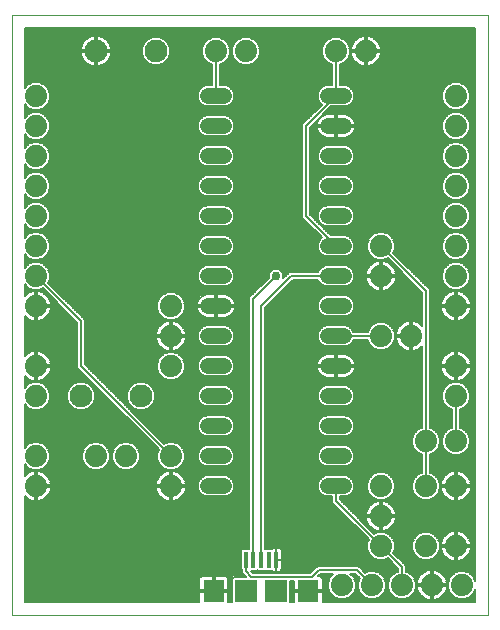
<source format=gtl>
G75*
%MOIN*%
%OFA0B0*%
%FSLAX25Y25*%
%IPPOS*%
%LPD*%
%AMOC8*
5,1,8,0,0,1.08239X$1,22.5*
%
%ADD10C,0.00000*%
%ADD11C,0.07400*%
%ADD12C,0.05200*%
%ADD13C,0.07600*%
%ADD14R,0.01378X0.05512*%
%ADD15R,0.07087X0.07480*%
%ADD16R,0.07480X0.07480*%
%ADD17C,0.00600*%
%ADD18C,0.00800*%
%ADD19C,0.02978*%
D10*
X0001333Y0004275D02*
X0001333Y0204236D01*
X0160034Y0204236D01*
X0160034Y0004275D01*
X0001333Y0004275D01*
D11*
X0009333Y0047275D03*
X0009333Y0057275D03*
X0009333Y0077275D03*
X0009333Y0087275D03*
X0009333Y0107275D03*
X0009333Y0117275D03*
X0009333Y0127275D03*
X0009333Y0137275D03*
X0009333Y0147275D03*
X0009333Y0157275D03*
X0009333Y0167275D03*
X0009333Y0177275D03*
X0054333Y0107275D03*
X0054333Y0097275D03*
X0054333Y0087275D03*
X0054333Y0057275D03*
X0054333Y0047275D03*
X0039333Y0057275D03*
X0029333Y0057275D03*
X0111333Y0014275D03*
X0121333Y0014275D03*
X0131333Y0014275D03*
X0141333Y0014275D03*
X0151333Y0014275D03*
X0149333Y0027275D03*
X0139333Y0027275D03*
X0124333Y0027275D03*
X0124333Y0037275D03*
X0124333Y0047275D03*
X0139333Y0047275D03*
X0149333Y0047275D03*
X0149333Y0062275D03*
X0139333Y0062275D03*
X0149333Y0077275D03*
X0149333Y0087275D03*
X0134333Y0097275D03*
X0124333Y0097275D03*
X0124333Y0117275D03*
X0124333Y0127275D03*
X0149333Y0127275D03*
X0149333Y0117275D03*
X0149333Y0107275D03*
X0149333Y0137275D03*
X0149333Y0147275D03*
X0149333Y0157275D03*
X0149333Y0167275D03*
X0149333Y0177275D03*
X0119333Y0192275D03*
X0109333Y0192275D03*
X0079333Y0192275D03*
X0069333Y0192275D03*
D12*
X0066733Y0177275D02*
X0071933Y0177275D01*
X0071933Y0167275D02*
X0066733Y0167275D01*
X0066733Y0157275D02*
X0071933Y0157275D01*
X0071933Y0147275D02*
X0066733Y0147275D01*
X0066733Y0137275D02*
X0071933Y0137275D01*
X0071933Y0127275D02*
X0066733Y0127275D01*
X0066733Y0117275D02*
X0071933Y0117275D01*
X0071933Y0107275D02*
X0066733Y0107275D01*
X0066733Y0097275D02*
X0071933Y0097275D01*
X0071933Y0087275D02*
X0066733Y0087275D01*
X0066733Y0077275D02*
X0071933Y0077275D01*
X0071933Y0067275D02*
X0066733Y0067275D01*
X0066733Y0057275D02*
X0071933Y0057275D01*
X0071933Y0047275D02*
X0066733Y0047275D01*
X0106733Y0047275D02*
X0111933Y0047275D01*
X0111933Y0057275D02*
X0106733Y0057275D01*
X0106733Y0067275D02*
X0111933Y0067275D01*
X0111933Y0077275D02*
X0106733Y0077275D01*
X0106733Y0087275D02*
X0111933Y0087275D01*
X0111933Y0097275D02*
X0106733Y0097275D01*
X0106733Y0107275D02*
X0111933Y0107275D01*
X0111933Y0117275D02*
X0106733Y0117275D01*
X0106733Y0127275D02*
X0111933Y0127275D01*
X0111933Y0137275D02*
X0106733Y0137275D01*
X0106733Y0147275D02*
X0111933Y0147275D01*
X0111933Y0157275D02*
X0106733Y0157275D01*
X0106733Y0167275D02*
X0111933Y0167275D01*
X0111933Y0177275D02*
X0106733Y0177275D01*
D13*
X0049333Y0192275D03*
X0029333Y0192275D03*
X0024333Y0077275D03*
X0044333Y0077275D03*
D14*
X0079215Y0022709D03*
X0081774Y0022709D03*
X0084333Y0022709D03*
X0086892Y0022709D03*
X0089451Y0022709D03*
D15*
X0100081Y0012275D03*
X0068585Y0012275D03*
D16*
X0079333Y0012275D03*
X0089333Y0012275D03*
D17*
X0093973Y0012056D02*
X0099781Y0012056D01*
X0099781Y0011975D02*
X0095238Y0011975D01*
X0095238Y0008575D01*
X0093973Y0008575D01*
X0093973Y0015716D01*
X0095238Y0015716D01*
X0095238Y0012575D01*
X0099781Y0012575D01*
X0099781Y0011975D01*
X0100381Y0011975D02*
X0100381Y0012575D01*
X0104925Y0012575D01*
X0104925Y0016187D01*
X0104836Y0016517D01*
X0104665Y0016814D01*
X0104423Y0017056D01*
X0104126Y0017227D01*
X0103796Y0017316D01*
X0103472Y0017316D01*
X0104132Y0017975D01*
X0108528Y0017975D01*
X0107434Y0016881D01*
X0106733Y0015190D01*
X0106733Y0013360D01*
X0107434Y0011670D01*
X0108728Y0010376D01*
X0110418Y0009675D01*
X0112248Y0009675D01*
X0113939Y0010376D01*
X0115233Y0011670D01*
X0115933Y0013360D01*
X0115933Y0015190D01*
X0115233Y0016881D01*
X0114139Y0017975D01*
X0115795Y0017975D01*
X0117274Y0016496D01*
X0116733Y0015190D01*
X0116733Y0013360D01*
X0117434Y0011670D01*
X0118728Y0010376D01*
X0120418Y0009675D01*
X0122248Y0009675D01*
X0123939Y0010376D01*
X0125233Y0011670D01*
X0125933Y0013360D01*
X0125933Y0015190D01*
X0125233Y0016881D01*
X0123939Y0018175D01*
X0122248Y0018875D01*
X0120418Y0018875D01*
X0119113Y0018335D01*
X0116872Y0020575D01*
X0103055Y0020575D01*
X0102293Y0019814D01*
X0100795Y0018316D01*
X0081632Y0018316D01*
X0080895Y0019053D01*
X0082836Y0019053D01*
X0083054Y0019270D01*
X0083272Y0019053D01*
X0085395Y0019053D01*
X0085613Y0019270D01*
X0085831Y0019053D01*
X0087824Y0019053D01*
X0087964Y0018912D01*
X0088261Y0018741D01*
X0088591Y0018653D01*
X0089407Y0018653D01*
X0089407Y0022664D01*
X0089496Y0022664D01*
X0089496Y0022753D01*
X0091440Y0022753D01*
X0091440Y0025636D01*
X0091352Y0025966D01*
X0091181Y0026263D01*
X0090939Y0026505D01*
X0090642Y0026676D01*
X0090312Y0026764D01*
X0089496Y0026764D01*
X0089496Y0022753D01*
X0089407Y0022753D01*
X0089407Y0026764D01*
X0088591Y0026764D01*
X0088261Y0026676D01*
X0087964Y0026505D01*
X0087824Y0026364D01*
X0085831Y0026364D01*
X0085633Y0026167D01*
X0085633Y0106737D01*
X0094872Y0115975D01*
X0103483Y0115975D01*
X0103766Y0115293D01*
X0104751Y0114308D01*
X0106037Y0113775D01*
X0112630Y0113775D01*
X0113916Y0114308D01*
X0114900Y0115293D01*
X0115433Y0116579D01*
X0115433Y0117972D01*
X0114900Y0119258D01*
X0113916Y0120243D01*
X0112630Y0120775D01*
X0106037Y0120775D01*
X0104751Y0120243D01*
X0103766Y0119258D01*
X0103483Y0118575D01*
X0093795Y0118575D01*
X0093033Y0117814D01*
X0091722Y0116503D01*
X0091722Y0118265D01*
X0090323Y0119664D01*
X0088344Y0119664D01*
X0086944Y0118265D01*
X0086944Y0116725D01*
X0080474Y0110255D01*
X0080474Y0026167D01*
X0080277Y0026364D01*
X0078153Y0026364D01*
X0077626Y0025837D01*
X0077626Y0019580D01*
X0077915Y0019291D01*
X0077915Y0018355D01*
X0079355Y0016916D01*
X0075220Y0016916D01*
X0074693Y0016388D01*
X0074693Y0008575D01*
X0073429Y0008575D01*
X0073429Y0011975D01*
X0068885Y0011975D01*
X0068885Y0012575D01*
X0073429Y0012575D01*
X0073429Y0016187D01*
X0073340Y0016517D01*
X0073169Y0016814D01*
X0072927Y0017056D01*
X0072630Y0017227D01*
X0072300Y0017316D01*
X0068885Y0017316D01*
X0068885Y0012576D01*
X0068285Y0012576D01*
X0068285Y0017316D01*
X0064871Y0017316D01*
X0064540Y0017227D01*
X0064244Y0017056D01*
X0064002Y0016814D01*
X0063831Y0016517D01*
X0063742Y0016187D01*
X0063742Y0012575D01*
X0068285Y0012575D01*
X0068285Y0011975D01*
X0063742Y0011975D01*
X0063742Y0008575D01*
X0005633Y0008575D01*
X0005633Y0043904D01*
X0006076Y0043462D01*
X0006713Y0042999D01*
X0007414Y0042642D01*
X0008162Y0042399D01*
X0008940Y0042275D01*
X0009033Y0042275D01*
X0009033Y0046975D01*
X0009633Y0046975D01*
X0009633Y0042275D01*
X0009727Y0042275D01*
X0010504Y0042399D01*
X0011253Y0042642D01*
X0011954Y0042999D01*
X0012591Y0043462D01*
X0013147Y0044018D01*
X0013610Y0044655D01*
X0013967Y0045356D01*
X0014210Y0046105D01*
X0014333Y0046882D01*
X0014333Y0046975D01*
X0009633Y0046975D01*
X0009633Y0047575D01*
X0014333Y0047575D01*
X0014333Y0047669D01*
X0014210Y0048446D01*
X0013967Y0049195D01*
X0013610Y0049896D01*
X0013147Y0050533D01*
X0012591Y0051089D01*
X0011954Y0051552D01*
X0011253Y0051909D01*
X0010504Y0052152D01*
X0009727Y0052275D01*
X0009633Y0052275D01*
X0009633Y0047576D01*
X0009033Y0047576D01*
X0009033Y0052275D01*
X0008940Y0052275D01*
X0008162Y0052152D01*
X0007414Y0051909D01*
X0006713Y0051552D01*
X0006076Y0051089D01*
X0005633Y0050647D01*
X0005633Y0054470D01*
X0006728Y0053376D01*
X0008418Y0052675D01*
X0010248Y0052675D01*
X0011939Y0053376D01*
X0013233Y0054670D01*
X0013933Y0056360D01*
X0013933Y0058190D01*
X0013233Y0059881D01*
X0011939Y0061175D01*
X0010248Y0061875D01*
X0008418Y0061875D01*
X0006728Y0061175D01*
X0005633Y0060081D01*
X0005633Y0074470D01*
X0006728Y0073376D01*
X0008418Y0072675D01*
X0010248Y0072675D01*
X0011939Y0073376D01*
X0013233Y0074670D01*
X0013933Y0076360D01*
X0013933Y0078190D01*
X0013233Y0079881D01*
X0011939Y0081175D01*
X0010248Y0081875D01*
X0008418Y0081875D01*
X0006728Y0081175D01*
X0005633Y0080081D01*
X0005633Y0083904D01*
X0006076Y0083462D01*
X0006713Y0082999D01*
X0007414Y0082642D01*
X0008162Y0082399D01*
X0008940Y0082275D01*
X0009033Y0082275D01*
X0009033Y0086975D01*
X0009633Y0086975D01*
X0009633Y0082275D01*
X0009727Y0082275D01*
X0010504Y0082399D01*
X0011253Y0082642D01*
X0011954Y0082999D01*
X0012591Y0083462D01*
X0013147Y0084018D01*
X0013610Y0084655D01*
X0013967Y0085356D01*
X0014210Y0086105D01*
X0014333Y0086882D01*
X0014333Y0086975D01*
X0009633Y0086975D01*
X0009633Y0087575D01*
X0014333Y0087575D01*
X0014333Y0087669D01*
X0014210Y0088446D01*
X0013967Y0089195D01*
X0013610Y0089896D01*
X0013147Y0090533D01*
X0012591Y0091089D01*
X0011954Y0091552D01*
X0011253Y0091909D01*
X0010504Y0092152D01*
X0009727Y0092275D01*
X0009633Y0092275D01*
X0009633Y0087576D01*
X0009033Y0087576D01*
X0009033Y0092275D01*
X0008940Y0092275D01*
X0008162Y0092152D01*
X0007414Y0091909D01*
X0006713Y0091552D01*
X0006076Y0091089D01*
X0005633Y0090647D01*
X0005633Y0103904D01*
X0006076Y0103462D01*
X0006713Y0102999D01*
X0007414Y0102642D01*
X0008162Y0102399D01*
X0008940Y0102275D01*
X0009033Y0102275D01*
X0009033Y0106975D01*
X0009633Y0106975D01*
X0009633Y0102275D01*
X0009727Y0102275D01*
X0010504Y0102399D01*
X0011253Y0102642D01*
X0011954Y0102999D01*
X0012591Y0103462D01*
X0013147Y0104018D01*
X0013610Y0104655D01*
X0013967Y0105356D01*
X0014210Y0106105D01*
X0014333Y0106882D01*
X0014333Y0106975D01*
X0009633Y0106975D01*
X0009633Y0107575D01*
X0014333Y0107575D01*
X0014333Y0107669D01*
X0014210Y0108446D01*
X0013967Y0109195D01*
X0013610Y0109896D01*
X0013147Y0110533D01*
X0012591Y0111089D01*
X0011954Y0111552D01*
X0011253Y0111909D01*
X0010504Y0112152D01*
X0009727Y0112275D01*
X0009633Y0112275D01*
X0009633Y0107576D01*
X0009033Y0107576D01*
X0009033Y0112275D01*
X0008940Y0112275D01*
X0008162Y0112152D01*
X0007414Y0111909D01*
X0006713Y0111552D01*
X0006076Y0111089D01*
X0005633Y0110647D01*
X0005633Y0114470D01*
X0006728Y0113376D01*
X0008418Y0112675D01*
X0010248Y0112675D01*
X0011554Y0113216D01*
X0023033Y0101737D01*
X0023033Y0086737D01*
X0023795Y0085975D01*
X0050274Y0059496D01*
X0049733Y0058190D01*
X0049733Y0056360D01*
X0050434Y0054670D01*
X0051728Y0053376D01*
X0053418Y0052675D01*
X0055248Y0052675D01*
X0056939Y0053376D01*
X0058233Y0054670D01*
X0058933Y0056360D01*
X0058933Y0058190D01*
X0058233Y0059881D01*
X0056939Y0061175D01*
X0055248Y0061875D01*
X0053418Y0061875D01*
X0052113Y0061335D01*
X0025633Y0087814D01*
X0025633Y0102814D01*
X0013392Y0115055D01*
X0013933Y0116360D01*
X0013933Y0118190D01*
X0013233Y0119881D01*
X0011939Y0121175D01*
X0010248Y0121875D01*
X0008418Y0121875D01*
X0006728Y0121175D01*
X0005633Y0120081D01*
X0005633Y0124470D01*
X0006728Y0123376D01*
X0008418Y0122675D01*
X0010248Y0122675D01*
X0011939Y0123376D01*
X0013233Y0124670D01*
X0013933Y0126360D01*
X0013933Y0128190D01*
X0013233Y0129881D01*
X0011939Y0131175D01*
X0010248Y0131875D01*
X0008418Y0131875D01*
X0006728Y0131175D01*
X0005633Y0130081D01*
X0005633Y0134470D01*
X0006728Y0133376D01*
X0008418Y0132675D01*
X0010248Y0132675D01*
X0011939Y0133376D01*
X0013233Y0134670D01*
X0013933Y0136360D01*
X0013933Y0138190D01*
X0013233Y0139881D01*
X0011939Y0141175D01*
X0010248Y0141875D01*
X0008418Y0141875D01*
X0006728Y0141175D01*
X0005633Y0140081D01*
X0005633Y0144470D01*
X0006728Y0143376D01*
X0008418Y0142675D01*
X0010248Y0142675D01*
X0011939Y0143376D01*
X0013233Y0144670D01*
X0013933Y0146360D01*
X0013933Y0148190D01*
X0013233Y0149881D01*
X0011939Y0151175D01*
X0010248Y0151875D01*
X0008418Y0151875D01*
X0006728Y0151175D01*
X0005633Y0150081D01*
X0005633Y0154470D01*
X0006728Y0153376D01*
X0008418Y0152675D01*
X0010248Y0152675D01*
X0011939Y0153376D01*
X0013233Y0154670D01*
X0013933Y0156360D01*
X0013933Y0158190D01*
X0013233Y0159881D01*
X0011939Y0161175D01*
X0010248Y0161875D01*
X0008418Y0161875D01*
X0006728Y0161175D01*
X0005633Y0160081D01*
X0005633Y0164470D01*
X0006728Y0163376D01*
X0008418Y0162675D01*
X0010248Y0162675D01*
X0011939Y0163376D01*
X0013233Y0164670D01*
X0013933Y0166360D01*
X0013933Y0168190D01*
X0013233Y0169881D01*
X0011939Y0171175D01*
X0010248Y0171875D01*
X0008418Y0171875D01*
X0006728Y0171175D01*
X0005633Y0170081D01*
X0005633Y0174470D01*
X0006728Y0173376D01*
X0008418Y0172675D01*
X0010248Y0172675D01*
X0011939Y0173376D01*
X0013233Y0174670D01*
X0013933Y0176360D01*
X0013933Y0178190D01*
X0013233Y0179881D01*
X0011939Y0181175D01*
X0010248Y0181875D01*
X0008418Y0181875D01*
X0006728Y0181175D01*
X0005633Y0180081D01*
X0005633Y0199936D01*
X0155734Y0199936D01*
X0155734Y0015671D01*
X0155233Y0016881D01*
X0153939Y0018175D01*
X0152248Y0018875D01*
X0150418Y0018875D01*
X0148728Y0018175D01*
X0147434Y0016881D01*
X0146733Y0015190D01*
X0146733Y0013360D01*
X0147434Y0011670D01*
X0148728Y0010376D01*
X0150418Y0009675D01*
X0152248Y0009675D01*
X0153939Y0010376D01*
X0155233Y0011670D01*
X0155734Y0012880D01*
X0155734Y0008575D01*
X0104925Y0008575D01*
X0104925Y0011975D01*
X0100381Y0011975D01*
X0100381Y0012056D02*
X0107274Y0012056D01*
X0107026Y0012655D02*
X0104925Y0012655D01*
X0104925Y0013253D02*
X0106778Y0013253D01*
X0106733Y0013852D02*
X0104925Y0013852D01*
X0104925Y0014450D02*
X0106733Y0014450D01*
X0106733Y0015049D02*
X0104925Y0015049D01*
X0104925Y0015647D02*
X0106923Y0015647D01*
X0107170Y0016246D02*
X0104909Y0016246D01*
X0104635Y0016844D02*
X0107418Y0016844D01*
X0107995Y0017443D02*
X0103599Y0017443D01*
X0101717Y0019238D02*
X0091229Y0019238D01*
X0091181Y0019154D02*
X0091352Y0019451D01*
X0091440Y0019781D01*
X0091440Y0022664D01*
X0089496Y0022664D01*
X0089496Y0018653D01*
X0090312Y0018653D01*
X0090642Y0018741D01*
X0090939Y0018912D01*
X0091181Y0019154D01*
X0091440Y0019837D02*
X0102316Y0019837D01*
X0102915Y0020435D02*
X0091440Y0020435D01*
X0091440Y0021034D02*
X0128737Y0021034D01*
X0129335Y0020435D02*
X0117012Y0020435D01*
X0117610Y0019837D02*
X0129934Y0019837D01*
X0130033Y0019737D02*
X0130033Y0018716D01*
X0128728Y0018175D01*
X0127434Y0016881D01*
X0126733Y0015190D01*
X0126733Y0013360D01*
X0127434Y0011670D01*
X0128728Y0010376D01*
X0130418Y0009675D01*
X0132248Y0009675D01*
X0133939Y0010376D01*
X0135233Y0011670D01*
X0135933Y0013360D01*
X0135933Y0015190D01*
X0135233Y0016881D01*
X0133939Y0018175D01*
X0132633Y0018716D01*
X0132633Y0020814D01*
X0128392Y0025055D01*
X0128933Y0026360D01*
X0128933Y0028190D01*
X0128233Y0029881D01*
X0126939Y0031175D01*
X0125248Y0031875D01*
X0123418Y0031875D01*
X0122113Y0031335D01*
X0110633Y0042814D01*
X0110633Y0043775D01*
X0112630Y0043775D01*
X0113916Y0044308D01*
X0114900Y0045293D01*
X0115433Y0046579D01*
X0115433Y0047972D01*
X0114900Y0049258D01*
X0113916Y0050243D01*
X0112630Y0050775D01*
X0106037Y0050775D01*
X0104751Y0050243D01*
X0103766Y0049258D01*
X0103233Y0047972D01*
X0103233Y0046579D01*
X0103766Y0045293D01*
X0104751Y0044308D01*
X0106037Y0043775D01*
X0108033Y0043775D01*
X0108033Y0041737D01*
X0120274Y0029496D01*
X0119733Y0028190D01*
X0119733Y0026360D01*
X0120434Y0024670D01*
X0121728Y0023376D01*
X0123418Y0022675D01*
X0125248Y0022675D01*
X0126554Y0023216D01*
X0130033Y0019737D01*
X0130033Y0019238D02*
X0118209Y0019238D01*
X0118808Y0018640D02*
X0119849Y0018640D01*
X0122817Y0018640D02*
X0129849Y0018640D01*
X0128594Y0018041D02*
X0124073Y0018041D01*
X0124671Y0017443D02*
X0127995Y0017443D01*
X0127418Y0016844D02*
X0125248Y0016844D01*
X0125496Y0016246D02*
X0127170Y0016246D01*
X0126923Y0015647D02*
X0125744Y0015647D01*
X0125933Y0015049D02*
X0126733Y0015049D01*
X0126733Y0014450D02*
X0125933Y0014450D01*
X0125933Y0013852D02*
X0126733Y0013852D01*
X0126778Y0013253D02*
X0125889Y0013253D01*
X0125641Y0012655D02*
X0127026Y0012655D01*
X0127274Y0012056D02*
X0125393Y0012056D01*
X0125021Y0011458D02*
X0127646Y0011458D01*
X0128244Y0010859D02*
X0124422Y0010859D01*
X0123661Y0010261D02*
X0129006Y0010261D01*
X0133661Y0010261D02*
X0138353Y0010261D01*
X0138076Y0010462D02*
X0138713Y0009999D01*
X0139414Y0009642D01*
X0140162Y0009399D01*
X0140940Y0009275D01*
X0141033Y0009275D01*
X0141033Y0013975D01*
X0141633Y0013975D01*
X0141633Y0009275D01*
X0141727Y0009275D01*
X0142504Y0009399D01*
X0143253Y0009642D01*
X0143954Y0009999D01*
X0144591Y0010462D01*
X0145147Y0011018D01*
X0145610Y0011655D01*
X0145967Y0012356D01*
X0146210Y0013105D01*
X0146333Y0013882D01*
X0146333Y0013975D01*
X0141633Y0013975D01*
X0141633Y0014575D01*
X0146333Y0014575D01*
X0146333Y0014669D01*
X0146210Y0015446D01*
X0145967Y0016195D01*
X0145610Y0016896D01*
X0145147Y0017533D01*
X0144591Y0018089D01*
X0143954Y0018552D01*
X0143253Y0018909D01*
X0142504Y0019152D01*
X0141727Y0019275D01*
X0141633Y0019275D01*
X0141633Y0014576D01*
X0141033Y0014576D01*
X0141033Y0019275D01*
X0140940Y0019275D01*
X0140162Y0019152D01*
X0139414Y0018909D01*
X0138713Y0018552D01*
X0138076Y0018089D01*
X0137520Y0017533D01*
X0137057Y0016896D01*
X0136700Y0016195D01*
X0136456Y0015446D01*
X0136333Y0014669D01*
X0136333Y0014575D01*
X0141033Y0014575D01*
X0141033Y0013975D01*
X0136333Y0013975D01*
X0136333Y0013882D01*
X0136456Y0013105D01*
X0136700Y0012356D01*
X0137057Y0011655D01*
X0137520Y0011018D01*
X0138076Y0010462D01*
X0137679Y0010859D02*
X0134422Y0010859D01*
X0135021Y0011458D02*
X0137200Y0011458D01*
X0136852Y0012056D02*
X0135393Y0012056D01*
X0135641Y0012655D02*
X0136603Y0012655D01*
X0136433Y0013253D02*
X0135889Y0013253D01*
X0135933Y0013852D02*
X0136338Y0013852D01*
X0135933Y0014450D02*
X0141033Y0014450D01*
X0141033Y0013852D02*
X0141633Y0013852D01*
X0141633Y0014450D02*
X0146733Y0014450D01*
X0146733Y0013852D02*
X0146329Y0013852D01*
X0146234Y0013253D02*
X0146778Y0013253D01*
X0147026Y0012655D02*
X0146064Y0012655D01*
X0145814Y0012056D02*
X0147274Y0012056D01*
X0147646Y0011458D02*
X0145466Y0011458D01*
X0144988Y0010859D02*
X0148244Y0010859D01*
X0149006Y0010261D02*
X0144314Y0010261D01*
X0143292Y0009662D02*
X0155734Y0009662D01*
X0155734Y0009064D02*
X0104925Y0009064D01*
X0104925Y0009662D02*
X0139374Y0009662D01*
X0141033Y0009662D02*
X0141633Y0009662D01*
X0141633Y0010261D02*
X0141033Y0010261D01*
X0141033Y0010859D02*
X0141633Y0010859D01*
X0141633Y0011458D02*
X0141033Y0011458D01*
X0141033Y0012056D02*
X0141633Y0012056D01*
X0141633Y0012655D02*
X0141033Y0012655D01*
X0141033Y0013253D02*
X0141633Y0013253D01*
X0141633Y0015049D02*
X0141033Y0015049D01*
X0141033Y0015647D02*
X0141633Y0015647D01*
X0141633Y0016246D02*
X0141033Y0016246D01*
X0141033Y0016844D02*
X0141633Y0016844D01*
X0141633Y0017443D02*
X0141033Y0017443D01*
X0141033Y0018041D02*
X0141633Y0018041D01*
X0141633Y0018640D02*
X0141033Y0018640D01*
X0141033Y0019238D02*
X0141633Y0019238D01*
X0141962Y0019238D02*
X0155734Y0019238D01*
X0155734Y0018640D02*
X0152817Y0018640D01*
X0154073Y0018041D02*
X0155734Y0018041D01*
X0155734Y0017443D02*
X0154671Y0017443D01*
X0155248Y0016844D02*
X0155734Y0016844D01*
X0155734Y0016246D02*
X0155496Y0016246D01*
X0155641Y0012655D02*
X0155734Y0012655D01*
X0155734Y0012056D02*
X0155393Y0012056D01*
X0155734Y0011458D02*
X0155021Y0011458D01*
X0154422Y0010859D02*
X0155734Y0010859D01*
X0155734Y0010261D02*
X0153661Y0010261D01*
X0146733Y0015049D02*
X0146273Y0015049D01*
X0146145Y0015647D02*
X0146923Y0015647D01*
X0147170Y0016246D02*
X0145941Y0016246D01*
X0145636Y0016844D02*
X0147418Y0016844D01*
X0147995Y0017443D02*
X0145213Y0017443D01*
X0144639Y0018041D02*
X0148594Y0018041D01*
X0149849Y0018640D02*
X0143781Y0018640D01*
X0140705Y0019238D02*
X0132633Y0019238D01*
X0132633Y0019837D02*
X0155734Y0019837D01*
X0155734Y0020435D02*
X0132633Y0020435D01*
X0132413Y0021034D02*
X0155734Y0021034D01*
X0155734Y0021632D02*
X0131815Y0021632D01*
X0131216Y0022231D02*
X0155734Y0022231D01*
X0155734Y0022829D02*
X0151621Y0022829D01*
X0151954Y0022999D02*
X0152591Y0023462D01*
X0153147Y0024018D01*
X0153610Y0024655D01*
X0153967Y0025356D01*
X0154210Y0026105D01*
X0154333Y0026882D01*
X0154333Y0026975D01*
X0149633Y0026975D01*
X0149633Y0022275D01*
X0149727Y0022275D01*
X0150504Y0022399D01*
X0151253Y0022642D01*
X0151954Y0022999D01*
X0152544Y0023428D02*
X0155734Y0023428D01*
X0155734Y0024026D02*
X0153153Y0024026D01*
X0153588Y0024625D02*
X0155734Y0024625D01*
X0155734Y0025223D02*
X0153899Y0025223D01*
X0154118Y0025822D02*
X0155734Y0025822D01*
X0155734Y0026420D02*
X0154260Y0026420D01*
X0154333Y0027575D02*
X0154333Y0027669D01*
X0154210Y0028446D01*
X0153967Y0029195D01*
X0153610Y0029896D01*
X0153147Y0030533D01*
X0152591Y0031089D01*
X0151954Y0031552D01*
X0151253Y0031909D01*
X0150504Y0032152D01*
X0149727Y0032275D01*
X0149633Y0032275D01*
X0149633Y0027576D01*
X0149033Y0027576D01*
X0149033Y0032275D01*
X0148940Y0032275D01*
X0148162Y0032152D01*
X0147414Y0031909D01*
X0146713Y0031552D01*
X0146076Y0031089D01*
X0145520Y0030533D01*
X0145057Y0029896D01*
X0144700Y0029195D01*
X0144456Y0028446D01*
X0144333Y0027669D01*
X0144333Y0027575D01*
X0149033Y0027575D01*
X0149033Y0026975D01*
X0149633Y0026975D01*
X0149633Y0027575D01*
X0154333Y0027575D01*
X0154333Y0027617D02*
X0155734Y0027617D01*
X0155734Y0027019D02*
X0149633Y0027019D01*
X0149633Y0027617D02*
X0149033Y0027617D01*
X0149033Y0027019D02*
X0143933Y0027019D01*
X0144333Y0026975D02*
X0144333Y0026882D01*
X0144456Y0026105D01*
X0144700Y0025356D01*
X0145057Y0024655D01*
X0145520Y0024018D01*
X0146076Y0023462D01*
X0146713Y0022999D01*
X0147414Y0022642D01*
X0148162Y0022399D01*
X0148940Y0022275D01*
X0149033Y0022275D01*
X0149033Y0026975D01*
X0144333Y0026975D01*
X0144406Y0026420D02*
X0143933Y0026420D01*
X0143933Y0026360D02*
X0143233Y0024670D01*
X0141939Y0023376D01*
X0140248Y0022675D01*
X0138418Y0022675D01*
X0136728Y0023376D01*
X0135434Y0024670D01*
X0134733Y0026360D01*
X0134733Y0028190D01*
X0135434Y0029881D01*
X0136728Y0031175D01*
X0138418Y0031875D01*
X0140248Y0031875D01*
X0141939Y0031175D01*
X0143233Y0029881D01*
X0143933Y0028190D01*
X0143933Y0026360D01*
X0143710Y0025822D02*
X0144548Y0025822D01*
X0144767Y0025223D02*
X0143462Y0025223D01*
X0143188Y0024625D02*
X0145079Y0024625D01*
X0145514Y0024026D02*
X0142590Y0024026D01*
X0141991Y0023428D02*
X0146123Y0023428D01*
X0147046Y0022829D02*
X0140620Y0022829D01*
X0138047Y0022829D02*
X0130618Y0022829D01*
X0130019Y0023428D02*
X0136676Y0023428D01*
X0136077Y0024026D02*
X0129421Y0024026D01*
X0128822Y0024625D02*
X0135479Y0024625D01*
X0135204Y0025223D02*
X0128462Y0025223D01*
X0128710Y0025822D02*
X0134956Y0025822D01*
X0134733Y0026420D02*
X0128933Y0026420D01*
X0128933Y0027019D02*
X0134733Y0027019D01*
X0134733Y0027617D02*
X0128933Y0027617D01*
X0128923Y0028216D02*
X0134744Y0028216D01*
X0134992Y0028814D02*
X0128675Y0028814D01*
X0128427Y0029413D02*
X0135240Y0029413D01*
X0135564Y0030011D02*
X0128103Y0030011D01*
X0127504Y0030610D02*
X0136162Y0030610D01*
X0136808Y0031208D02*
X0126859Y0031208D01*
X0126253Y0032642D02*
X0126954Y0032999D01*
X0127591Y0033462D01*
X0128147Y0034018D01*
X0128610Y0034655D01*
X0128967Y0035356D01*
X0129210Y0036105D01*
X0129333Y0036882D01*
X0129333Y0036975D01*
X0124633Y0036975D01*
X0124633Y0032275D01*
X0124727Y0032275D01*
X0125504Y0032399D01*
X0126253Y0032642D01*
X0125525Y0032406D02*
X0155734Y0032406D01*
X0155734Y0033004D02*
X0126961Y0033004D01*
X0127731Y0033603D02*
X0155734Y0033603D01*
X0155734Y0034201D02*
X0128280Y0034201D01*
X0128683Y0034800D02*
X0155734Y0034800D01*
X0155734Y0035398D02*
X0128981Y0035398D01*
X0129175Y0035997D02*
X0155734Y0035997D01*
X0155734Y0036595D02*
X0129288Y0036595D01*
X0129333Y0037575D02*
X0129333Y0037669D01*
X0129210Y0038446D01*
X0128967Y0039195D01*
X0128610Y0039896D01*
X0128147Y0040533D01*
X0127591Y0041089D01*
X0126954Y0041552D01*
X0126253Y0041909D01*
X0125504Y0042152D01*
X0124727Y0042275D01*
X0124633Y0042275D01*
X0124633Y0037576D01*
X0124033Y0037576D01*
X0124033Y0042275D01*
X0123940Y0042275D01*
X0123162Y0042152D01*
X0122414Y0041909D01*
X0121713Y0041552D01*
X0121076Y0041089D01*
X0120520Y0040533D01*
X0120057Y0039896D01*
X0119700Y0039195D01*
X0119456Y0038446D01*
X0119333Y0037669D01*
X0119333Y0037575D01*
X0124033Y0037575D01*
X0124033Y0036975D01*
X0124633Y0036975D01*
X0124633Y0037575D01*
X0129333Y0037575D01*
X0129314Y0037792D02*
X0155734Y0037792D01*
X0155734Y0037194D02*
X0124633Y0037194D01*
X0124633Y0037792D02*
X0124033Y0037792D01*
X0124033Y0037194D02*
X0116254Y0037194D01*
X0115655Y0037792D02*
X0119353Y0037792D01*
X0119448Y0038391D02*
X0115057Y0038391D01*
X0114458Y0038989D02*
X0119633Y0038989D01*
X0119900Y0039588D02*
X0113860Y0039588D01*
X0113261Y0040186D02*
X0120268Y0040186D01*
X0120771Y0040785D02*
X0112663Y0040785D01*
X0112064Y0041383D02*
X0121481Y0041383D01*
X0122637Y0041982D02*
X0111466Y0041982D01*
X0110867Y0042580D02*
X0147604Y0042580D01*
X0147414Y0042642D02*
X0148162Y0042399D01*
X0148940Y0042275D01*
X0149033Y0042275D01*
X0149033Y0046975D01*
X0149633Y0046975D01*
X0149633Y0042275D01*
X0149727Y0042275D01*
X0150504Y0042399D01*
X0151253Y0042642D01*
X0151954Y0042999D01*
X0152591Y0043462D01*
X0153147Y0044018D01*
X0153610Y0044655D01*
X0153967Y0045356D01*
X0154210Y0046105D01*
X0154333Y0046882D01*
X0154333Y0046975D01*
X0149633Y0046975D01*
X0149633Y0047575D01*
X0154333Y0047575D01*
X0154333Y0047669D01*
X0154210Y0048446D01*
X0153967Y0049195D01*
X0153610Y0049896D01*
X0153147Y0050533D01*
X0152591Y0051089D01*
X0151954Y0051552D01*
X0151253Y0051909D01*
X0150504Y0052152D01*
X0149727Y0052275D01*
X0149633Y0052275D01*
X0149633Y0047576D01*
X0149033Y0047576D01*
X0149033Y0052275D01*
X0148940Y0052275D01*
X0148162Y0052152D01*
X0147414Y0051909D01*
X0146713Y0051552D01*
X0146076Y0051089D01*
X0145520Y0050533D01*
X0145057Y0049896D01*
X0144700Y0049195D01*
X0144456Y0048446D01*
X0144333Y0047669D01*
X0144333Y0047575D01*
X0149033Y0047575D01*
X0149033Y0046975D01*
X0144333Y0046975D01*
X0144333Y0046882D01*
X0144456Y0046105D01*
X0144700Y0045356D01*
X0145057Y0044655D01*
X0145520Y0044018D01*
X0146076Y0043462D01*
X0146713Y0042999D01*
X0147414Y0042642D01*
X0146466Y0043179D02*
X0141463Y0043179D01*
X0141939Y0043376D02*
X0140248Y0042675D01*
X0138418Y0042675D01*
X0136728Y0043376D01*
X0135434Y0044670D01*
X0134733Y0046360D01*
X0134733Y0048190D01*
X0135434Y0049881D01*
X0136728Y0051175D01*
X0138033Y0051716D01*
X0138033Y0057835D01*
X0136728Y0058376D01*
X0135434Y0059670D01*
X0134733Y0061360D01*
X0134733Y0063190D01*
X0135434Y0064881D01*
X0136728Y0066175D01*
X0138033Y0066716D01*
X0138033Y0093904D01*
X0137591Y0093462D01*
X0136954Y0092999D01*
X0136253Y0092642D01*
X0135504Y0092399D01*
X0134727Y0092275D01*
X0134633Y0092275D01*
X0134633Y0096975D01*
X0134033Y0096975D01*
X0134033Y0092275D01*
X0133940Y0092275D01*
X0133162Y0092399D01*
X0132414Y0092642D01*
X0131713Y0092999D01*
X0131076Y0093462D01*
X0130520Y0094018D01*
X0130057Y0094655D01*
X0129700Y0095356D01*
X0129456Y0096105D01*
X0129333Y0096882D01*
X0129333Y0096975D01*
X0134033Y0096975D01*
X0134033Y0097575D01*
X0129333Y0097575D01*
X0129333Y0097669D01*
X0129456Y0098446D01*
X0129700Y0099195D01*
X0130057Y0099896D01*
X0130520Y0100533D01*
X0131076Y0101089D01*
X0131713Y0101552D01*
X0132414Y0101909D01*
X0133162Y0102152D01*
X0133940Y0102275D01*
X0134033Y0102275D01*
X0134033Y0097576D01*
X0134633Y0097576D01*
X0134633Y0102275D01*
X0134727Y0102275D01*
X0135504Y0102152D01*
X0136253Y0101909D01*
X0136954Y0101552D01*
X0137591Y0101089D01*
X0138033Y0100647D01*
X0138033Y0111737D01*
X0126554Y0123216D01*
X0125248Y0122675D01*
X0123418Y0122675D01*
X0121728Y0123376D01*
X0120434Y0124670D01*
X0119733Y0126360D01*
X0119733Y0128190D01*
X0120434Y0129881D01*
X0121728Y0131175D01*
X0123418Y0131875D01*
X0125248Y0131875D01*
X0126939Y0131175D01*
X0128233Y0129881D01*
X0128933Y0128190D01*
X0128933Y0126360D01*
X0128392Y0125055D01*
X0140633Y0112814D01*
X0140633Y0066716D01*
X0141939Y0066175D01*
X0143233Y0064881D01*
X0143933Y0063190D01*
X0143933Y0061360D01*
X0143233Y0059670D01*
X0141939Y0058376D01*
X0140633Y0057835D01*
X0140633Y0051716D01*
X0141939Y0051175D01*
X0143233Y0049881D01*
X0143933Y0048190D01*
X0143933Y0046360D01*
X0143233Y0044670D01*
X0141939Y0043376D01*
X0142340Y0043777D02*
X0145761Y0043777D01*
X0145260Y0044376D02*
X0142939Y0044376D01*
X0143359Y0044974D02*
X0144894Y0044974D01*
X0144629Y0045573D02*
X0143607Y0045573D01*
X0143855Y0046171D02*
X0144446Y0046171D01*
X0144351Y0046770D02*
X0143933Y0046770D01*
X0143933Y0047368D02*
X0149033Y0047368D01*
X0149033Y0046770D02*
X0149633Y0046770D01*
X0149633Y0047368D02*
X0155734Y0047368D01*
X0155734Y0046770D02*
X0154316Y0046770D01*
X0154221Y0046171D02*
X0155734Y0046171D01*
X0155734Y0045573D02*
X0154037Y0045573D01*
X0153772Y0044974D02*
X0155734Y0044974D01*
X0155734Y0044376D02*
X0153407Y0044376D01*
X0152906Y0043777D02*
X0155734Y0043777D01*
X0155734Y0043179D02*
X0152201Y0043179D01*
X0151063Y0042580D02*
X0155734Y0042580D01*
X0155734Y0041982D02*
X0126029Y0041982D01*
X0125248Y0042675D02*
X0126939Y0043376D01*
X0128233Y0044670D01*
X0128933Y0046360D01*
X0128933Y0048190D01*
X0128233Y0049881D01*
X0126939Y0051175D01*
X0125248Y0051875D01*
X0123418Y0051875D01*
X0121728Y0051175D01*
X0120434Y0049881D01*
X0119733Y0048190D01*
X0119733Y0046360D01*
X0120434Y0044670D01*
X0121728Y0043376D01*
X0123418Y0042675D01*
X0125248Y0042675D01*
X0124633Y0041982D02*
X0124033Y0041982D01*
X0124033Y0041383D02*
X0124633Y0041383D01*
X0124633Y0040785D02*
X0124033Y0040785D01*
X0124033Y0040186D02*
X0124633Y0040186D01*
X0124633Y0039588D02*
X0124033Y0039588D01*
X0124033Y0038989D02*
X0124633Y0038989D01*
X0124633Y0038391D02*
X0124033Y0038391D01*
X0124033Y0036975D02*
X0119333Y0036975D01*
X0119333Y0036882D01*
X0119456Y0036105D01*
X0119700Y0035356D01*
X0120057Y0034655D01*
X0120520Y0034018D01*
X0121076Y0033462D01*
X0121713Y0032999D01*
X0122414Y0032642D01*
X0123162Y0032399D01*
X0123940Y0032275D01*
X0124033Y0032275D01*
X0124033Y0036975D01*
X0124033Y0036595D02*
X0124633Y0036595D01*
X0124633Y0035997D02*
X0124033Y0035997D01*
X0124033Y0035398D02*
X0124633Y0035398D01*
X0124633Y0034800D02*
X0124033Y0034800D01*
X0124033Y0034201D02*
X0124633Y0034201D01*
X0124633Y0033603D02*
X0124033Y0033603D01*
X0124033Y0033004D02*
X0124633Y0033004D01*
X0124633Y0032406D02*
X0124033Y0032406D01*
X0123141Y0032406D02*
X0121042Y0032406D01*
X0120443Y0033004D02*
X0121706Y0033004D01*
X0120935Y0033603D02*
X0119845Y0033603D01*
X0120387Y0034201D02*
X0119246Y0034201D01*
X0118648Y0034800D02*
X0119983Y0034800D01*
X0119686Y0035398D02*
X0118049Y0035398D01*
X0117451Y0035997D02*
X0119492Y0035997D01*
X0119379Y0036595D02*
X0116852Y0036595D01*
X0114971Y0034800D02*
X0085633Y0034800D01*
X0085633Y0035398D02*
X0114372Y0035398D01*
X0113774Y0035997D02*
X0085633Y0035997D01*
X0085633Y0036595D02*
X0113175Y0036595D01*
X0112577Y0037194D02*
X0085633Y0037194D01*
X0085633Y0037792D02*
X0111978Y0037792D01*
X0111380Y0038391D02*
X0085633Y0038391D01*
X0085633Y0038989D02*
X0110781Y0038989D01*
X0110183Y0039588D02*
X0085633Y0039588D01*
X0085633Y0040186D02*
X0109584Y0040186D01*
X0108986Y0040785D02*
X0085633Y0040785D01*
X0085633Y0041383D02*
X0108387Y0041383D01*
X0108033Y0041982D02*
X0085633Y0041982D01*
X0085633Y0042580D02*
X0108033Y0042580D01*
X0108033Y0043179D02*
X0085633Y0043179D01*
X0085633Y0043777D02*
X0106033Y0043777D01*
X0104683Y0044376D02*
X0085633Y0044376D01*
X0085633Y0044974D02*
X0104085Y0044974D01*
X0103650Y0045573D02*
X0085633Y0045573D01*
X0085633Y0046171D02*
X0103402Y0046171D01*
X0103233Y0046770D02*
X0085633Y0046770D01*
X0085633Y0047368D02*
X0103233Y0047368D01*
X0103233Y0047967D02*
X0085633Y0047967D01*
X0085633Y0048565D02*
X0103479Y0048565D01*
X0103727Y0049164D02*
X0085633Y0049164D01*
X0085633Y0049762D02*
X0104270Y0049762D01*
X0105036Y0050361D02*
X0085633Y0050361D01*
X0085633Y0050959D02*
X0121512Y0050959D01*
X0120913Y0050361D02*
X0113630Y0050361D01*
X0114396Y0049762D02*
X0120384Y0049762D01*
X0120137Y0049164D02*
X0114940Y0049164D01*
X0115187Y0048565D02*
X0119889Y0048565D01*
X0119733Y0047967D02*
X0115433Y0047967D01*
X0115433Y0047368D02*
X0119733Y0047368D01*
X0119733Y0046770D02*
X0115433Y0046770D01*
X0115264Y0046171D02*
X0119812Y0046171D01*
X0120060Y0045573D02*
X0115016Y0045573D01*
X0114582Y0044974D02*
X0120308Y0044974D01*
X0120728Y0044376D02*
X0113983Y0044376D01*
X0112634Y0043777D02*
X0121326Y0043777D01*
X0122203Y0043179D02*
X0110633Y0043179D01*
X0115569Y0034201D02*
X0085633Y0034201D01*
X0085633Y0033603D02*
X0116168Y0033603D01*
X0116766Y0033004D02*
X0085633Y0033004D01*
X0085633Y0032406D02*
X0117365Y0032406D01*
X0117963Y0031807D02*
X0085633Y0031807D01*
X0085633Y0031208D02*
X0118562Y0031208D01*
X0119160Y0030610D02*
X0085633Y0030610D01*
X0085633Y0030011D02*
X0119759Y0030011D01*
X0120240Y0029413D02*
X0085633Y0029413D01*
X0085633Y0028814D02*
X0119992Y0028814D01*
X0119744Y0028216D02*
X0085633Y0028216D01*
X0085633Y0027617D02*
X0119733Y0027617D01*
X0119733Y0027019D02*
X0085633Y0027019D01*
X0085633Y0026420D02*
X0087880Y0026420D01*
X0089407Y0026420D02*
X0089496Y0026420D01*
X0089496Y0025822D02*
X0089407Y0025822D01*
X0089407Y0025223D02*
X0089496Y0025223D01*
X0089496Y0024625D02*
X0089407Y0024625D01*
X0089407Y0024026D02*
X0089496Y0024026D01*
X0089496Y0023428D02*
X0089407Y0023428D01*
X0089407Y0022829D02*
X0089496Y0022829D01*
X0089496Y0022231D02*
X0089407Y0022231D01*
X0089407Y0021632D02*
X0089496Y0021632D01*
X0089496Y0021034D02*
X0089407Y0021034D01*
X0089407Y0020435D02*
X0089496Y0020435D01*
X0089496Y0019837D02*
X0089407Y0019837D01*
X0089407Y0019238D02*
X0089496Y0019238D01*
X0091440Y0021632D02*
X0128138Y0021632D01*
X0127540Y0022231D02*
X0091440Y0022231D01*
X0091440Y0022829D02*
X0123047Y0022829D01*
X0121676Y0023428D02*
X0091440Y0023428D01*
X0091440Y0024026D02*
X0121077Y0024026D01*
X0120479Y0024625D02*
X0091440Y0024625D01*
X0091440Y0025223D02*
X0120204Y0025223D01*
X0119956Y0025822D02*
X0091390Y0025822D01*
X0091023Y0026420D02*
X0119733Y0026420D01*
X0121640Y0031807D02*
X0123253Y0031807D01*
X0125414Y0031807D02*
X0138253Y0031807D01*
X0140414Y0031807D02*
X0147214Y0031807D01*
X0146240Y0031208D02*
X0141859Y0031208D01*
X0142504Y0030610D02*
X0145597Y0030610D01*
X0145141Y0030011D02*
X0143103Y0030011D01*
X0143427Y0029413D02*
X0144811Y0029413D01*
X0144576Y0028814D02*
X0143675Y0028814D01*
X0143923Y0028216D02*
X0144420Y0028216D01*
X0144333Y0027617D02*
X0143933Y0027617D01*
X0149033Y0028216D02*
X0149633Y0028216D01*
X0149633Y0028814D02*
X0149033Y0028814D01*
X0149033Y0029413D02*
X0149633Y0029413D01*
X0149633Y0030011D02*
X0149033Y0030011D01*
X0149033Y0030610D02*
X0149633Y0030610D01*
X0149633Y0031208D02*
X0149033Y0031208D01*
X0149033Y0031807D02*
X0149633Y0031807D01*
X0151453Y0031807D02*
X0155734Y0031807D01*
X0155734Y0031208D02*
X0152427Y0031208D01*
X0153070Y0030610D02*
X0155734Y0030610D01*
X0155734Y0030011D02*
X0153526Y0030011D01*
X0153856Y0029413D02*
X0155734Y0029413D01*
X0155734Y0028814D02*
X0154091Y0028814D01*
X0154247Y0028216D02*
X0155734Y0028216D01*
X0149633Y0026420D02*
X0149033Y0026420D01*
X0149033Y0025822D02*
X0149633Y0025822D01*
X0149633Y0025223D02*
X0149033Y0025223D01*
X0149033Y0024625D02*
X0149633Y0024625D01*
X0149633Y0024026D02*
X0149033Y0024026D01*
X0149033Y0023428D02*
X0149633Y0023428D01*
X0149633Y0022829D02*
X0149033Y0022829D01*
X0138885Y0018640D02*
X0132817Y0018640D01*
X0134073Y0018041D02*
X0138028Y0018041D01*
X0137454Y0017443D02*
X0134671Y0017443D01*
X0135248Y0016844D02*
X0137031Y0016844D01*
X0136726Y0016246D02*
X0135496Y0016246D01*
X0135744Y0015647D02*
X0136522Y0015647D01*
X0136393Y0015049D02*
X0135933Y0015049D01*
X0126941Y0022829D02*
X0125620Y0022829D01*
X0117170Y0016246D02*
X0115496Y0016246D01*
X0115248Y0016844D02*
X0116926Y0016844D01*
X0116328Y0017443D02*
X0114671Y0017443D01*
X0115744Y0015647D02*
X0116923Y0015647D01*
X0116733Y0015049D02*
X0115933Y0015049D01*
X0115933Y0014450D02*
X0116733Y0014450D01*
X0116733Y0013852D02*
X0115933Y0013852D01*
X0115889Y0013253D02*
X0116778Y0013253D01*
X0117026Y0012655D02*
X0115641Y0012655D01*
X0115393Y0012056D02*
X0117274Y0012056D01*
X0117646Y0011458D02*
X0115021Y0011458D01*
X0114422Y0010859D02*
X0118244Y0010859D01*
X0119006Y0010261D02*
X0113661Y0010261D01*
X0109006Y0010261D02*
X0104925Y0010261D01*
X0104925Y0010859D02*
X0108244Y0010859D01*
X0107646Y0011458D02*
X0104925Y0011458D01*
X0101119Y0018640D02*
X0081308Y0018640D01*
X0078828Y0017443D02*
X0005633Y0017443D01*
X0005633Y0018041D02*
X0078229Y0018041D01*
X0077915Y0018640D02*
X0005633Y0018640D01*
X0005633Y0019238D02*
X0077915Y0019238D01*
X0077626Y0019837D02*
X0005633Y0019837D01*
X0005633Y0020435D02*
X0077626Y0020435D01*
X0077626Y0021034D02*
X0005633Y0021034D01*
X0005633Y0021632D02*
X0077626Y0021632D01*
X0077626Y0022231D02*
X0005633Y0022231D01*
X0005633Y0022829D02*
X0077626Y0022829D01*
X0077626Y0023428D02*
X0005633Y0023428D01*
X0005633Y0024026D02*
X0077626Y0024026D01*
X0077626Y0024625D02*
X0005633Y0024625D01*
X0005633Y0025223D02*
X0077626Y0025223D01*
X0077626Y0025822D02*
X0005633Y0025822D01*
X0005633Y0026420D02*
X0080474Y0026420D01*
X0080474Y0027019D02*
X0005633Y0027019D01*
X0005633Y0027617D02*
X0080474Y0027617D01*
X0080474Y0028216D02*
X0005633Y0028216D01*
X0005633Y0028814D02*
X0080474Y0028814D01*
X0080474Y0029413D02*
X0005633Y0029413D01*
X0005633Y0030011D02*
X0080474Y0030011D01*
X0080474Y0030610D02*
X0005633Y0030610D01*
X0005633Y0031208D02*
X0080474Y0031208D01*
X0080474Y0031807D02*
X0005633Y0031807D01*
X0005633Y0032406D02*
X0080474Y0032406D01*
X0080474Y0033004D02*
X0005633Y0033004D01*
X0005633Y0033603D02*
X0080474Y0033603D01*
X0080474Y0034201D02*
X0005633Y0034201D01*
X0005633Y0034800D02*
X0080474Y0034800D01*
X0080474Y0035398D02*
X0005633Y0035398D01*
X0005633Y0035997D02*
X0080474Y0035997D01*
X0080474Y0036595D02*
X0005633Y0036595D01*
X0005633Y0037194D02*
X0080474Y0037194D01*
X0080474Y0037792D02*
X0005633Y0037792D01*
X0005633Y0038391D02*
X0080474Y0038391D01*
X0080474Y0038989D02*
X0005633Y0038989D01*
X0005633Y0039588D02*
X0080474Y0039588D01*
X0080474Y0040186D02*
X0005633Y0040186D01*
X0005633Y0040785D02*
X0080474Y0040785D01*
X0080474Y0041383D02*
X0005633Y0041383D01*
X0005633Y0041982D02*
X0080474Y0041982D01*
X0080474Y0042580D02*
X0056063Y0042580D01*
X0056253Y0042642D02*
X0056954Y0042999D01*
X0057591Y0043462D01*
X0058147Y0044018D01*
X0058610Y0044655D01*
X0058967Y0045356D01*
X0059210Y0046105D01*
X0059333Y0046882D01*
X0059333Y0046975D01*
X0054633Y0046975D01*
X0054633Y0042275D01*
X0054727Y0042275D01*
X0055504Y0042399D01*
X0056253Y0042642D01*
X0057201Y0043179D02*
X0080474Y0043179D01*
X0080474Y0043777D02*
X0072634Y0043777D01*
X0072630Y0043775D02*
X0073916Y0044308D01*
X0074900Y0045293D01*
X0075433Y0046579D01*
X0075433Y0047972D01*
X0074900Y0049258D01*
X0073916Y0050243D01*
X0072630Y0050775D01*
X0066037Y0050775D01*
X0064751Y0050243D01*
X0063766Y0049258D01*
X0063233Y0047972D01*
X0063233Y0046579D01*
X0063766Y0045293D01*
X0064751Y0044308D01*
X0066037Y0043775D01*
X0072630Y0043775D01*
X0073983Y0044376D02*
X0080474Y0044376D01*
X0080474Y0044974D02*
X0074582Y0044974D01*
X0075016Y0045573D02*
X0080474Y0045573D01*
X0080474Y0046171D02*
X0075264Y0046171D01*
X0075433Y0046770D02*
X0080474Y0046770D01*
X0080474Y0047368D02*
X0075433Y0047368D01*
X0075433Y0047967D02*
X0080474Y0047967D01*
X0080474Y0048565D02*
X0075187Y0048565D01*
X0074940Y0049164D02*
X0080474Y0049164D01*
X0080474Y0049762D02*
X0074396Y0049762D01*
X0073630Y0050361D02*
X0080474Y0050361D01*
X0080474Y0050959D02*
X0057720Y0050959D01*
X0057591Y0051089D02*
X0056954Y0051552D01*
X0056253Y0051909D01*
X0055504Y0052152D01*
X0054727Y0052275D01*
X0054633Y0052275D01*
X0054633Y0047576D01*
X0054033Y0047576D01*
X0054033Y0052275D01*
X0053940Y0052275D01*
X0053162Y0052152D01*
X0052414Y0051909D01*
X0051713Y0051552D01*
X0051076Y0051089D01*
X0050520Y0050533D01*
X0050057Y0049896D01*
X0049700Y0049195D01*
X0049456Y0048446D01*
X0049333Y0047669D01*
X0049333Y0047575D01*
X0054033Y0047575D01*
X0054033Y0046975D01*
X0054633Y0046975D01*
X0054633Y0047575D01*
X0059333Y0047575D01*
X0059333Y0047669D01*
X0059210Y0048446D01*
X0058967Y0049195D01*
X0058610Y0049896D01*
X0058147Y0050533D01*
X0057591Y0051089D01*
X0056942Y0051558D02*
X0080474Y0051558D01*
X0080474Y0052156D02*
X0055479Y0052156D01*
X0055440Y0052755D02*
X0080474Y0052755D01*
X0080474Y0053353D02*
X0056885Y0053353D01*
X0057515Y0053952D02*
X0065611Y0053952D01*
X0066037Y0053775D02*
X0072630Y0053775D01*
X0073916Y0054308D01*
X0074900Y0055293D01*
X0075433Y0056579D01*
X0075433Y0057972D01*
X0074900Y0059258D01*
X0073916Y0060243D01*
X0072630Y0060775D01*
X0066037Y0060775D01*
X0064751Y0060243D01*
X0063766Y0059258D01*
X0063233Y0057972D01*
X0063233Y0056579D01*
X0063766Y0055293D01*
X0064751Y0054308D01*
X0066037Y0053775D01*
X0064509Y0054550D02*
X0058114Y0054550D01*
X0058431Y0055149D02*
X0063910Y0055149D01*
X0063578Y0055747D02*
X0058679Y0055747D01*
X0058927Y0056346D02*
X0063330Y0056346D01*
X0063233Y0056944D02*
X0058933Y0056944D01*
X0058933Y0057543D02*
X0063233Y0057543D01*
X0063304Y0058141D02*
X0058933Y0058141D01*
X0058706Y0058740D02*
X0063552Y0058740D01*
X0063847Y0059339D02*
X0058458Y0059339D01*
X0058177Y0059937D02*
X0064445Y0059937D01*
X0065458Y0060536D02*
X0057579Y0060536D01*
X0056980Y0061134D02*
X0080474Y0061134D01*
X0080474Y0060536D02*
X0073209Y0060536D01*
X0074222Y0059937D02*
X0080474Y0059937D01*
X0080474Y0059339D02*
X0074820Y0059339D01*
X0075115Y0058740D02*
X0080474Y0058740D01*
X0080474Y0058141D02*
X0075363Y0058141D01*
X0075433Y0057543D02*
X0080474Y0057543D01*
X0080474Y0056944D02*
X0075433Y0056944D01*
X0075337Y0056346D02*
X0080474Y0056346D01*
X0080474Y0055747D02*
X0075089Y0055747D01*
X0074757Y0055149D02*
X0080474Y0055149D01*
X0080474Y0054550D02*
X0074158Y0054550D01*
X0073055Y0053952D02*
X0080474Y0053952D01*
X0085633Y0053952D02*
X0105611Y0053952D01*
X0106037Y0053775D02*
X0104751Y0054308D01*
X0103766Y0055293D01*
X0103233Y0056579D01*
X0103233Y0057972D01*
X0103766Y0059258D01*
X0104751Y0060243D01*
X0106037Y0060775D01*
X0112630Y0060775D01*
X0113916Y0060243D01*
X0114900Y0059258D01*
X0115433Y0057972D01*
X0115433Y0056579D01*
X0114900Y0055293D01*
X0113916Y0054308D01*
X0112630Y0053775D01*
X0106037Y0053775D01*
X0104509Y0054550D02*
X0085633Y0054550D01*
X0085633Y0055149D02*
X0103910Y0055149D01*
X0103578Y0055747D02*
X0085633Y0055747D01*
X0085633Y0056346D02*
X0103330Y0056346D01*
X0103233Y0056944D02*
X0085633Y0056944D01*
X0085633Y0057543D02*
X0103233Y0057543D01*
X0103304Y0058141D02*
X0085633Y0058141D01*
X0085633Y0058740D02*
X0103552Y0058740D01*
X0103847Y0059339D02*
X0085633Y0059339D01*
X0085633Y0059937D02*
X0104445Y0059937D01*
X0105458Y0060536D02*
X0085633Y0060536D01*
X0085633Y0061134D02*
X0134827Y0061134D01*
X0134733Y0061733D02*
X0085633Y0061733D01*
X0085633Y0062331D02*
X0134733Y0062331D01*
X0134733Y0062930D02*
X0085633Y0062930D01*
X0085633Y0063528D02*
X0134873Y0063528D01*
X0135121Y0064127D02*
X0113477Y0064127D01*
X0113916Y0064308D02*
X0112630Y0063775D01*
X0106037Y0063775D01*
X0104751Y0064308D01*
X0103766Y0065293D01*
X0103233Y0066579D01*
X0103233Y0067972D01*
X0103766Y0069258D01*
X0104751Y0070243D01*
X0106037Y0070775D01*
X0112630Y0070775D01*
X0113916Y0070243D01*
X0114900Y0069258D01*
X0115433Y0067972D01*
X0115433Y0066579D01*
X0114900Y0065293D01*
X0113916Y0064308D01*
X0114333Y0064725D02*
X0135369Y0064725D01*
X0135876Y0065324D02*
X0114913Y0065324D01*
X0115161Y0065922D02*
X0136475Y0065922D01*
X0137562Y0066521D02*
X0115409Y0066521D01*
X0115433Y0067119D02*
X0138033Y0067119D01*
X0138033Y0067718D02*
X0115433Y0067718D01*
X0115291Y0068316D02*
X0138033Y0068316D01*
X0138033Y0068915D02*
X0115043Y0068915D01*
X0114645Y0069513D02*
X0138033Y0069513D01*
X0138033Y0070112D02*
X0114047Y0070112D01*
X0112787Y0070710D02*
X0138033Y0070710D01*
X0138033Y0071309D02*
X0085633Y0071309D01*
X0085633Y0071907D02*
X0138033Y0071907D01*
X0138033Y0072506D02*
X0085633Y0072506D01*
X0085633Y0073104D02*
X0138033Y0073104D01*
X0138033Y0073703D02*
X0085633Y0073703D01*
X0085633Y0074301D02*
X0104768Y0074301D01*
X0104751Y0074308D02*
X0106037Y0073775D01*
X0112630Y0073775D01*
X0113916Y0074308D01*
X0114900Y0075293D01*
X0115433Y0076579D01*
X0115433Y0077972D01*
X0114900Y0079258D01*
X0113916Y0080243D01*
X0112630Y0080775D01*
X0106037Y0080775D01*
X0104751Y0080243D01*
X0103766Y0079258D01*
X0103233Y0077972D01*
X0103233Y0076579D01*
X0103766Y0075293D01*
X0104751Y0074308D01*
X0104159Y0074900D02*
X0085633Y0074900D01*
X0085633Y0075498D02*
X0103681Y0075498D01*
X0103433Y0076097D02*
X0085633Y0076097D01*
X0085633Y0076695D02*
X0103233Y0076695D01*
X0103233Y0077294D02*
X0085633Y0077294D01*
X0085633Y0077892D02*
X0103233Y0077892D01*
X0103448Y0078491D02*
X0085633Y0078491D01*
X0085633Y0079089D02*
X0103696Y0079089D01*
X0104196Y0079688D02*
X0085633Y0079688D01*
X0085633Y0080286D02*
X0104856Y0080286D01*
X0105596Y0083525D02*
X0106349Y0083375D01*
X0109033Y0083375D01*
X0109033Y0086975D01*
X0109633Y0086975D01*
X0109633Y0083375D01*
X0112317Y0083375D01*
X0113071Y0083525D01*
X0113781Y0083819D01*
X0114419Y0084246D01*
X0114963Y0084789D01*
X0115389Y0085428D01*
X0115683Y0086138D01*
X0115833Y0086891D01*
X0115833Y0086975D01*
X0109633Y0086975D01*
X0109633Y0087575D01*
X0115833Y0087575D01*
X0115833Y0087660D01*
X0115683Y0088413D01*
X0115389Y0089123D01*
X0114963Y0089762D01*
X0114419Y0090305D01*
X0113781Y0090732D01*
X0113071Y0091026D01*
X0112317Y0091175D01*
X0109633Y0091175D01*
X0109633Y0087576D01*
X0109033Y0087576D01*
X0109033Y0091175D01*
X0106349Y0091175D01*
X0105596Y0091026D01*
X0104886Y0090732D01*
X0104247Y0090305D01*
X0103704Y0089762D01*
X0103277Y0089123D01*
X0102983Y0088413D01*
X0102833Y0087660D01*
X0102833Y0087575D01*
X0109033Y0087575D01*
X0109033Y0086975D01*
X0102833Y0086975D01*
X0102833Y0086891D01*
X0102983Y0086138D01*
X0103277Y0085428D01*
X0103704Y0084789D01*
X0104247Y0084246D01*
X0104886Y0083819D01*
X0105596Y0083525D01*
X0104799Y0083877D02*
X0085633Y0083877D01*
X0085633Y0083279D02*
X0138033Y0083279D01*
X0138033Y0083877D02*
X0113868Y0083877D01*
X0114649Y0084476D02*
X0138033Y0084476D01*
X0138033Y0085075D02*
X0115153Y0085075D01*
X0115491Y0085673D02*
X0138033Y0085673D01*
X0138033Y0086272D02*
X0115710Y0086272D01*
X0115829Y0086870D02*
X0138033Y0086870D01*
X0138033Y0087469D02*
X0109633Y0087469D01*
X0109633Y0088067D02*
X0109033Y0088067D01*
X0109033Y0087469D02*
X0085633Y0087469D01*
X0085633Y0088067D02*
X0102914Y0088067D01*
X0103088Y0088666D02*
X0085633Y0088666D01*
X0085633Y0089264D02*
X0103372Y0089264D01*
X0103805Y0089863D02*
X0085633Y0089863D01*
X0085633Y0090461D02*
X0104481Y0090461D01*
X0105767Y0091060D02*
X0085633Y0091060D01*
X0085633Y0091658D02*
X0138033Y0091658D01*
X0138033Y0091060D02*
X0112900Y0091060D01*
X0114185Y0090461D02*
X0138033Y0090461D01*
X0138033Y0089863D02*
X0114862Y0089863D01*
X0115295Y0089264D02*
X0138033Y0089264D01*
X0138033Y0088666D02*
X0115579Y0088666D01*
X0115752Y0088067D02*
X0138033Y0088067D01*
X0140633Y0088067D02*
X0144396Y0088067D01*
X0144456Y0088446D02*
X0144333Y0087669D01*
X0144333Y0087575D01*
X0149033Y0087575D01*
X0149033Y0086975D01*
X0149633Y0086975D01*
X0149633Y0082275D01*
X0149727Y0082275D01*
X0150504Y0082399D01*
X0151253Y0082642D01*
X0151954Y0082999D01*
X0152591Y0083462D01*
X0153147Y0084018D01*
X0153610Y0084655D01*
X0153967Y0085356D01*
X0154210Y0086105D01*
X0154333Y0086882D01*
X0154333Y0086975D01*
X0149633Y0086975D01*
X0149633Y0087575D01*
X0154333Y0087575D01*
X0154333Y0087669D01*
X0154210Y0088446D01*
X0153967Y0089195D01*
X0153610Y0089896D01*
X0153147Y0090533D01*
X0152591Y0091089D01*
X0151954Y0091552D01*
X0151253Y0091909D01*
X0150504Y0092152D01*
X0149727Y0092275D01*
X0149633Y0092275D01*
X0149633Y0087576D01*
X0149033Y0087576D01*
X0149033Y0092275D01*
X0148940Y0092275D01*
X0148162Y0092152D01*
X0147414Y0091909D01*
X0146713Y0091552D01*
X0146076Y0091089D01*
X0145520Y0090533D01*
X0145057Y0089896D01*
X0144700Y0089195D01*
X0144456Y0088446D01*
X0144528Y0088666D02*
X0140633Y0088666D01*
X0140633Y0089264D02*
X0144735Y0089264D01*
X0145040Y0089863D02*
X0140633Y0089863D01*
X0140633Y0090461D02*
X0145467Y0090461D01*
X0146046Y0091060D02*
X0140633Y0091060D01*
X0140633Y0091658D02*
X0146921Y0091658D01*
X0148821Y0092257D02*
X0140633Y0092257D01*
X0140633Y0092855D02*
X0155734Y0092855D01*
X0155734Y0092257D02*
X0149846Y0092257D01*
X0149633Y0092257D02*
X0149033Y0092257D01*
X0149033Y0091658D02*
X0149633Y0091658D01*
X0149633Y0091060D02*
X0149033Y0091060D01*
X0149033Y0090461D02*
X0149633Y0090461D01*
X0149633Y0089863D02*
X0149033Y0089863D01*
X0149033Y0089264D02*
X0149633Y0089264D01*
X0149633Y0088666D02*
X0149033Y0088666D01*
X0149033Y0088067D02*
X0149633Y0088067D01*
X0149633Y0087469D02*
X0155734Y0087469D01*
X0155734Y0088067D02*
X0154270Y0088067D01*
X0154139Y0088666D02*
X0155734Y0088666D01*
X0155734Y0089264D02*
X0153932Y0089264D01*
X0153627Y0089863D02*
X0155734Y0089863D01*
X0155734Y0090461D02*
X0153199Y0090461D01*
X0152620Y0091060D02*
X0155734Y0091060D01*
X0155734Y0091658D02*
X0151745Y0091658D01*
X0155734Y0093454D02*
X0140633Y0093454D01*
X0140633Y0094052D02*
X0155734Y0094052D01*
X0155734Y0094651D02*
X0140633Y0094651D01*
X0140633Y0095249D02*
X0155734Y0095249D01*
X0155734Y0095848D02*
X0140633Y0095848D01*
X0140633Y0096446D02*
X0155734Y0096446D01*
X0155734Y0097045D02*
X0140633Y0097045D01*
X0140633Y0097643D02*
X0155734Y0097643D01*
X0155734Y0098242D02*
X0140633Y0098242D01*
X0140633Y0098840D02*
X0155734Y0098840D01*
X0155734Y0099439D02*
X0140633Y0099439D01*
X0140633Y0100037D02*
X0155734Y0100037D01*
X0155734Y0100636D02*
X0140633Y0100636D01*
X0140633Y0101234D02*
X0155734Y0101234D01*
X0155734Y0101833D02*
X0140633Y0101833D01*
X0140633Y0102431D02*
X0148062Y0102431D01*
X0148162Y0102399D02*
X0148940Y0102275D01*
X0149033Y0102275D01*
X0149033Y0106975D01*
X0149633Y0106975D01*
X0149633Y0102275D01*
X0149727Y0102275D01*
X0150504Y0102399D01*
X0151253Y0102642D01*
X0151954Y0102999D01*
X0152591Y0103462D01*
X0153147Y0104018D01*
X0153610Y0104655D01*
X0153967Y0105356D01*
X0154210Y0106105D01*
X0154333Y0106882D01*
X0154333Y0106975D01*
X0149633Y0106975D01*
X0149633Y0107575D01*
X0154333Y0107575D01*
X0154333Y0107669D01*
X0154210Y0108446D01*
X0153967Y0109195D01*
X0153610Y0109896D01*
X0153147Y0110533D01*
X0152591Y0111089D01*
X0151954Y0111552D01*
X0151253Y0111909D01*
X0150504Y0112152D01*
X0149727Y0112275D01*
X0149633Y0112275D01*
X0149633Y0107576D01*
X0149033Y0107576D01*
X0149033Y0112275D01*
X0148940Y0112275D01*
X0148162Y0112152D01*
X0147414Y0111909D01*
X0146713Y0111552D01*
X0146076Y0111089D01*
X0145520Y0110533D01*
X0145057Y0109896D01*
X0144700Y0109195D01*
X0144456Y0108446D01*
X0144333Y0107669D01*
X0144333Y0107575D01*
X0149033Y0107575D01*
X0149033Y0106975D01*
X0144333Y0106975D01*
X0144333Y0106882D01*
X0144456Y0106105D01*
X0144700Y0105356D01*
X0145057Y0104655D01*
X0145520Y0104018D01*
X0146076Y0103462D01*
X0146713Y0102999D01*
X0147414Y0102642D01*
X0148162Y0102399D01*
X0149033Y0102431D02*
X0149633Y0102431D01*
X0149633Y0103030D02*
X0149033Y0103030D01*
X0149033Y0103628D02*
X0149633Y0103628D01*
X0149633Y0104227D02*
X0149033Y0104227D01*
X0149033Y0104825D02*
X0149633Y0104825D01*
X0149633Y0105424D02*
X0149033Y0105424D01*
X0149033Y0106022D02*
X0149633Y0106022D01*
X0149633Y0106621D02*
X0149033Y0106621D01*
X0149033Y0107219D02*
X0140633Y0107219D01*
X0140633Y0106621D02*
X0144375Y0106621D01*
X0144483Y0106022D02*
X0140633Y0106022D01*
X0140633Y0105424D02*
X0144678Y0105424D01*
X0144970Y0104825D02*
X0140633Y0104825D01*
X0140633Y0104227D02*
X0145368Y0104227D01*
X0145909Y0103628D02*
X0140633Y0103628D01*
X0140633Y0103030D02*
X0146670Y0103030D01*
X0150605Y0102431D02*
X0155734Y0102431D01*
X0155734Y0103030D02*
X0151996Y0103030D01*
X0152757Y0103628D02*
X0155734Y0103628D01*
X0155734Y0104227D02*
X0153299Y0104227D01*
X0153697Y0104825D02*
X0155734Y0104825D01*
X0155734Y0105424D02*
X0153989Y0105424D01*
X0154183Y0106022D02*
X0155734Y0106022D01*
X0155734Y0106621D02*
X0154292Y0106621D01*
X0154310Y0107818D02*
X0155734Y0107818D01*
X0155734Y0108416D02*
X0154215Y0108416D01*
X0154025Y0109015D02*
X0155734Y0109015D01*
X0155734Y0109613D02*
X0153754Y0109613D01*
X0153380Y0110212D02*
X0155734Y0110212D01*
X0155734Y0110810D02*
X0152869Y0110810D01*
X0152151Y0111409D02*
X0155734Y0111409D01*
X0155734Y0112008D02*
X0150950Y0112008D01*
X0150248Y0112675D02*
X0151939Y0113376D01*
X0153233Y0114670D01*
X0153933Y0116360D01*
X0153933Y0118190D01*
X0153233Y0119881D01*
X0151939Y0121175D01*
X0150248Y0121875D01*
X0148418Y0121875D01*
X0146728Y0121175D01*
X0145434Y0119881D01*
X0144733Y0118190D01*
X0144733Y0116360D01*
X0145434Y0114670D01*
X0146728Y0113376D01*
X0148418Y0112675D01*
X0150248Y0112675D01*
X0149633Y0112008D02*
X0149033Y0112008D01*
X0149033Y0111409D02*
X0149633Y0111409D01*
X0149633Y0110810D02*
X0149033Y0110810D01*
X0149033Y0110212D02*
X0149633Y0110212D01*
X0149633Y0109613D02*
X0149033Y0109613D01*
X0149033Y0109015D02*
X0149633Y0109015D01*
X0149633Y0108416D02*
X0149033Y0108416D01*
X0149033Y0107818D02*
X0149633Y0107818D01*
X0149633Y0107219D02*
X0155734Y0107219D01*
X0155734Y0112606D02*
X0140633Y0112606D01*
X0140633Y0112008D02*
X0147717Y0112008D01*
X0147141Y0113205D02*
X0140243Y0113205D01*
X0139644Y0113803D02*
X0146300Y0113803D01*
X0145702Y0114402D02*
X0139046Y0114402D01*
X0138447Y0115000D02*
X0145297Y0115000D01*
X0145049Y0115599D02*
X0137849Y0115599D01*
X0137250Y0116197D02*
X0144801Y0116197D01*
X0144733Y0116796D02*
X0136652Y0116796D01*
X0136053Y0117394D02*
X0144733Y0117394D01*
X0144733Y0117993D02*
X0135455Y0117993D01*
X0134856Y0118591D02*
X0144899Y0118591D01*
X0145147Y0119190D02*
X0134258Y0119190D01*
X0133659Y0119788D02*
X0145395Y0119788D01*
X0145939Y0120387D02*
X0133061Y0120387D01*
X0132462Y0120985D02*
X0146538Y0120985D01*
X0147714Y0121584D02*
X0131864Y0121584D01*
X0131265Y0122182D02*
X0155734Y0122182D01*
X0155734Y0121584D02*
X0150953Y0121584D01*
X0150502Y0122781D02*
X0155734Y0122781D01*
X0155734Y0123379D02*
X0151942Y0123379D01*
X0151939Y0123376D02*
X0153233Y0124670D01*
X0153933Y0126360D01*
X0153933Y0128190D01*
X0153233Y0129881D01*
X0151939Y0131175D01*
X0150248Y0131875D01*
X0148418Y0131875D01*
X0146728Y0131175D01*
X0145434Y0129881D01*
X0144733Y0128190D01*
X0144733Y0126360D01*
X0145434Y0124670D01*
X0146728Y0123376D01*
X0148418Y0122675D01*
X0150248Y0122675D01*
X0151939Y0123376D01*
X0152541Y0123978D02*
X0155734Y0123978D01*
X0155734Y0124576D02*
X0153139Y0124576D01*
X0153442Y0125175D02*
X0155734Y0125175D01*
X0155734Y0125773D02*
X0153690Y0125773D01*
X0153933Y0126372D02*
X0155734Y0126372D01*
X0155734Y0126970D02*
X0153933Y0126970D01*
X0153933Y0127569D02*
X0155734Y0127569D01*
X0155734Y0128167D02*
X0153933Y0128167D01*
X0153695Y0128766D02*
X0155734Y0128766D01*
X0155734Y0129364D02*
X0153447Y0129364D01*
X0153151Y0129963D02*
X0155734Y0129963D01*
X0155734Y0130561D02*
X0152553Y0130561D01*
X0151954Y0131160D02*
X0155734Y0131160D01*
X0155734Y0131758D02*
X0150531Y0131758D01*
X0150248Y0132675D02*
X0151939Y0133376D01*
X0153233Y0134670D01*
X0153933Y0136360D01*
X0153933Y0138190D01*
X0153233Y0139881D01*
X0151939Y0141175D01*
X0150248Y0141875D01*
X0148418Y0141875D01*
X0146728Y0141175D01*
X0145434Y0139881D01*
X0144733Y0138190D01*
X0144733Y0136360D01*
X0145434Y0134670D01*
X0146728Y0133376D01*
X0148418Y0132675D01*
X0150248Y0132675D01*
X0150924Y0132955D02*
X0155734Y0132955D01*
X0155734Y0132357D02*
X0106090Y0132357D01*
X0105492Y0132955D02*
X0147742Y0132955D01*
X0148136Y0131758D02*
X0125531Y0131758D01*
X0126954Y0131160D02*
X0146712Y0131160D01*
X0146114Y0130561D02*
X0127553Y0130561D01*
X0128151Y0129963D02*
X0145515Y0129963D01*
X0145220Y0129364D02*
X0128447Y0129364D01*
X0128695Y0128766D02*
X0144972Y0128766D01*
X0144733Y0128167D02*
X0128933Y0128167D01*
X0128933Y0127569D02*
X0144733Y0127569D01*
X0144733Y0126970D02*
X0128933Y0126970D01*
X0128933Y0126372D02*
X0144733Y0126372D01*
X0144977Y0125773D02*
X0128690Y0125773D01*
X0128442Y0125175D02*
X0145224Y0125175D01*
X0145527Y0124576D02*
X0128871Y0124576D01*
X0129470Y0123978D02*
X0146126Y0123978D01*
X0146724Y0123379D02*
X0130068Y0123379D01*
X0130667Y0122781D02*
X0148164Y0122781D01*
X0152129Y0120985D02*
X0155734Y0120985D01*
X0155734Y0120387D02*
X0152727Y0120387D01*
X0153272Y0119788D02*
X0155734Y0119788D01*
X0155734Y0119190D02*
X0153519Y0119190D01*
X0153767Y0118591D02*
X0155734Y0118591D01*
X0155734Y0117993D02*
X0153933Y0117993D01*
X0153933Y0117394D02*
X0155734Y0117394D01*
X0155734Y0116796D02*
X0153933Y0116796D01*
X0153866Y0116197D02*
X0155734Y0116197D01*
X0155734Y0115599D02*
X0153618Y0115599D01*
X0153370Y0115000D02*
X0155734Y0115000D01*
X0155734Y0114402D02*
X0152965Y0114402D01*
X0152366Y0113803D02*
X0155734Y0113803D01*
X0155734Y0113205D02*
X0151526Y0113205D01*
X0146516Y0111409D02*
X0140633Y0111409D01*
X0140633Y0110810D02*
X0145797Y0110810D01*
X0145286Y0110212D02*
X0140633Y0110212D01*
X0140633Y0109613D02*
X0144913Y0109613D01*
X0144641Y0109015D02*
X0140633Y0109015D01*
X0140633Y0108416D02*
X0144452Y0108416D01*
X0144357Y0107818D02*
X0140633Y0107818D01*
X0138033Y0107818D02*
X0115433Y0107818D01*
X0115433Y0107972D02*
X0114900Y0109258D01*
X0113916Y0110243D01*
X0112630Y0110775D01*
X0106037Y0110775D01*
X0104751Y0110243D01*
X0103766Y0109258D01*
X0103233Y0107972D01*
X0103233Y0106579D01*
X0103766Y0105293D01*
X0104751Y0104308D01*
X0106037Y0103775D01*
X0112630Y0103775D01*
X0113916Y0104308D01*
X0114900Y0105293D01*
X0115433Y0106579D01*
X0115433Y0107972D01*
X0115249Y0108416D02*
X0138033Y0108416D01*
X0138033Y0109015D02*
X0115001Y0109015D01*
X0114545Y0109613D02*
X0138033Y0109613D01*
X0138033Y0110212D02*
X0113947Y0110212D01*
X0115433Y0107219D02*
X0138033Y0107219D01*
X0138033Y0106621D02*
X0115433Y0106621D01*
X0115203Y0106022D02*
X0138033Y0106022D01*
X0138033Y0105424D02*
X0114955Y0105424D01*
X0114433Y0104825D02*
X0138033Y0104825D01*
X0138033Y0104227D02*
X0113719Y0104227D01*
X0112630Y0100775D02*
X0113916Y0100243D01*
X0114900Y0099258D01*
X0115183Y0098575D01*
X0119893Y0098575D01*
X0120434Y0099881D01*
X0121728Y0101175D01*
X0123418Y0101875D01*
X0125248Y0101875D01*
X0126939Y0101175D01*
X0128233Y0099881D01*
X0128933Y0098190D01*
X0128933Y0096360D01*
X0128233Y0094670D01*
X0126939Y0093376D01*
X0125248Y0092675D01*
X0123418Y0092675D01*
X0121728Y0093376D01*
X0120434Y0094670D01*
X0119893Y0095975D01*
X0115183Y0095975D01*
X0114900Y0095293D01*
X0113916Y0094308D01*
X0112630Y0093775D01*
X0106037Y0093775D01*
X0104751Y0094308D01*
X0103766Y0095293D01*
X0103233Y0096579D01*
X0103233Y0097972D01*
X0103766Y0099258D01*
X0104751Y0100243D01*
X0106037Y0100775D01*
X0112630Y0100775D01*
X0112967Y0100636D02*
X0121188Y0100636D01*
X0120590Y0100037D02*
X0114121Y0100037D01*
X0114720Y0099439D02*
X0120250Y0099439D01*
X0120002Y0098840D02*
X0115074Y0098840D01*
X0115130Y0095848D02*
X0119946Y0095848D01*
X0120194Y0095249D02*
X0114857Y0095249D01*
X0114258Y0094651D02*
X0120453Y0094651D01*
X0121051Y0094052D02*
X0113298Y0094052D01*
X0109633Y0091060D02*
X0109033Y0091060D01*
X0109033Y0090461D02*
X0109633Y0090461D01*
X0109633Y0089863D02*
X0109033Y0089863D01*
X0109033Y0089264D02*
X0109633Y0089264D01*
X0109633Y0088666D02*
X0109033Y0088666D01*
X0109033Y0086870D02*
X0109633Y0086870D01*
X0109633Y0086272D02*
X0109033Y0086272D01*
X0109033Y0085673D02*
X0109633Y0085673D01*
X0109633Y0085075D02*
X0109033Y0085075D01*
X0109033Y0084476D02*
X0109633Y0084476D01*
X0109633Y0083877D02*
X0109033Y0083877D01*
X0113810Y0080286D02*
X0138033Y0080286D01*
X0138033Y0079688D02*
X0114471Y0079688D01*
X0114970Y0079089D02*
X0138033Y0079089D01*
X0138033Y0078491D02*
X0115218Y0078491D01*
X0115433Y0077892D02*
X0138033Y0077892D01*
X0138033Y0077294D02*
X0115433Y0077294D01*
X0115433Y0076695D02*
X0138033Y0076695D01*
X0138033Y0076097D02*
X0115233Y0076097D01*
X0114986Y0075498D02*
X0138033Y0075498D01*
X0138033Y0074900D02*
X0114507Y0074900D01*
X0113899Y0074301D02*
X0138033Y0074301D01*
X0140633Y0074301D02*
X0145802Y0074301D01*
X0145434Y0074670D02*
X0146728Y0073376D01*
X0148033Y0072835D01*
X0148033Y0066716D01*
X0146728Y0066175D01*
X0145434Y0064881D01*
X0144733Y0063190D01*
X0144733Y0061360D01*
X0145434Y0059670D01*
X0146728Y0058376D01*
X0148418Y0057675D01*
X0150248Y0057675D01*
X0151939Y0058376D01*
X0153233Y0059670D01*
X0153933Y0061360D01*
X0153933Y0063190D01*
X0153233Y0064881D01*
X0151939Y0066175D01*
X0150633Y0066716D01*
X0150633Y0072835D01*
X0151939Y0073376D01*
X0153233Y0074670D01*
X0153933Y0076360D01*
X0153933Y0078190D01*
X0153233Y0079881D01*
X0151939Y0081175D01*
X0150248Y0081875D01*
X0148418Y0081875D01*
X0146728Y0081175D01*
X0145434Y0079881D01*
X0144733Y0078190D01*
X0144733Y0076360D01*
X0145434Y0074670D01*
X0145338Y0074900D02*
X0140633Y0074900D01*
X0140633Y0075498D02*
X0145090Y0075498D01*
X0144843Y0076097D02*
X0140633Y0076097D01*
X0140633Y0076695D02*
X0144733Y0076695D01*
X0144733Y0077294D02*
X0140633Y0077294D01*
X0140633Y0077892D02*
X0144733Y0077892D01*
X0144858Y0078491D02*
X0140633Y0078491D01*
X0140633Y0079089D02*
X0145106Y0079089D01*
X0145354Y0079688D02*
X0140633Y0079688D01*
X0140633Y0080286D02*
X0145839Y0080286D01*
X0146437Y0080885D02*
X0140633Y0080885D01*
X0140633Y0081483D02*
X0147472Y0081483D01*
X0148162Y0082399D02*
X0147414Y0082642D01*
X0146713Y0082999D01*
X0146076Y0083462D01*
X0145520Y0084018D01*
X0145057Y0084655D01*
X0144700Y0085356D01*
X0144456Y0086105D01*
X0144333Y0086882D01*
X0144333Y0086975D01*
X0149033Y0086975D01*
X0149033Y0082275D01*
X0148940Y0082275D01*
X0148162Y0082399D01*
X0147338Y0082680D02*
X0140633Y0082680D01*
X0140633Y0082082D02*
X0155734Y0082082D01*
X0155734Y0082680D02*
X0151329Y0082680D01*
X0152339Y0083279D02*
X0155734Y0083279D01*
X0155734Y0083877D02*
X0153006Y0083877D01*
X0153480Y0084476D02*
X0155734Y0084476D01*
X0155734Y0085075D02*
X0153823Y0085075D01*
X0154070Y0085673D02*
X0155734Y0085673D01*
X0155734Y0086272D02*
X0154237Y0086272D01*
X0154331Y0086870D02*
X0155734Y0086870D01*
X0155734Y0081483D02*
X0151195Y0081483D01*
X0152229Y0080885D02*
X0155734Y0080885D01*
X0155734Y0080286D02*
X0152828Y0080286D01*
X0153313Y0079688D02*
X0155734Y0079688D01*
X0155734Y0079089D02*
X0153561Y0079089D01*
X0153809Y0078491D02*
X0155734Y0078491D01*
X0155734Y0077892D02*
X0153933Y0077892D01*
X0153933Y0077294D02*
X0155734Y0077294D01*
X0155734Y0076695D02*
X0153933Y0076695D01*
X0153824Y0076097D02*
X0155734Y0076097D01*
X0155734Y0075498D02*
X0153576Y0075498D01*
X0153328Y0074900D02*
X0155734Y0074900D01*
X0155734Y0074301D02*
X0152865Y0074301D01*
X0152266Y0073703D02*
X0155734Y0073703D01*
X0155734Y0073104D02*
X0151284Y0073104D01*
X0150633Y0072506D02*
X0155734Y0072506D01*
X0155734Y0071907D02*
X0150633Y0071907D01*
X0150633Y0071309D02*
X0155734Y0071309D01*
X0155734Y0070710D02*
X0150633Y0070710D01*
X0150633Y0070112D02*
X0155734Y0070112D01*
X0155734Y0069513D02*
X0150633Y0069513D01*
X0150633Y0068915D02*
X0155734Y0068915D01*
X0155734Y0068316D02*
X0150633Y0068316D01*
X0150633Y0067718D02*
X0155734Y0067718D01*
X0155734Y0067119D02*
X0150633Y0067119D01*
X0151105Y0066521D02*
X0155734Y0066521D01*
X0155734Y0065922D02*
X0152192Y0065922D01*
X0152791Y0065324D02*
X0155734Y0065324D01*
X0155734Y0064725D02*
X0153298Y0064725D01*
X0153546Y0064127D02*
X0155734Y0064127D01*
X0155734Y0063528D02*
X0153793Y0063528D01*
X0153933Y0062930D02*
X0155734Y0062930D01*
X0155734Y0062331D02*
X0153933Y0062331D01*
X0153933Y0061733D02*
X0155734Y0061733D01*
X0155734Y0061134D02*
X0153840Y0061134D01*
X0153592Y0060536D02*
X0155734Y0060536D01*
X0155734Y0059937D02*
X0153344Y0059937D01*
X0152902Y0059339D02*
X0155734Y0059339D01*
X0155734Y0058740D02*
X0152303Y0058740D01*
X0151373Y0058141D02*
X0155734Y0058141D01*
X0155734Y0057543D02*
X0140633Y0057543D01*
X0140633Y0056944D02*
X0155734Y0056944D01*
X0155734Y0056346D02*
X0140633Y0056346D01*
X0140633Y0055747D02*
X0155734Y0055747D01*
X0155734Y0055149D02*
X0140633Y0055149D01*
X0140633Y0054550D02*
X0155734Y0054550D01*
X0155734Y0053952D02*
X0140633Y0053952D01*
X0140633Y0053353D02*
X0155734Y0053353D01*
X0155734Y0052755D02*
X0140633Y0052755D01*
X0140633Y0052156D02*
X0148188Y0052156D01*
X0149033Y0052156D02*
X0149633Y0052156D01*
X0149633Y0051558D02*
X0149033Y0051558D01*
X0149033Y0050959D02*
X0149633Y0050959D01*
X0149633Y0050361D02*
X0149033Y0050361D01*
X0149033Y0049762D02*
X0149633Y0049762D01*
X0149633Y0049164D02*
X0149033Y0049164D01*
X0149033Y0048565D02*
X0149633Y0048565D01*
X0149633Y0047967D02*
X0149033Y0047967D01*
X0149033Y0046171D02*
X0149633Y0046171D01*
X0149633Y0045573D02*
X0149033Y0045573D01*
X0149033Y0044974D02*
X0149633Y0044974D01*
X0149633Y0044376D02*
X0149033Y0044376D01*
X0149033Y0043777D02*
X0149633Y0043777D01*
X0149633Y0043179D02*
X0149033Y0043179D01*
X0149033Y0042580D02*
X0149633Y0042580D01*
X0155734Y0041383D02*
X0127186Y0041383D01*
X0127895Y0040785D02*
X0155734Y0040785D01*
X0155734Y0040186D02*
X0128399Y0040186D01*
X0128767Y0039588D02*
X0155734Y0039588D01*
X0155734Y0038989D02*
X0129034Y0038989D01*
X0129219Y0038391D02*
X0155734Y0038391D01*
X0155734Y0047967D02*
X0154286Y0047967D01*
X0154172Y0048565D02*
X0155734Y0048565D01*
X0155734Y0049164D02*
X0153977Y0049164D01*
X0153678Y0049762D02*
X0155734Y0049762D01*
X0155734Y0050361D02*
X0153272Y0050361D01*
X0152720Y0050959D02*
X0155734Y0050959D01*
X0155734Y0051558D02*
X0151942Y0051558D01*
X0150479Y0052156D02*
X0155734Y0052156D01*
X0146725Y0051558D02*
X0141015Y0051558D01*
X0142155Y0050959D02*
X0145946Y0050959D01*
X0145395Y0050361D02*
X0142753Y0050361D01*
X0143282Y0049762D02*
X0144989Y0049762D01*
X0144690Y0049164D02*
X0143530Y0049164D01*
X0143778Y0048565D02*
X0144495Y0048565D01*
X0144381Y0047967D02*
X0143933Y0047967D01*
X0137652Y0051558D02*
X0126015Y0051558D01*
X0127155Y0050959D02*
X0136512Y0050959D01*
X0135913Y0050361D02*
X0127753Y0050361D01*
X0128282Y0049762D02*
X0135384Y0049762D01*
X0135137Y0049164D02*
X0128530Y0049164D01*
X0128778Y0048565D02*
X0134889Y0048565D01*
X0134733Y0047967D02*
X0128933Y0047967D01*
X0128933Y0047368D02*
X0134733Y0047368D01*
X0134733Y0046770D02*
X0128933Y0046770D01*
X0128855Y0046171D02*
X0134812Y0046171D01*
X0135060Y0045573D02*
X0128607Y0045573D01*
X0128359Y0044974D02*
X0135308Y0044974D01*
X0135728Y0044376D02*
X0127939Y0044376D01*
X0127340Y0043777D02*
X0136326Y0043777D01*
X0137203Y0043179D02*
X0126463Y0043179D01*
X0122652Y0051558D02*
X0085633Y0051558D01*
X0085633Y0052156D02*
X0138033Y0052156D01*
X0138033Y0052755D02*
X0085633Y0052755D01*
X0085633Y0053353D02*
X0138033Y0053353D01*
X0138033Y0053952D02*
X0113055Y0053952D01*
X0114158Y0054550D02*
X0138033Y0054550D01*
X0138033Y0055149D02*
X0114757Y0055149D01*
X0115089Y0055747D02*
X0138033Y0055747D01*
X0138033Y0056346D02*
X0115337Y0056346D01*
X0115433Y0056944D02*
X0138033Y0056944D01*
X0138033Y0057543D02*
X0115433Y0057543D01*
X0115363Y0058141D02*
X0137293Y0058141D01*
X0136363Y0058740D02*
X0115115Y0058740D01*
X0114820Y0059339D02*
X0135765Y0059339D01*
X0135323Y0059937D02*
X0114222Y0059937D01*
X0113209Y0060536D02*
X0135075Y0060536D01*
X0141373Y0058141D02*
X0147293Y0058141D01*
X0146363Y0058740D02*
X0142303Y0058740D01*
X0142902Y0059339D02*
X0145765Y0059339D01*
X0145323Y0059937D02*
X0143344Y0059937D01*
X0143592Y0060536D02*
X0145075Y0060536D01*
X0144827Y0061134D02*
X0143840Y0061134D01*
X0143933Y0061733D02*
X0144733Y0061733D01*
X0144733Y0062331D02*
X0143933Y0062331D01*
X0143933Y0062930D02*
X0144733Y0062930D01*
X0144873Y0063528D02*
X0143793Y0063528D01*
X0143546Y0064127D02*
X0145121Y0064127D01*
X0145369Y0064725D02*
X0143298Y0064725D01*
X0142791Y0065324D02*
X0145876Y0065324D01*
X0146475Y0065922D02*
X0142192Y0065922D01*
X0141105Y0066521D02*
X0147562Y0066521D01*
X0148033Y0067119D02*
X0140633Y0067119D01*
X0140633Y0067718D02*
X0148033Y0067718D01*
X0148033Y0068316D02*
X0140633Y0068316D01*
X0140633Y0068915D02*
X0148033Y0068915D01*
X0148033Y0069513D02*
X0140633Y0069513D01*
X0140633Y0070112D02*
X0148033Y0070112D01*
X0148033Y0070710D02*
X0140633Y0070710D01*
X0140633Y0071309D02*
X0148033Y0071309D01*
X0148033Y0071907D02*
X0140633Y0071907D01*
X0140633Y0072506D02*
X0148033Y0072506D01*
X0147383Y0073104D02*
X0140633Y0073104D01*
X0140633Y0073703D02*
X0146401Y0073703D01*
X0149033Y0082680D02*
X0149633Y0082680D01*
X0149633Y0083279D02*
X0149033Y0083279D01*
X0149033Y0083877D02*
X0149633Y0083877D01*
X0149633Y0084476D02*
X0149033Y0084476D01*
X0149033Y0085075D02*
X0149633Y0085075D01*
X0149633Y0085673D02*
X0149033Y0085673D01*
X0149033Y0086272D02*
X0149633Y0086272D01*
X0149633Y0086870D02*
X0149033Y0086870D01*
X0149033Y0087469D02*
X0140633Y0087469D01*
X0140633Y0086870D02*
X0144335Y0086870D01*
X0144430Y0086272D02*
X0140633Y0086272D01*
X0140633Y0085673D02*
X0144597Y0085673D01*
X0144843Y0085075D02*
X0140633Y0085075D01*
X0140633Y0084476D02*
X0145187Y0084476D01*
X0145660Y0083877D02*
X0140633Y0083877D01*
X0140633Y0083279D02*
X0146328Y0083279D01*
X0138033Y0082680D02*
X0085633Y0082680D01*
X0085633Y0082082D02*
X0138033Y0082082D01*
X0138033Y0081483D02*
X0085633Y0081483D01*
X0085633Y0080885D02*
X0138033Y0080885D01*
X0138033Y0092257D02*
X0085633Y0092257D01*
X0085633Y0092855D02*
X0122985Y0092855D01*
X0121650Y0093454D02*
X0085633Y0093454D01*
X0085633Y0094052D02*
X0105369Y0094052D01*
X0104408Y0094651D02*
X0085633Y0094651D01*
X0085633Y0095249D02*
X0103810Y0095249D01*
X0103536Y0095848D02*
X0085633Y0095848D01*
X0085633Y0096446D02*
X0103288Y0096446D01*
X0103233Y0097045D02*
X0085633Y0097045D01*
X0085633Y0097643D02*
X0103233Y0097643D01*
X0103345Y0098242D02*
X0085633Y0098242D01*
X0085633Y0098840D02*
X0103593Y0098840D01*
X0103947Y0099439D02*
X0085633Y0099439D01*
X0085633Y0100037D02*
X0104545Y0100037D01*
X0105700Y0100636D02*
X0085633Y0100636D01*
X0085633Y0101234D02*
X0121870Y0101234D01*
X0123315Y0101833D02*
X0085633Y0101833D01*
X0085633Y0102431D02*
X0138033Y0102431D01*
X0138033Y0101833D02*
X0136402Y0101833D01*
X0137391Y0101234D02*
X0138033Y0101234D01*
X0138033Y0103030D02*
X0085633Y0103030D01*
X0085633Y0103628D02*
X0138033Y0103628D01*
X0134633Y0101833D02*
X0134033Y0101833D01*
X0134033Y0101234D02*
X0134633Y0101234D01*
X0134633Y0100636D02*
X0134033Y0100636D01*
X0134033Y0100037D02*
X0134633Y0100037D01*
X0134633Y0099439D02*
X0134033Y0099439D01*
X0134033Y0098840D02*
X0134633Y0098840D01*
X0134633Y0098242D02*
X0134033Y0098242D01*
X0134033Y0097643D02*
X0134633Y0097643D01*
X0134033Y0097045D02*
X0128933Y0097045D01*
X0128933Y0097643D02*
X0129333Y0097643D01*
X0129424Y0098242D02*
X0128912Y0098242D01*
X0128664Y0098840D02*
X0129584Y0098840D01*
X0129824Y0099439D02*
X0128416Y0099439D01*
X0128077Y0100037D02*
X0130160Y0100037D01*
X0130623Y0100636D02*
X0127478Y0100636D01*
X0126796Y0101234D02*
X0131276Y0101234D01*
X0132264Y0101833D02*
X0125351Y0101833D01*
X0128933Y0096446D02*
X0129402Y0096446D01*
X0129540Y0095848D02*
X0128721Y0095848D01*
X0128473Y0095249D02*
X0129754Y0095249D01*
X0130060Y0094651D02*
X0128214Y0094651D01*
X0127615Y0094052D02*
X0130495Y0094052D01*
X0131087Y0093454D02*
X0127017Y0093454D01*
X0125682Y0092855D02*
X0131995Y0092855D01*
X0134033Y0092855D02*
X0134633Y0092855D01*
X0134633Y0093454D02*
X0134033Y0093454D01*
X0134033Y0094052D02*
X0134633Y0094052D01*
X0134633Y0094651D02*
X0134033Y0094651D01*
X0134033Y0095249D02*
X0134633Y0095249D01*
X0134633Y0095848D02*
X0134033Y0095848D01*
X0134033Y0096446D02*
X0134633Y0096446D01*
X0136671Y0092855D02*
X0138033Y0092855D01*
X0138033Y0093454D02*
X0137580Y0093454D01*
X0138033Y0110810D02*
X0089707Y0110810D01*
X0089108Y0110212D02*
X0104720Y0110212D01*
X0104122Y0109613D02*
X0088510Y0109613D01*
X0087911Y0109015D02*
X0103665Y0109015D01*
X0103418Y0108416D02*
X0087313Y0108416D01*
X0086714Y0107818D02*
X0103233Y0107818D01*
X0103233Y0107219D02*
X0086116Y0107219D01*
X0085633Y0106621D02*
X0103233Y0106621D01*
X0103464Y0106022D02*
X0085633Y0106022D01*
X0085633Y0105424D02*
X0103712Y0105424D01*
X0104234Y0104825D02*
X0085633Y0104825D01*
X0085633Y0104227D02*
X0104947Y0104227D01*
X0105971Y0113803D02*
X0092699Y0113803D01*
X0092101Y0113205D02*
X0121430Y0113205D01*
X0121713Y0112999D02*
X0121076Y0113462D01*
X0120520Y0114018D01*
X0120057Y0114655D01*
X0119700Y0115356D01*
X0119456Y0116105D01*
X0119333Y0116882D01*
X0119333Y0116975D01*
X0124033Y0116975D01*
X0124633Y0116975D01*
X0124633Y0112275D01*
X0124727Y0112275D01*
X0125504Y0112399D01*
X0126253Y0112642D01*
X0126954Y0112999D01*
X0127591Y0113462D01*
X0128147Y0114018D01*
X0128610Y0114655D01*
X0128967Y0115356D01*
X0129210Y0116105D01*
X0129333Y0116882D01*
X0129333Y0116975D01*
X0124633Y0116975D01*
X0124633Y0117575D01*
X0129333Y0117575D01*
X0129333Y0117669D01*
X0129210Y0118446D01*
X0128967Y0119195D01*
X0128610Y0119896D01*
X0128147Y0120533D01*
X0127591Y0121089D01*
X0126954Y0121552D01*
X0126253Y0121909D01*
X0125504Y0122152D01*
X0124727Y0122275D01*
X0124633Y0122275D01*
X0124633Y0117576D01*
X0124033Y0117576D01*
X0124033Y0122275D01*
X0123940Y0122275D01*
X0123162Y0122152D01*
X0122414Y0121909D01*
X0121713Y0121552D01*
X0121076Y0121089D01*
X0120520Y0120533D01*
X0120057Y0119896D01*
X0119700Y0119195D01*
X0119456Y0118446D01*
X0119333Y0117669D01*
X0119333Y0117575D01*
X0124033Y0117575D01*
X0124033Y0116975D01*
X0124033Y0112275D01*
X0123940Y0112275D01*
X0123162Y0112399D01*
X0122414Y0112642D01*
X0121713Y0112999D01*
X0122524Y0112606D02*
X0091502Y0112606D01*
X0090904Y0112008D02*
X0137763Y0112008D01*
X0138033Y0111409D02*
X0090305Y0111409D01*
X0093298Y0114402D02*
X0104657Y0114402D01*
X0104059Y0115000D02*
X0093896Y0115000D01*
X0094495Y0115599D02*
X0103640Y0115599D01*
X0103490Y0118591D02*
X0091396Y0118591D01*
X0091722Y0117993D02*
X0093212Y0117993D01*
X0092614Y0117394D02*
X0091722Y0117394D01*
X0091722Y0116796D02*
X0092015Y0116796D01*
X0090798Y0119190D02*
X0103738Y0119190D01*
X0104296Y0119788D02*
X0074370Y0119788D01*
X0073916Y0120243D02*
X0072630Y0120775D01*
X0066037Y0120775D01*
X0064751Y0120243D01*
X0063766Y0119258D01*
X0063233Y0117972D01*
X0063233Y0116579D01*
X0063766Y0115293D01*
X0064751Y0114308D01*
X0066037Y0113775D01*
X0072630Y0113775D01*
X0073916Y0114308D01*
X0074900Y0115293D01*
X0075433Y0116579D01*
X0075433Y0117972D01*
X0074900Y0119258D01*
X0073916Y0120243D01*
X0073568Y0120387D02*
X0105098Y0120387D01*
X0106037Y0123775D02*
X0104751Y0124308D01*
X0103766Y0125293D01*
X0103233Y0126579D01*
X0103233Y0127972D01*
X0103766Y0129258D01*
X0104639Y0130131D01*
X0098033Y0136737D01*
X0098033Y0167814D01*
X0098795Y0168575D01*
X0104639Y0174420D01*
X0103766Y0175293D01*
X0103233Y0176579D01*
X0103233Y0177972D01*
X0103766Y0179258D01*
X0104751Y0180243D01*
X0106037Y0180775D01*
X0108033Y0180775D01*
X0108033Y0187835D01*
X0106728Y0188376D01*
X0105434Y0189670D01*
X0104733Y0191360D01*
X0104733Y0193190D01*
X0105434Y0194881D01*
X0106728Y0196175D01*
X0108418Y0196875D01*
X0110248Y0196875D01*
X0111939Y0196175D01*
X0113233Y0194881D01*
X0113933Y0193190D01*
X0113933Y0191360D01*
X0113233Y0189670D01*
X0111939Y0188376D01*
X0110633Y0187835D01*
X0110633Y0180775D01*
X0112630Y0180775D01*
X0113916Y0180243D01*
X0114900Y0179258D01*
X0115433Y0177972D01*
X0115433Y0176579D01*
X0114900Y0175293D01*
X0113916Y0174308D01*
X0112630Y0173775D01*
X0107672Y0173775D01*
X0100633Y0166737D01*
X0100633Y0137814D01*
X0107672Y0130775D01*
X0112630Y0130775D01*
X0113916Y0130243D01*
X0114900Y0129258D01*
X0115433Y0127972D01*
X0115433Y0126579D01*
X0114900Y0125293D01*
X0113916Y0124308D01*
X0112630Y0123775D01*
X0106037Y0123775D01*
X0105549Y0123978D02*
X0073118Y0123978D01*
X0072630Y0123775D02*
X0073916Y0124308D01*
X0074900Y0125293D01*
X0075433Y0126579D01*
X0075433Y0127972D01*
X0074900Y0129258D01*
X0073916Y0130243D01*
X0072630Y0130775D01*
X0066037Y0130775D01*
X0064751Y0130243D01*
X0063766Y0129258D01*
X0063233Y0127972D01*
X0063233Y0126579D01*
X0063766Y0125293D01*
X0064751Y0124308D01*
X0066037Y0123775D01*
X0072630Y0123775D01*
X0074184Y0124576D02*
X0104483Y0124576D01*
X0103884Y0125175D02*
X0074782Y0125175D01*
X0075099Y0125773D02*
X0103567Y0125773D01*
X0103319Y0126372D02*
X0075347Y0126372D01*
X0075433Y0126970D02*
X0103233Y0126970D01*
X0103233Y0127569D02*
X0075433Y0127569D01*
X0075352Y0128167D02*
X0103314Y0128167D01*
X0103562Y0128766D02*
X0075104Y0128766D01*
X0074794Y0129364D02*
X0103872Y0129364D01*
X0104471Y0129963D02*
X0074196Y0129963D01*
X0073146Y0130561D02*
X0104209Y0130561D01*
X0103610Y0131160D02*
X0011954Y0131160D01*
X0012553Y0130561D02*
X0065520Y0130561D01*
X0064471Y0129963D02*
X0013151Y0129963D01*
X0013447Y0129364D02*
X0063872Y0129364D01*
X0063562Y0128766D02*
X0013695Y0128766D01*
X0013933Y0128167D02*
X0063314Y0128167D01*
X0063233Y0127569D02*
X0013933Y0127569D01*
X0013933Y0126970D02*
X0063233Y0126970D01*
X0063319Y0126372D02*
X0013933Y0126372D01*
X0013690Y0125773D02*
X0063567Y0125773D01*
X0063884Y0125175D02*
X0013442Y0125175D01*
X0013139Y0124576D02*
X0064483Y0124576D01*
X0065549Y0123978D02*
X0012541Y0123978D01*
X0011942Y0123379D02*
X0121724Y0123379D01*
X0121126Y0123978D02*
X0113118Y0123978D01*
X0114184Y0124576D02*
X0120527Y0124576D01*
X0120224Y0125175D02*
X0114782Y0125175D01*
X0115099Y0125773D02*
X0119977Y0125773D01*
X0119733Y0126372D02*
X0115347Y0126372D01*
X0115433Y0126970D02*
X0119733Y0126970D01*
X0119733Y0127569D02*
X0115433Y0127569D01*
X0115352Y0128167D02*
X0119733Y0128167D01*
X0119972Y0128766D02*
X0115104Y0128766D01*
X0114794Y0129364D02*
X0120220Y0129364D01*
X0120515Y0129963D02*
X0114196Y0129963D01*
X0113146Y0130561D02*
X0121114Y0130561D01*
X0121712Y0131160D02*
X0107287Y0131160D01*
X0106689Y0131758D02*
X0123136Y0131758D01*
X0114900Y0135293D02*
X0115433Y0136579D01*
X0115433Y0137972D01*
X0114900Y0139258D01*
X0113916Y0140243D01*
X0112630Y0140775D01*
X0106037Y0140775D01*
X0104751Y0140243D01*
X0103766Y0139258D01*
X0103233Y0137972D01*
X0103233Y0136579D01*
X0103766Y0135293D01*
X0104751Y0134308D01*
X0106037Y0133775D01*
X0112630Y0133775D01*
X0113916Y0134308D01*
X0114900Y0135293D01*
X0114924Y0135349D02*
X0145152Y0135349D01*
X0145400Y0134751D02*
X0114359Y0134751D01*
X0113540Y0134152D02*
X0145951Y0134152D01*
X0146549Y0133554D02*
X0104893Y0133554D01*
X0105127Y0134152D02*
X0104295Y0134152D01*
X0104308Y0134751D02*
X0103696Y0134751D01*
X0103743Y0135349D02*
X0103098Y0135349D01*
X0103495Y0135948D02*
X0102499Y0135948D01*
X0101901Y0136546D02*
X0103247Y0136546D01*
X0103233Y0137145D02*
X0101302Y0137145D01*
X0100704Y0137744D02*
X0103233Y0137744D01*
X0103387Y0138342D02*
X0100633Y0138342D01*
X0100633Y0138941D02*
X0103635Y0138941D01*
X0104047Y0139539D02*
X0100633Y0139539D01*
X0100633Y0140138D02*
X0104646Y0140138D01*
X0105942Y0140736D02*
X0100633Y0140736D01*
X0100633Y0141335D02*
X0147112Y0141335D01*
X0146289Y0140736D02*
X0112725Y0140736D01*
X0114021Y0140138D02*
X0145690Y0140138D01*
X0145292Y0139539D02*
X0114620Y0139539D01*
X0115032Y0138941D02*
X0145044Y0138941D01*
X0144796Y0138342D02*
X0115280Y0138342D01*
X0115433Y0137744D02*
X0144733Y0137744D01*
X0144733Y0137145D02*
X0115433Y0137145D01*
X0115420Y0136546D02*
X0144733Y0136546D01*
X0144904Y0135948D02*
X0115172Y0135948D01*
X0112630Y0143775D02*
X0113916Y0144308D01*
X0114900Y0145293D01*
X0115433Y0146579D01*
X0115433Y0147972D01*
X0114900Y0149258D01*
X0113916Y0150243D01*
X0112630Y0150775D01*
X0106037Y0150775D01*
X0104751Y0150243D01*
X0103766Y0149258D01*
X0103233Y0147972D01*
X0103233Y0146579D01*
X0103766Y0145293D01*
X0104751Y0144308D01*
X0106037Y0143775D01*
X0112630Y0143775D01*
X0113935Y0144327D02*
X0145776Y0144327D01*
X0145434Y0144670D02*
X0146728Y0143376D01*
X0148418Y0142675D01*
X0150248Y0142675D01*
X0151939Y0143376D01*
X0153233Y0144670D01*
X0153933Y0146360D01*
X0153933Y0148190D01*
X0153233Y0149881D01*
X0151939Y0151175D01*
X0150248Y0151875D01*
X0148418Y0151875D01*
X0146728Y0151175D01*
X0145434Y0149881D01*
X0144733Y0148190D01*
X0144733Y0146360D01*
X0145434Y0144670D01*
X0145328Y0144926D02*
X0114533Y0144926D01*
X0114996Y0145524D02*
X0145080Y0145524D01*
X0144832Y0146123D02*
X0115244Y0146123D01*
X0115433Y0146721D02*
X0144733Y0146721D01*
X0144733Y0147320D02*
X0115433Y0147320D01*
X0115433Y0147918D02*
X0144733Y0147918D01*
X0144868Y0148517D02*
X0115208Y0148517D01*
X0114960Y0149115D02*
X0145116Y0149115D01*
X0145364Y0149714D02*
X0114445Y0149714D01*
X0113748Y0150312D02*
X0145865Y0150312D01*
X0146463Y0150911D02*
X0100633Y0150911D01*
X0100633Y0151509D02*
X0147534Y0151509D01*
X0148344Y0152706D02*
X0100633Y0152706D01*
X0100633Y0152108D02*
X0155734Y0152108D01*
X0155734Y0152706D02*
X0150323Y0152706D01*
X0150248Y0152675D02*
X0151939Y0153376D01*
X0153233Y0154670D01*
X0153933Y0156360D01*
X0153933Y0158190D01*
X0153233Y0159881D01*
X0151939Y0161175D01*
X0150248Y0161875D01*
X0148418Y0161875D01*
X0146728Y0161175D01*
X0145434Y0159881D01*
X0144733Y0158190D01*
X0144733Y0156360D01*
X0145434Y0154670D01*
X0146728Y0153376D01*
X0148418Y0152675D01*
X0150248Y0152675D01*
X0151132Y0151509D02*
X0155734Y0151509D01*
X0155734Y0150911D02*
X0152203Y0150911D01*
X0152802Y0150312D02*
X0155734Y0150312D01*
X0155734Y0149714D02*
X0153302Y0149714D01*
X0153550Y0149115D02*
X0155734Y0149115D01*
X0155734Y0148517D02*
X0153798Y0148517D01*
X0153933Y0147918D02*
X0155734Y0147918D01*
X0155734Y0147320D02*
X0153933Y0147320D01*
X0153933Y0146721D02*
X0155734Y0146721D01*
X0155734Y0146123D02*
X0153835Y0146123D01*
X0153587Y0145524D02*
X0155734Y0145524D01*
X0155734Y0144926D02*
X0153339Y0144926D01*
X0152890Y0144327D02*
X0155734Y0144327D01*
X0155734Y0143729D02*
X0152292Y0143729D01*
X0151346Y0143130D02*
X0155734Y0143130D01*
X0155734Y0142532D02*
X0100633Y0142532D01*
X0100633Y0143130D02*
X0147321Y0143130D01*
X0146375Y0143729D02*
X0100633Y0143729D01*
X0100633Y0144327D02*
X0104732Y0144327D01*
X0104133Y0144926D02*
X0100633Y0144926D01*
X0100633Y0145524D02*
X0103670Y0145524D01*
X0103422Y0146123D02*
X0100633Y0146123D01*
X0100633Y0146721D02*
X0103233Y0146721D01*
X0103233Y0147320D02*
X0100633Y0147320D01*
X0100633Y0147918D02*
X0103233Y0147918D01*
X0103459Y0148517D02*
X0100633Y0148517D01*
X0100633Y0149115D02*
X0103707Y0149115D01*
X0104222Y0149714D02*
X0100633Y0149714D01*
X0100633Y0150312D02*
X0104919Y0150312D01*
X0106037Y0153775D02*
X0112630Y0153775D01*
X0113916Y0154308D01*
X0114900Y0155293D01*
X0115433Y0156579D01*
X0115433Y0157972D01*
X0114900Y0159258D01*
X0113916Y0160243D01*
X0112630Y0160775D01*
X0106037Y0160775D01*
X0104751Y0160243D01*
X0103766Y0159258D01*
X0103233Y0157972D01*
X0103233Y0156579D01*
X0103766Y0155293D01*
X0104751Y0154308D01*
X0106037Y0153775D01*
X0105729Y0153903D02*
X0100633Y0153903D01*
X0100633Y0153305D02*
X0146899Y0153305D01*
X0146200Y0153903D02*
X0112938Y0153903D01*
X0114109Y0154502D02*
X0145602Y0154502D01*
X0145255Y0155100D02*
X0114708Y0155100D01*
X0115069Y0155699D02*
X0145007Y0155699D01*
X0144759Y0156297D02*
X0115317Y0156297D01*
X0115433Y0156896D02*
X0144733Y0156896D01*
X0144733Y0157494D02*
X0115433Y0157494D01*
X0115383Y0158093D02*
X0144733Y0158093D01*
X0144941Y0158691D02*
X0115135Y0158691D01*
X0114869Y0159290D02*
X0145189Y0159290D01*
X0145441Y0159888D02*
X0114270Y0159888D01*
X0113326Y0160487D02*
X0146039Y0160487D01*
X0146638Y0161085D02*
X0100633Y0161085D01*
X0100633Y0160487D02*
X0105341Y0160487D01*
X0104397Y0159888D02*
X0100633Y0159888D01*
X0100633Y0159290D02*
X0103798Y0159290D01*
X0103531Y0158691D02*
X0100633Y0158691D01*
X0100633Y0158093D02*
X0103284Y0158093D01*
X0103233Y0157494D02*
X0100633Y0157494D01*
X0100633Y0156896D02*
X0103233Y0156896D01*
X0103350Y0156297D02*
X0100633Y0156297D01*
X0100633Y0155699D02*
X0103598Y0155699D01*
X0103959Y0155100D02*
X0100633Y0155100D01*
X0100633Y0154502D02*
X0104557Y0154502D01*
X0100633Y0161684D02*
X0147956Y0161684D01*
X0148418Y0162675D02*
X0146728Y0163376D01*
X0145434Y0164670D01*
X0144733Y0166360D01*
X0144733Y0168190D01*
X0145434Y0169881D01*
X0146728Y0171175D01*
X0148418Y0171875D01*
X0150248Y0171875D01*
X0151939Y0171175D01*
X0153233Y0169881D01*
X0153933Y0168190D01*
X0153933Y0166360D01*
X0153233Y0164670D01*
X0151939Y0163376D01*
X0150248Y0162675D01*
X0148418Y0162675D01*
X0147922Y0162881D02*
X0100633Y0162881D01*
X0100633Y0163479D02*
X0105826Y0163479D01*
X0105596Y0163525D02*
X0106349Y0163375D01*
X0109033Y0163375D01*
X0109033Y0166975D01*
X0109633Y0166975D01*
X0109633Y0163375D01*
X0112317Y0163375D01*
X0113071Y0163525D01*
X0113781Y0163819D01*
X0114419Y0164246D01*
X0114963Y0164789D01*
X0115389Y0165428D01*
X0115683Y0166138D01*
X0115833Y0166891D01*
X0115833Y0166975D01*
X0109633Y0166975D01*
X0109633Y0167575D01*
X0115833Y0167575D01*
X0115833Y0167660D01*
X0115683Y0168413D01*
X0115389Y0169123D01*
X0114963Y0169762D01*
X0114419Y0170305D01*
X0113781Y0170732D01*
X0113071Y0171026D01*
X0112317Y0171175D01*
X0109633Y0171175D01*
X0109633Y0167576D01*
X0109033Y0167576D01*
X0109033Y0171175D01*
X0106349Y0171175D01*
X0105596Y0171026D01*
X0104886Y0170732D01*
X0104247Y0170305D01*
X0103704Y0169762D01*
X0103277Y0169123D01*
X0102983Y0168413D01*
X0102833Y0167660D01*
X0102833Y0167575D01*
X0109033Y0167575D01*
X0109033Y0166975D01*
X0102833Y0166975D01*
X0102833Y0166891D01*
X0102983Y0166138D01*
X0103277Y0165428D01*
X0103704Y0164789D01*
X0104247Y0164246D01*
X0104886Y0163819D01*
X0105596Y0163525D01*
X0104499Y0164078D02*
X0100633Y0164078D01*
X0100633Y0164677D02*
X0103817Y0164677D01*
X0103379Y0165275D02*
X0100633Y0165275D01*
X0100633Y0165874D02*
X0103093Y0165874D01*
X0102917Y0166472D02*
X0100633Y0166472D01*
X0100967Y0167071D02*
X0109033Y0167071D01*
X0109033Y0167669D02*
X0109633Y0167669D01*
X0109633Y0167071D02*
X0144733Y0167071D01*
X0144733Y0167669D02*
X0115831Y0167669D01*
X0115712Y0168268D02*
X0144765Y0168268D01*
X0145013Y0168866D02*
X0115496Y0168866D01*
X0115161Y0169465D02*
X0145261Y0169465D01*
X0145616Y0170063D02*
X0114661Y0170063D01*
X0113885Y0170662D02*
X0146214Y0170662D01*
X0146933Y0171260D02*
X0105156Y0171260D01*
X0104781Y0170662D02*
X0104558Y0170662D01*
X0104006Y0170063D02*
X0103959Y0170063D01*
X0103506Y0169465D02*
X0103361Y0169465D01*
X0103171Y0168866D02*
X0102762Y0168866D01*
X0102954Y0168268D02*
X0102164Y0168268D01*
X0101565Y0167669D02*
X0102835Y0167669D01*
X0100283Y0170063D02*
X0074095Y0170063D01*
X0073916Y0170243D02*
X0072630Y0170775D01*
X0066037Y0170775D01*
X0064751Y0170243D01*
X0063766Y0169258D01*
X0063233Y0167972D01*
X0063233Y0166579D01*
X0063766Y0165293D01*
X0064751Y0164308D01*
X0066037Y0163775D01*
X0072630Y0163775D01*
X0073916Y0164308D01*
X0074900Y0165293D01*
X0075433Y0166579D01*
X0075433Y0167972D01*
X0074900Y0169258D01*
X0073916Y0170243D01*
X0072904Y0170662D02*
X0100881Y0170662D01*
X0101480Y0171260D02*
X0011734Y0171260D01*
X0012453Y0170662D02*
X0065762Y0170662D01*
X0064571Y0170063D02*
X0013051Y0170063D01*
X0013406Y0169465D02*
X0063973Y0169465D01*
X0063604Y0168866D02*
X0013653Y0168866D01*
X0013901Y0168268D02*
X0063356Y0168268D01*
X0063233Y0167669D02*
X0013933Y0167669D01*
X0013933Y0167071D02*
X0063233Y0167071D01*
X0063278Y0166472D02*
X0013933Y0166472D01*
X0013732Y0165874D02*
X0063526Y0165874D01*
X0063784Y0165275D02*
X0013484Y0165275D01*
X0013236Y0164677D02*
X0064383Y0164677D01*
X0065307Y0164078D02*
X0012641Y0164078D01*
X0012043Y0163479D02*
X0098033Y0163479D01*
X0098033Y0162881D02*
X0010744Y0162881D01*
X0010711Y0161684D02*
X0098033Y0161684D01*
X0098033Y0162282D02*
X0005633Y0162282D01*
X0005633Y0161684D02*
X0007956Y0161684D01*
X0007922Y0162881D02*
X0005633Y0162881D01*
X0005633Y0163479D02*
X0006624Y0163479D01*
X0006025Y0164078D02*
X0005633Y0164078D01*
X0005633Y0161085D02*
X0006638Y0161085D01*
X0006039Y0160487D02*
X0005633Y0160487D01*
X0012029Y0161085D02*
X0098033Y0161085D01*
X0098033Y0160487D02*
X0073326Y0160487D01*
X0073916Y0160243D02*
X0072630Y0160775D01*
X0066037Y0160775D01*
X0064751Y0160243D01*
X0063766Y0159258D01*
X0063233Y0157972D01*
X0063233Y0156579D01*
X0063766Y0155293D01*
X0064751Y0154308D01*
X0066037Y0153775D01*
X0072630Y0153775D01*
X0073916Y0154308D01*
X0074900Y0155293D01*
X0075433Y0156579D01*
X0075433Y0157972D01*
X0074900Y0159258D01*
X0073916Y0160243D01*
X0074270Y0159888D02*
X0098033Y0159888D01*
X0098033Y0159290D02*
X0074869Y0159290D01*
X0075135Y0158691D02*
X0098033Y0158691D01*
X0098033Y0158093D02*
X0075383Y0158093D01*
X0075433Y0157494D02*
X0098033Y0157494D01*
X0098033Y0156896D02*
X0075433Y0156896D01*
X0075317Y0156297D02*
X0098033Y0156297D01*
X0098033Y0155699D02*
X0075069Y0155699D01*
X0074708Y0155100D02*
X0098033Y0155100D01*
X0098033Y0154502D02*
X0074109Y0154502D01*
X0072938Y0153903D02*
X0098033Y0153903D01*
X0098033Y0153305D02*
X0011768Y0153305D01*
X0012467Y0153903D02*
X0065729Y0153903D01*
X0064557Y0154502D02*
X0013065Y0154502D01*
X0013411Y0155100D02*
X0063959Y0155100D01*
X0063598Y0155699D02*
X0013659Y0155699D01*
X0013907Y0156297D02*
X0063350Y0156297D01*
X0063233Y0156896D02*
X0013933Y0156896D01*
X0013933Y0157494D02*
X0063233Y0157494D01*
X0063284Y0158093D02*
X0013933Y0158093D01*
X0013726Y0158691D02*
X0063531Y0158691D01*
X0063798Y0159290D02*
X0013478Y0159290D01*
X0013226Y0159888D02*
X0064397Y0159888D01*
X0065341Y0160487D02*
X0012627Y0160487D01*
X0010323Y0152706D02*
X0098033Y0152706D01*
X0098033Y0152108D02*
X0005633Y0152108D01*
X0005633Y0152706D02*
X0008344Y0152706D01*
X0007534Y0151509D02*
X0005633Y0151509D01*
X0005633Y0150911D02*
X0006463Y0150911D01*
X0005865Y0150312D02*
X0005633Y0150312D01*
X0005633Y0153305D02*
X0006899Y0153305D01*
X0006200Y0153903D02*
X0005633Y0153903D01*
X0011132Y0151509D02*
X0098033Y0151509D01*
X0098033Y0150911D02*
X0012203Y0150911D01*
X0012802Y0150312D02*
X0064919Y0150312D01*
X0064751Y0150243D02*
X0063766Y0149258D01*
X0063233Y0147972D01*
X0063233Y0146579D01*
X0063766Y0145293D01*
X0064751Y0144308D01*
X0066037Y0143775D01*
X0072630Y0143775D01*
X0073916Y0144308D01*
X0074900Y0145293D01*
X0075433Y0146579D01*
X0075433Y0147972D01*
X0074900Y0149258D01*
X0073916Y0150243D01*
X0072630Y0150775D01*
X0066037Y0150775D01*
X0064751Y0150243D01*
X0064222Y0149714D02*
X0013302Y0149714D01*
X0013550Y0149115D02*
X0063707Y0149115D01*
X0063459Y0148517D02*
X0013798Y0148517D01*
X0013933Y0147918D02*
X0063233Y0147918D01*
X0063233Y0147320D02*
X0013933Y0147320D01*
X0013933Y0146721D02*
X0063233Y0146721D01*
X0063422Y0146123D02*
X0013835Y0146123D01*
X0013587Y0145524D02*
X0063670Y0145524D01*
X0064133Y0144926D02*
X0013339Y0144926D01*
X0012890Y0144327D02*
X0064732Y0144327D01*
X0066037Y0140775D02*
X0064751Y0140243D01*
X0063766Y0139258D01*
X0063233Y0137972D01*
X0063233Y0136579D01*
X0063766Y0135293D01*
X0064751Y0134308D01*
X0066037Y0133775D01*
X0072630Y0133775D01*
X0073916Y0134308D01*
X0074900Y0135293D01*
X0075433Y0136579D01*
X0075433Y0137972D01*
X0074900Y0139258D01*
X0073916Y0140243D01*
X0072630Y0140775D01*
X0066037Y0140775D01*
X0065942Y0140736D02*
X0012378Y0140736D01*
X0012977Y0140138D02*
X0064646Y0140138D01*
X0064047Y0139539D02*
X0013375Y0139539D01*
X0013623Y0138941D02*
X0063635Y0138941D01*
X0063387Y0138342D02*
X0013871Y0138342D01*
X0013933Y0137744D02*
X0063233Y0137744D01*
X0063233Y0137145D02*
X0013933Y0137145D01*
X0013933Y0136546D02*
X0063247Y0136546D01*
X0063495Y0135948D02*
X0013762Y0135948D01*
X0013515Y0135349D02*
X0063743Y0135349D01*
X0064308Y0134751D02*
X0013267Y0134751D01*
X0012716Y0134152D02*
X0065127Y0134152D01*
X0072725Y0140736D02*
X0098033Y0140736D01*
X0098033Y0140138D02*
X0074021Y0140138D01*
X0074620Y0139539D02*
X0098033Y0139539D01*
X0098033Y0138941D02*
X0075032Y0138941D01*
X0075280Y0138342D02*
X0098033Y0138342D01*
X0098033Y0137744D02*
X0075433Y0137744D01*
X0075433Y0137145D02*
X0098033Y0137145D01*
X0098224Y0136546D02*
X0075420Y0136546D01*
X0075172Y0135948D02*
X0098822Y0135948D01*
X0099421Y0135349D02*
X0074924Y0135349D01*
X0074359Y0134751D02*
X0100019Y0134751D01*
X0100618Y0134152D02*
X0073540Y0134152D01*
X0073935Y0144327D02*
X0098033Y0144327D01*
X0098033Y0143729D02*
X0012292Y0143729D01*
X0011346Y0143130D02*
X0098033Y0143130D01*
X0098033Y0142532D02*
X0005633Y0142532D01*
X0005633Y0143130D02*
X0007321Y0143130D01*
X0006375Y0143729D02*
X0005633Y0143729D01*
X0005633Y0144327D02*
X0005776Y0144327D01*
X0005633Y0141933D02*
X0098033Y0141933D01*
X0098033Y0141335D02*
X0011554Y0141335D01*
X0007112Y0141335D02*
X0005633Y0141335D01*
X0005633Y0140736D02*
X0006289Y0140736D01*
X0005690Y0140138D02*
X0005633Y0140138D01*
X0005633Y0134152D02*
X0005951Y0134152D01*
X0005633Y0133554D02*
X0006549Y0133554D01*
X0005633Y0132955D02*
X0007742Y0132955D01*
X0008136Y0131758D02*
X0005633Y0131758D01*
X0005633Y0131160D02*
X0006712Y0131160D01*
X0006114Y0130561D02*
X0005633Y0130561D01*
X0005633Y0132357D02*
X0102413Y0132357D01*
X0101815Y0132955D02*
X0010924Y0132955D01*
X0010531Y0131758D02*
X0103012Y0131758D01*
X0101216Y0133554D02*
X0012117Y0133554D01*
X0006126Y0123978D02*
X0005633Y0123978D01*
X0005633Y0123379D02*
X0006724Y0123379D01*
X0005633Y0122781D02*
X0008164Y0122781D01*
X0007714Y0121584D02*
X0005633Y0121584D01*
X0005633Y0122182D02*
X0123351Y0122182D01*
X0123164Y0122781D02*
X0010502Y0122781D01*
X0010953Y0121584D02*
X0121775Y0121584D01*
X0120972Y0120985D02*
X0012129Y0120985D01*
X0012727Y0120387D02*
X0065098Y0120387D01*
X0064296Y0119788D02*
X0013272Y0119788D01*
X0013519Y0119190D02*
X0063738Y0119190D01*
X0063490Y0118591D02*
X0013767Y0118591D01*
X0013933Y0117993D02*
X0063242Y0117993D01*
X0063233Y0117394D02*
X0013933Y0117394D01*
X0013933Y0116796D02*
X0063233Y0116796D01*
X0063392Y0116197D02*
X0013866Y0116197D01*
X0013618Y0115599D02*
X0063640Y0115599D01*
X0064059Y0115000D02*
X0013447Y0115000D01*
X0014046Y0114402D02*
X0064657Y0114402D01*
X0065971Y0113803D02*
X0014644Y0113803D01*
X0015243Y0113205D02*
X0083424Y0113205D01*
X0084022Y0113803D02*
X0072696Y0113803D01*
X0074009Y0114402D02*
X0084621Y0114402D01*
X0085219Y0115000D02*
X0074608Y0115000D01*
X0075027Y0115599D02*
X0085818Y0115599D01*
X0086416Y0116197D02*
X0075275Y0116197D01*
X0075433Y0116796D02*
X0086944Y0116796D01*
X0086944Y0117394D02*
X0075433Y0117394D01*
X0075425Y0117993D02*
X0086944Y0117993D01*
X0087270Y0118591D02*
X0075177Y0118591D01*
X0074929Y0119190D02*
X0087869Y0119190D01*
X0082825Y0112606D02*
X0015841Y0112606D01*
X0016440Y0112008D02*
X0082227Y0112008D01*
X0081628Y0111409D02*
X0056374Y0111409D01*
X0056939Y0111175D02*
X0058233Y0109881D01*
X0058933Y0108190D01*
X0058933Y0106360D01*
X0058233Y0104670D01*
X0056939Y0103376D01*
X0055248Y0102675D01*
X0053418Y0102675D01*
X0051728Y0103376D01*
X0050434Y0104670D01*
X0049733Y0106360D01*
X0049733Y0108190D01*
X0050434Y0109881D01*
X0051728Y0111175D01*
X0053418Y0111875D01*
X0055248Y0111875D01*
X0056939Y0111175D01*
X0057304Y0110810D02*
X0065076Y0110810D01*
X0064886Y0110732D02*
X0065596Y0111026D01*
X0066349Y0111175D01*
X0069033Y0111175D01*
X0069033Y0107576D01*
X0069633Y0107576D01*
X0069633Y0111175D01*
X0072317Y0111175D01*
X0073071Y0111026D01*
X0073781Y0110732D01*
X0074419Y0110305D01*
X0074963Y0109762D01*
X0075389Y0109123D01*
X0075683Y0108413D01*
X0075833Y0107660D01*
X0075833Y0107575D01*
X0069633Y0107575D01*
X0069633Y0106975D01*
X0069633Y0103375D01*
X0072317Y0103375D01*
X0073071Y0103525D01*
X0073781Y0103819D01*
X0074419Y0104246D01*
X0074963Y0104789D01*
X0075389Y0105428D01*
X0075683Y0106138D01*
X0075833Y0106891D01*
X0075833Y0106975D01*
X0069633Y0106975D01*
X0069033Y0106975D01*
X0069033Y0103375D01*
X0066349Y0103375D01*
X0065596Y0103525D01*
X0064886Y0103819D01*
X0064247Y0104246D01*
X0063704Y0104789D01*
X0063277Y0105428D01*
X0062983Y0106138D01*
X0062833Y0106891D01*
X0062833Y0106975D01*
X0069033Y0106975D01*
X0069033Y0107575D01*
X0062833Y0107575D01*
X0062833Y0107660D01*
X0062983Y0108413D01*
X0063277Y0109123D01*
X0063704Y0109762D01*
X0064247Y0110305D01*
X0064886Y0110732D01*
X0064154Y0110212D02*
X0057902Y0110212D01*
X0058344Y0109613D02*
X0063605Y0109613D01*
X0063233Y0109015D02*
X0058592Y0109015D01*
X0058840Y0108416D02*
X0062985Y0108416D01*
X0062865Y0107818D02*
X0058933Y0107818D01*
X0058933Y0107219D02*
X0069033Y0107219D01*
X0069033Y0106621D02*
X0069633Y0106621D01*
X0069633Y0107219D02*
X0080474Y0107219D01*
X0080474Y0106621D02*
X0075780Y0106621D01*
X0075636Y0106022D02*
X0080474Y0106022D01*
X0080474Y0105424D02*
X0075387Y0105424D01*
X0074987Y0104825D02*
X0080474Y0104825D01*
X0080474Y0104227D02*
X0074391Y0104227D01*
X0073320Y0103628D02*
X0080474Y0103628D01*
X0080474Y0103030D02*
X0056104Y0103030D01*
X0055504Y0102152D02*
X0054727Y0102275D01*
X0054633Y0102275D01*
X0054633Y0097576D01*
X0054033Y0097576D01*
X0054033Y0102275D01*
X0053940Y0102275D01*
X0053162Y0102152D01*
X0052414Y0101909D01*
X0051713Y0101552D01*
X0051076Y0101089D01*
X0050520Y0100533D01*
X0050057Y0099896D01*
X0049700Y0099195D01*
X0049456Y0098446D01*
X0049333Y0097669D01*
X0049333Y0097575D01*
X0054033Y0097575D01*
X0054033Y0096975D01*
X0054633Y0096975D01*
X0054633Y0092275D01*
X0054727Y0092275D01*
X0055504Y0092399D01*
X0056253Y0092642D01*
X0056954Y0092999D01*
X0057591Y0093462D01*
X0058147Y0094018D01*
X0058610Y0094655D01*
X0058967Y0095356D01*
X0059210Y0096105D01*
X0059333Y0096882D01*
X0059333Y0096975D01*
X0054633Y0096975D01*
X0054633Y0097575D01*
X0059333Y0097575D01*
X0059333Y0097669D01*
X0059210Y0098446D01*
X0058967Y0099195D01*
X0058610Y0099896D01*
X0058147Y0100533D01*
X0057591Y0101089D01*
X0056954Y0101552D01*
X0056253Y0101909D01*
X0055504Y0102152D01*
X0054633Y0101833D02*
X0054033Y0101833D01*
X0054033Y0101234D02*
X0054633Y0101234D01*
X0054633Y0100636D02*
X0054033Y0100636D01*
X0054033Y0100037D02*
X0054633Y0100037D01*
X0054633Y0099439D02*
X0054033Y0099439D01*
X0054033Y0098840D02*
X0054633Y0098840D01*
X0054633Y0098242D02*
X0054033Y0098242D01*
X0054033Y0097643D02*
X0054633Y0097643D01*
X0054633Y0097045D02*
X0063233Y0097045D01*
X0063233Y0096579D02*
X0063233Y0097972D01*
X0063766Y0099258D01*
X0064751Y0100243D01*
X0066037Y0100775D01*
X0072630Y0100775D01*
X0073916Y0100243D01*
X0074900Y0099258D01*
X0075433Y0097972D01*
X0075433Y0096579D01*
X0074900Y0095293D01*
X0073916Y0094308D01*
X0072630Y0093775D01*
X0066037Y0093775D01*
X0064751Y0094308D01*
X0063766Y0095293D01*
X0063233Y0096579D01*
X0063288Y0096446D02*
X0059264Y0096446D01*
X0059127Y0095848D02*
X0063536Y0095848D01*
X0063810Y0095249D02*
X0058913Y0095249D01*
X0058607Y0094651D02*
X0064408Y0094651D01*
X0065369Y0094052D02*
X0058172Y0094052D01*
X0057580Y0093454D02*
X0080474Y0093454D01*
X0080474Y0094052D02*
X0073298Y0094052D01*
X0074258Y0094651D02*
X0080474Y0094651D01*
X0080474Y0095249D02*
X0074857Y0095249D01*
X0075130Y0095848D02*
X0080474Y0095848D01*
X0080474Y0096446D02*
X0075378Y0096446D01*
X0075433Y0097045D02*
X0080474Y0097045D01*
X0080474Y0097643D02*
X0075433Y0097643D01*
X0075321Y0098242D02*
X0080474Y0098242D01*
X0080474Y0098840D02*
X0075074Y0098840D01*
X0074720Y0099439D02*
X0080474Y0099439D01*
X0080474Y0100037D02*
X0074121Y0100037D01*
X0072967Y0100636D02*
X0080474Y0100636D01*
X0080474Y0101234D02*
X0057391Y0101234D01*
X0058044Y0100636D02*
X0065700Y0100636D01*
X0064545Y0100037D02*
X0058507Y0100037D01*
X0058843Y0099439D02*
X0063947Y0099439D01*
X0063593Y0098840D02*
X0059082Y0098840D01*
X0059243Y0098242D02*
X0063345Y0098242D01*
X0063233Y0097643D02*
X0059333Y0097643D01*
X0056402Y0101833D02*
X0080474Y0101833D01*
X0080474Y0102431D02*
X0025633Y0102431D01*
X0025633Y0101833D02*
X0052264Y0101833D01*
X0051276Y0101234D02*
X0025633Y0101234D01*
X0025633Y0100636D02*
X0050623Y0100636D01*
X0050160Y0100037D02*
X0025633Y0100037D01*
X0025633Y0099439D02*
X0049824Y0099439D01*
X0049584Y0098840D02*
X0025633Y0098840D01*
X0025633Y0098242D02*
X0049424Y0098242D01*
X0049333Y0097643D02*
X0025633Y0097643D01*
X0025633Y0097045D02*
X0054033Y0097045D01*
X0054033Y0096975D02*
X0049333Y0096975D01*
X0049333Y0096882D01*
X0049456Y0096105D01*
X0049700Y0095356D01*
X0050057Y0094655D01*
X0050520Y0094018D01*
X0051076Y0093462D01*
X0051713Y0092999D01*
X0052414Y0092642D01*
X0053162Y0092399D01*
X0053940Y0092275D01*
X0054033Y0092275D01*
X0054033Y0096975D01*
X0054033Y0096446D02*
X0054633Y0096446D01*
X0054633Y0095848D02*
X0054033Y0095848D01*
X0054033Y0095249D02*
X0054633Y0095249D01*
X0054633Y0094651D02*
X0054033Y0094651D01*
X0054033Y0094052D02*
X0054633Y0094052D01*
X0054633Y0093454D02*
X0054033Y0093454D01*
X0054033Y0092855D02*
X0054633Y0092855D01*
X0055248Y0091875D02*
X0053418Y0091875D01*
X0051728Y0091175D01*
X0050434Y0089881D01*
X0049733Y0088190D01*
X0049733Y0086360D01*
X0050434Y0084670D01*
X0051728Y0083376D01*
X0053418Y0082675D01*
X0055248Y0082675D01*
X0056939Y0083376D01*
X0058233Y0084670D01*
X0058933Y0086360D01*
X0058933Y0088190D01*
X0058233Y0089881D01*
X0056939Y0091175D01*
X0055248Y0091875D01*
X0055773Y0091658D02*
X0080474Y0091658D01*
X0080474Y0091060D02*
X0057055Y0091060D01*
X0057653Y0090461D02*
X0065278Y0090461D01*
X0064751Y0090243D02*
X0066037Y0090775D01*
X0072630Y0090775D01*
X0073916Y0090243D01*
X0074900Y0089258D01*
X0075433Y0087972D01*
X0075433Y0086579D01*
X0074900Y0085293D01*
X0073916Y0084308D01*
X0072630Y0083775D01*
X0066037Y0083775D01*
X0064751Y0084308D01*
X0063766Y0085293D01*
X0063233Y0086579D01*
X0063233Y0087972D01*
X0063766Y0089258D01*
X0064751Y0090243D01*
X0064371Y0089863D02*
X0058241Y0089863D01*
X0058489Y0089264D02*
X0063772Y0089264D01*
X0063521Y0088666D02*
X0058737Y0088666D01*
X0058933Y0088067D02*
X0063273Y0088067D01*
X0063233Y0087469D02*
X0058933Y0087469D01*
X0058933Y0086870D02*
X0063233Y0086870D01*
X0063361Y0086272D02*
X0058896Y0086272D01*
X0058649Y0085673D02*
X0063609Y0085673D01*
X0063985Y0085075D02*
X0058401Y0085075D01*
X0058039Y0084476D02*
X0064583Y0084476D01*
X0065791Y0083877D02*
X0057441Y0083877D01*
X0056705Y0083279D02*
X0080474Y0083279D01*
X0080474Y0083877D02*
X0072876Y0083877D01*
X0074084Y0084476D02*
X0080474Y0084476D01*
X0080474Y0085075D02*
X0074682Y0085075D01*
X0075058Y0085673D02*
X0080474Y0085673D01*
X0080474Y0086272D02*
X0075306Y0086272D01*
X0075433Y0086870D02*
X0080474Y0086870D01*
X0080474Y0087469D02*
X0075433Y0087469D01*
X0075394Y0088067D02*
X0080474Y0088067D01*
X0080474Y0088666D02*
X0075146Y0088666D01*
X0074894Y0089264D02*
X0080474Y0089264D01*
X0080474Y0089863D02*
X0074296Y0089863D01*
X0073388Y0090461D02*
X0080474Y0090461D01*
X0080474Y0092257D02*
X0025633Y0092257D01*
X0025633Y0092855D02*
X0051995Y0092855D01*
X0051087Y0093454D02*
X0025633Y0093454D01*
X0025633Y0094052D02*
X0050495Y0094052D01*
X0050060Y0094651D02*
X0025633Y0094651D01*
X0025633Y0095249D02*
X0049754Y0095249D01*
X0049540Y0095848D02*
X0025633Y0095848D01*
X0025633Y0096446D02*
X0049402Y0096446D01*
X0051612Y0091060D02*
X0025633Y0091060D01*
X0025633Y0091658D02*
X0052894Y0091658D01*
X0051014Y0090461D02*
X0025633Y0090461D01*
X0025633Y0089863D02*
X0050426Y0089863D01*
X0050178Y0089264D02*
X0025633Y0089264D01*
X0025633Y0088666D02*
X0049930Y0088666D01*
X0049733Y0088067D02*
X0025633Y0088067D01*
X0025979Y0087469D02*
X0049733Y0087469D01*
X0049733Y0086870D02*
X0026577Y0086870D01*
X0027176Y0086272D02*
X0049770Y0086272D01*
X0050018Y0085673D02*
X0027774Y0085673D01*
X0028373Y0085075D02*
X0050266Y0085075D01*
X0050627Y0084476D02*
X0028971Y0084476D01*
X0029570Y0083877D02*
X0051226Y0083877D01*
X0051961Y0083279D02*
X0030168Y0083279D01*
X0030767Y0082680D02*
X0053406Y0082680D01*
X0055260Y0082680D02*
X0080474Y0082680D01*
X0080474Y0082082D02*
X0031365Y0082082D01*
X0031964Y0081483D02*
X0042211Y0081483D01*
X0041671Y0081260D02*
X0040349Y0079938D01*
X0039633Y0078210D01*
X0039633Y0076341D01*
X0040349Y0074613D01*
X0041671Y0073291D01*
X0043398Y0072575D01*
X0045268Y0072575D01*
X0046996Y0073291D01*
X0048318Y0074613D01*
X0049033Y0076341D01*
X0049033Y0078210D01*
X0048318Y0079938D01*
X0046996Y0081260D01*
X0045268Y0081975D01*
X0043398Y0081975D01*
X0041671Y0081260D01*
X0041296Y0080885D02*
X0032562Y0080885D01*
X0033161Y0080286D02*
X0040697Y0080286D01*
X0040245Y0079688D02*
X0033759Y0079688D01*
X0034358Y0079089D02*
X0039997Y0079089D01*
X0039750Y0078491D02*
X0034956Y0078491D01*
X0035555Y0077892D02*
X0039633Y0077892D01*
X0039633Y0077294D02*
X0036153Y0077294D01*
X0036752Y0076695D02*
X0039633Y0076695D01*
X0039734Y0076097D02*
X0037350Y0076097D01*
X0037949Y0075498D02*
X0039982Y0075498D01*
X0040230Y0074900D02*
X0038547Y0074900D01*
X0039146Y0074301D02*
X0040661Y0074301D01*
X0041259Y0073703D02*
X0039744Y0073703D01*
X0040343Y0073104D02*
X0042122Y0073104D01*
X0040941Y0072506D02*
X0080474Y0072506D01*
X0080474Y0073104D02*
X0046545Y0073104D01*
X0047407Y0073703D02*
X0080474Y0073703D01*
X0080474Y0074301D02*
X0073899Y0074301D01*
X0073916Y0074308D02*
X0074900Y0075293D01*
X0075433Y0076579D01*
X0075433Y0077972D01*
X0074900Y0079258D01*
X0073916Y0080243D01*
X0072630Y0080775D01*
X0066037Y0080775D01*
X0064751Y0080243D01*
X0063766Y0079258D01*
X0063233Y0077972D01*
X0063233Y0076579D01*
X0063766Y0075293D01*
X0064751Y0074308D01*
X0066037Y0073775D01*
X0072630Y0073775D01*
X0073916Y0074308D01*
X0074507Y0074900D02*
X0080474Y0074900D01*
X0080474Y0075498D02*
X0074986Y0075498D01*
X0075233Y0076097D02*
X0080474Y0076097D01*
X0080474Y0076695D02*
X0075433Y0076695D01*
X0075433Y0077294D02*
X0080474Y0077294D01*
X0080474Y0077892D02*
X0075433Y0077892D01*
X0075218Y0078491D02*
X0080474Y0078491D01*
X0080474Y0079089D02*
X0074970Y0079089D01*
X0074471Y0079688D02*
X0080474Y0079688D01*
X0080474Y0080286D02*
X0073810Y0080286D01*
X0080474Y0080885D02*
X0047371Y0080885D01*
X0047969Y0080286D02*
X0064856Y0080286D01*
X0064196Y0079688D02*
X0048421Y0079688D01*
X0048669Y0079089D02*
X0063696Y0079089D01*
X0063448Y0078491D02*
X0048917Y0078491D01*
X0049033Y0077892D02*
X0063233Y0077892D01*
X0063233Y0077294D02*
X0049033Y0077294D01*
X0049033Y0076695D02*
X0063233Y0076695D01*
X0063433Y0076097D02*
X0048932Y0076097D01*
X0048684Y0075498D02*
X0063681Y0075498D01*
X0064159Y0074900D02*
X0048437Y0074900D01*
X0048006Y0074301D02*
X0064768Y0074301D01*
X0066037Y0070775D02*
X0064751Y0070243D01*
X0063766Y0069258D01*
X0063233Y0067972D01*
X0063233Y0066579D01*
X0063766Y0065293D01*
X0064751Y0064308D01*
X0066037Y0063775D01*
X0072630Y0063775D01*
X0073916Y0064308D01*
X0074900Y0065293D01*
X0075433Y0066579D01*
X0075433Y0067972D01*
X0074900Y0069258D01*
X0073916Y0070243D01*
X0072630Y0070775D01*
X0066037Y0070775D01*
X0065880Y0070710D02*
X0042737Y0070710D01*
X0043336Y0070112D02*
X0064620Y0070112D01*
X0064021Y0069513D02*
X0043934Y0069513D01*
X0044533Y0068915D02*
X0063624Y0068915D01*
X0063376Y0068316D02*
X0045131Y0068316D01*
X0045730Y0067718D02*
X0063233Y0067718D01*
X0063233Y0067119D02*
X0046328Y0067119D01*
X0046927Y0066521D02*
X0063258Y0066521D01*
X0063506Y0065922D02*
X0047525Y0065922D01*
X0048124Y0065324D02*
X0063753Y0065324D01*
X0064334Y0064725D02*
X0048722Y0064725D01*
X0049321Y0064127D02*
X0065189Y0064127D01*
X0072787Y0070710D02*
X0080474Y0070710D01*
X0080474Y0070112D02*
X0074047Y0070112D01*
X0074645Y0069513D02*
X0080474Y0069513D01*
X0080474Y0068915D02*
X0075043Y0068915D01*
X0075291Y0068316D02*
X0080474Y0068316D01*
X0080474Y0067718D02*
X0075433Y0067718D01*
X0075433Y0067119D02*
X0080474Y0067119D01*
X0080474Y0066521D02*
X0075409Y0066521D01*
X0075161Y0065922D02*
X0080474Y0065922D01*
X0080474Y0065324D02*
X0074913Y0065324D01*
X0074333Y0064725D02*
X0080474Y0064725D01*
X0080474Y0064127D02*
X0073477Y0064127D01*
X0080474Y0063528D02*
X0049919Y0063528D01*
X0050518Y0062930D02*
X0080474Y0062930D01*
X0080474Y0062331D02*
X0051116Y0062331D01*
X0051715Y0061733D02*
X0053073Y0061733D01*
X0055593Y0061733D02*
X0080474Y0061733D01*
X0085633Y0064127D02*
X0105189Y0064127D01*
X0104334Y0064725D02*
X0085633Y0064725D01*
X0085633Y0065324D02*
X0103753Y0065324D01*
X0103506Y0065922D02*
X0085633Y0065922D01*
X0085633Y0066521D02*
X0103258Y0066521D01*
X0103233Y0067119D02*
X0085633Y0067119D01*
X0085633Y0067718D02*
X0103233Y0067718D01*
X0103376Y0068316D02*
X0085633Y0068316D01*
X0085633Y0068915D02*
X0103624Y0068915D01*
X0104021Y0069513D02*
X0085633Y0069513D01*
X0085633Y0070112D02*
X0104620Y0070112D01*
X0105880Y0070710D02*
X0085633Y0070710D01*
X0080474Y0071309D02*
X0042139Y0071309D01*
X0041540Y0071907D02*
X0080474Y0071907D01*
X0080474Y0081483D02*
X0046456Y0081483D01*
X0037863Y0071907D02*
X0005633Y0071907D01*
X0005633Y0071309D02*
X0038462Y0071309D01*
X0039060Y0070710D02*
X0005633Y0070710D01*
X0005633Y0070112D02*
X0039659Y0070112D01*
X0040257Y0069513D02*
X0005633Y0069513D01*
X0005633Y0068915D02*
X0040856Y0068915D01*
X0041454Y0068316D02*
X0005633Y0068316D01*
X0005633Y0067718D02*
X0042053Y0067718D01*
X0042651Y0067119D02*
X0005633Y0067119D01*
X0005633Y0066521D02*
X0043250Y0066521D01*
X0043848Y0065922D02*
X0005633Y0065922D01*
X0005633Y0065324D02*
X0044447Y0065324D01*
X0045045Y0064725D02*
X0005633Y0064725D01*
X0005633Y0064127D02*
X0045644Y0064127D01*
X0046242Y0063528D02*
X0005633Y0063528D01*
X0005633Y0062930D02*
X0046841Y0062930D01*
X0047439Y0062331D02*
X0005633Y0062331D01*
X0005633Y0061733D02*
X0008073Y0061733D01*
X0006687Y0061134D02*
X0005633Y0061134D01*
X0005633Y0060536D02*
X0006088Y0060536D01*
X0010593Y0061733D02*
X0028073Y0061733D01*
X0028418Y0061875D02*
X0026728Y0061175D01*
X0025434Y0059881D01*
X0024733Y0058190D01*
X0024733Y0056360D01*
X0025434Y0054670D01*
X0026728Y0053376D01*
X0028418Y0052675D01*
X0030248Y0052675D01*
X0031939Y0053376D01*
X0033233Y0054670D01*
X0033933Y0056360D01*
X0033933Y0058190D01*
X0033233Y0059881D01*
X0031939Y0061175D01*
X0030248Y0061875D01*
X0028418Y0061875D01*
X0026687Y0061134D02*
X0011980Y0061134D01*
X0012579Y0060536D02*
X0026088Y0060536D01*
X0025490Y0059937D02*
X0013177Y0059937D01*
X0013458Y0059339D02*
X0025209Y0059339D01*
X0024961Y0058740D02*
X0013706Y0058740D01*
X0013933Y0058141D02*
X0024733Y0058141D01*
X0024733Y0057543D02*
X0013933Y0057543D01*
X0013933Y0056944D02*
X0024733Y0056944D01*
X0024739Y0056346D02*
X0013927Y0056346D01*
X0013679Y0055747D02*
X0024987Y0055747D01*
X0025235Y0055149D02*
X0013431Y0055149D01*
X0013114Y0054550D02*
X0025553Y0054550D01*
X0026152Y0053952D02*
X0012515Y0053952D01*
X0011885Y0053353D02*
X0026782Y0053353D01*
X0028227Y0052755D02*
X0010440Y0052755D01*
X0010479Y0052156D02*
X0053188Y0052156D01*
X0053227Y0052755D02*
X0040440Y0052755D01*
X0040248Y0052675D02*
X0041939Y0053376D01*
X0043233Y0054670D01*
X0043933Y0056360D01*
X0043933Y0058190D01*
X0043233Y0059881D01*
X0041939Y0061175D01*
X0040248Y0061875D01*
X0038418Y0061875D01*
X0036728Y0061175D01*
X0035434Y0059881D01*
X0034733Y0058190D01*
X0034733Y0056360D01*
X0035434Y0054670D01*
X0036728Y0053376D01*
X0038418Y0052675D01*
X0040248Y0052675D01*
X0041885Y0053353D02*
X0051782Y0053353D01*
X0051152Y0053952D02*
X0042515Y0053952D01*
X0043114Y0054550D02*
X0050553Y0054550D01*
X0050235Y0055149D02*
X0043431Y0055149D01*
X0043679Y0055747D02*
X0049987Y0055747D01*
X0049739Y0056346D02*
X0043927Y0056346D01*
X0043933Y0056944D02*
X0049733Y0056944D01*
X0049733Y0057543D02*
X0043933Y0057543D01*
X0043933Y0058141D02*
X0049733Y0058141D01*
X0049961Y0058740D02*
X0043706Y0058740D01*
X0043458Y0059339D02*
X0050209Y0059339D01*
X0049833Y0059937D02*
X0043177Y0059937D01*
X0042579Y0060536D02*
X0049235Y0060536D01*
X0048636Y0061134D02*
X0041980Y0061134D01*
X0040593Y0061733D02*
X0048038Y0061733D01*
X0051725Y0051558D02*
X0011942Y0051558D01*
X0012720Y0050959D02*
X0050946Y0050959D01*
X0050395Y0050361D02*
X0013272Y0050361D01*
X0013678Y0049762D02*
X0049989Y0049762D01*
X0049690Y0049164D02*
X0013977Y0049164D01*
X0014172Y0048565D02*
X0049495Y0048565D01*
X0049381Y0047967D02*
X0014286Y0047967D01*
X0014316Y0046770D02*
X0049351Y0046770D01*
X0049333Y0046882D02*
X0049456Y0046105D01*
X0049700Y0045356D01*
X0050057Y0044655D01*
X0050520Y0044018D01*
X0051076Y0043462D01*
X0051713Y0042999D01*
X0052414Y0042642D01*
X0053162Y0042399D01*
X0053940Y0042275D01*
X0054033Y0042275D01*
X0054033Y0046975D01*
X0049333Y0046975D01*
X0049333Y0046882D01*
X0049446Y0046171D02*
X0014221Y0046171D01*
X0014037Y0045573D02*
X0049629Y0045573D01*
X0049894Y0044974D02*
X0013772Y0044974D01*
X0013407Y0044376D02*
X0050260Y0044376D01*
X0050761Y0043777D02*
X0012906Y0043777D01*
X0012201Y0043179D02*
X0051466Y0043179D01*
X0052604Y0042580D02*
X0011063Y0042580D01*
X0009633Y0042580D02*
X0009033Y0042580D01*
X0009033Y0043179D02*
X0009633Y0043179D01*
X0009633Y0043777D02*
X0009033Y0043777D01*
X0009033Y0044376D02*
X0009633Y0044376D01*
X0009633Y0044974D02*
X0009033Y0044974D01*
X0009033Y0045573D02*
X0009633Y0045573D01*
X0009633Y0046171D02*
X0009033Y0046171D01*
X0009033Y0046770D02*
X0009633Y0046770D01*
X0009633Y0047368D02*
X0054033Y0047368D01*
X0054033Y0046770D02*
X0054633Y0046770D01*
X0054633Y0047368D02*
X0063233Y0047368D01*
X0063233Y0046770D02*
X0059316Y0046770D01*
X0059221Y0046171D02*
X0063402Y0046171D01*
X0063650Y0045573D02*
X0059037Y0045573D01*
X0058772Y0044974D02*
X0064085Y0044974D01*
X0064683Y0044376D02*
X0058407Y0044376D01*
X0057906Y0043777D02*
X0066033Y0043777D01*
X0063233Y0047967D02*
X0059286Y0047967D01*
X0059172Y0048565D02*
X0063479Y0048565D01*
X0063727Y0049164D02*
X0058977Y0049164D01*
X0058678Y0049762D02*
X0064270Y0049762D01*
X0065036Y0050361D02*
X0058272Y0050361D01*
X0054633Y0050361D02*
X0054033Y0050361D01*
X0054033Y0050959D02*
X0054633Y0050959D01*
X0054633Y0051558D02*
X0054033Y0051558D01*
X0054033Y0052156D02*
X0054633Y0052156D01*
X0054633Y0049762D02*
X0054033Y0049762D01*
X0054033Y0049164D02*
X0054633Y0049164D01*
X0054633Y0048565D02*
X0054033Y0048565D01*
X0054033Y0047967D02*
X0054633Y0047967D01*
X0054633Y0046171D02*
X0054033Y0046171D01*
X0054033Y0045573D02*
X0054633Y0045573D01*
X0054633Y0044974D02*
X0054033Y0044974D01*
X0054033Y0044376D02*
X0054633Y0044376D01*
X0054633Y0043777D02*
X0054033Y0043777D01*
X0054033Y0043179D02*
X0054633Y0043179D01*
X0054633Y0042580D02*
X0054033Y0042580D01*
X0038227Y0052755D02*
X0030440Y0052755D01*
X0031885Y0053353D02*
X0036782Y0053353D01*
X0036152Y0053952D02*
X0032515Y0053952D01*
X0033114Y0054550D02*
X0035553Y0054550D01*
X0035235Y0055149D02*
X0033431Y0055149D01*
X0033679Y0055747D02*
X0034987Y0055747D01*
X0034739Y0056346D02*
X0033927Y0056346D01*
X0033933Y0056944D02*
X0034733Y0056944D01*
X0034733Y0057543D02*
X0033933Y0057543D01*
X0033933Y0058141D02*
X0034733Y0058141D01*
X0034961Y0058740D02*
X0033706Y0058740D01*
X0033458Y0059339D02*
X0035209Y0059339D01*
X0035490Y0059937D02*
X0033177Y0059937D01*
X0032579Y0060536D02*
X0036088Y0060536D01*
X0036687Y0061134D02*
X0031980Y0061134D01*
X0030593Y0061733D02*
X0038073Y0061733D01*
X0037265Y0072506D02*
X0005633Y0072506D01*
X0005633Y0073104D02*
X0007383Y0073104D01*
X0006401Y0073703D02*
X0005633Y0073703D01*
X0005633Y0074301D02*
X0005802Y0074301D01*
X0011284Y0073104D02*
X0022122Y0073104D01*
X0021671Y0073291D02*
X0023398Y0072575D01*
X0025268Y0072575D01*
X0026996Y0073291D01*
X0028318Y0074613D01*
X0029033Y0076341D01*
X0029033Y0078210D01*
X0028318Y0079938D01*
X0026996Y0081260D01*
X0025268Y0081975D01*
X0023398Y0081975D01*
X0021671Y0081260D01*
X0020349Y0079938D01*
X0019633Y0078210D01*
X0019633Y0076341D01*
X0020349Y0074613D01*
X0021671Y0073291D01*
X0021259Y0073703D02*
X0012266Y0073703D01*
X0012865Y0074301D02*
X0020661Y0074301D01*
X0020230Y0074900D02*
X0013328Y0074900D01*
X0013576Y0075498D02*
X0019982Y0075498D01*
X0019734Y0076097D02*
X0013824Y0076097D01*
X0013933Y0076695D02*
X0019633Y0076695D01*
X0019633Y0077294D02*
X0013933Y0077294D01*
X0013933Y0077892D02*
X0019633Y0077892D01*
X0019750Y0078491D02*
X0013809Y0078491D01*
X0013561Y0079089D02*
X0019997Y0079089D01*
X0020245Y0079688D02*
X0013313Y0079688D01*
X0012828Y0080286D02*
X0020697Y0080286D01*
X0021296Y0080885D02*
X0012229Y0080885D01*
X0011195Y0081483D02*
X0022211Y0081483D01*
X0025294Y0084476D02*
X0013480Y0084476D01*
X0013823Y0085075D02*
X0024696Y0085075D01*
X0024097Y0085673D02*
X0014070Y0085673D01*
X0014237Y0086272D02*
X0023499Y0086272D01*
X0023033Y0086870D02*
X0014331Y0086870D01*
X0014270Y0088067D02*
X0023033Y0088067D01*
X0023033Y0087469D02*
X0009633Y0087469D01*
X0009633Y0088067D02*
X0009033Y0088067D01*
X0009033Y0088666D02*
X0009633Y0088666D01*
X0009633Y0089264D02*
X0009033Y0089264D01*
X0009033Y0089863D02*
X0009633Y0089863D01*
X0009633Y0090461D02*
X0009033Y0090461D01*
X0009033Y0091060D02*
X0009633Y0091060D01*
X0009633Y0091658D02*
X0009033Y0091658D01*
X0009033Y0092257D02*
X0009633Y0092257D01*
X0009846Y0092257D02*
X0023033Y0092257D01*
X0023033Y0092855D02*
X0005633Y0092855D01*
X0005633Y0092257D02*
X0008821Y0092257D01*
X0006921Y0091658D02*
X0005633Y0091658D01*
X0005633Y0091060D02*
X0006046Y0091060D01*
X0005633Y0093454D02*
X0023033Y0093454D01*
X0023033Y0094052D02*
X0005633Y0094052D01*
X0005633Y0094651D02*
X0023033Y0094651D01*
X0023033Y0095249D02*
X0005633Y0095249D01*
X0005633Y0095848D02*
X0023033Y0095848D01*
X0023033Y0096446D02*
X0005633Y0096446D01*
X0005633Y0097045D02*
X0023033Y0097045D01*
X0023033Y0097643D02*
X0005633Y0097643D01*
X0005633Y0098242D02*
X0023033Y0098242D01*
X0023033Y0098840D02*
X0005633Y0098840D01*
X0005633Y0099439D02*
X0023033Y0099439D01*
X0023033Y0100037D02*
X0005633Y0100037D01*
X0005633Y0100636D02*
X0023033Y0100636D01*
X0023033Y0101234D02*
X0005633Y0101234D01*
X0005633Y0101833D02*
X0022937Y0101833D01*
X0022339Y0102431D02*
X0010605Y0102431D01*
X0009633Y0102431D02*
X0009033Y0102431D01*
X0009033Y0103030D02*
X0009633Y0103030D01*
X0009633Y0103628D02*
X0009033Y0103628D01*
X0009033Y0104227D02*
X0009633Y0104227D01*
X0009633Y0104825D02*
X0009033Y0104825D01*
X0009033Y0105424D02*
X0009633Y0105424D01*
X0009633Y0106022D02*
X0009033Y0106022D01*
X0009033Y0106621D02*
X0009633Y0106621D01*
X0009633Y0107219D02*
X0017551Y0107219D01*
X0018149Y0106621D02*
X0014292Y0106621D01*
X0014183Y0106022D02*
X0018748Y0106022D01*
X0019346Y0105424D02*
X0013989Y0105424D01*
X0013697Y0104825D02*
X0019945Y0104825D01*
X0020543Y0104227D02*
X0013299Y0104227D01*
X0012757Y0103628D02*
X0021142Y0103628D01*
X0021740Y0103030D02*
X0011996Y0103030D01*
X0014310Y0107818D02*
X0016952Y0107818D01*
X0016354Y0108416D02*
X0014215Y0108416D01*
X0014025Y0109015D02*
X0015755Y0109015D01*
X0015157Y0109613D02*
X0013754Y0109613D01*
X0013380Y0110212D02*
X0014558Y0110212D01*
X0013960Y0110810D02*
X0012869Y0110810D01*
X0013361Y0111409D02*
X0012151Y0111409D01*
X0012763Y0112008D02*
X0010950Y0112008D01*
X0009633Y0112008D02*
X0009033Y0112008D01*
X0009033Y0111409D02*
X0009633Y0111409D01*
X0009633Y0110810D02*
X0009033Y0110810D01*
X0009033Y0110212D02*
X0009633Y0110212D01*
X0009633Y0109613D02*
X0009033Y0109613D01*
X0009033Y0109015D02*
X0009633Y0109015D01*
X0009633Y0108416D02*
X0009033Y0108416D01*
X0009033Y0107818D02*
X0009633Y0107818D01*
X0007717Y0112008D02*
X0005633Y0112008D01*
X0005633Y0112606D02*
X0012164Y0112606D01*
X0011566Y0113205D02*
X0011526Y0113205D01*
X0007141Y0113205D02*
X0005633Y0113205D01*
X0005633Y0113803D02*
X0006300Y0113803D01*
X0005702Y0114402D02*
X0005633Y0114402D01*
X0005633Y0111409D02*
X0006516Y0111409D01*
X0005797Y0110810D02*
X0005633Y0110810D01*
X0005633Y0103628D02*
X0005909Y0103628D01*
X0005633Y0103030D02*
X0006670Y0103030D01*
X0005633Y0102431D02*
X0008062Y0102431D01*
X0011745Y0091658D02*
X0023033Y0091658D01*
X0023033Y0091060D02*
X0012620Y0091060D01*
X0013199Y0090461D02*
X0023033Y0090461D01*
X0023033Y0089863D02*
X0013627Y0089863D01*
X0013932Y0089264D02*
X0023033Y0089264D01*
X0023033Y0088666D02*
X0014139Y0088666D01*
X0009633Y0086870D02*
X0009033Y0086870D01*
X0009033Y0086272D02*
X0009633Y0086272D01*
X0009633Y0085673D02*
X0009033Y0085673D01*
X0009033Y0085075D02*
X0009633Y0085075D01*
X0009633Y0084476D02*
X0009033Y0084476D01*
X0009033Y0083877D02*
X0009633Y0083877D01*
X0009633Y0083279D02*
X0009033Y0083279D01*
X0009033Y0082680D02*
X0009633Y0082680D01*
X0011329Y0082680D02*
X0027090Y0082680D01*
X0027688Y0082082D02*
X0005633Y0082082D01*
X0005633Y0082680D02*
X0007338Y0082680D01*
X0006328Y0083279D02*
X0005633Y0083279D01*
X0005633Y0083877D02*
X0005660Y0083877D01*
X0005633Y0081483D02*
X0007472Y0081483D01*
X0006437Y0080885D02*
X0005633Y0080885D01*
X0005633Y0080286D02*
X0005839Y0080286D01*
X0012339Y0083279D02*
X0026491Y0083279D01*
X0025893Y0083877D02*
X0013006Y0083877D01*
X0026456Y0081483D02*
X0028287Y0081483D01*
X0028885Y0080885D02*
X0027371Y0080885D01*
X0027969Y0080286D02*
X0029484Y0080286D01*
X0030082Y0079688D02*
X0028421Y0079688D01*
X0028669Y0079089D02*
X0030681Y0079089D01*
X0031279Y0078491D02*
X0028917Y0078491D01*
X0029033Y0077892D02*
X0031878Y0077892D01*
X0032476Y0077294D02*
X0029033Y0077294D01*
X0029033Y0076695D02*
X0033075Y0076695D01*
X0033673Y0076097D02*
X0028932Y0076097D01*
X0028684Y0075498D02*
X0034272Y0075498D01*
X0034871Y0074900D02*
X0028437Y0074900D01*
X0028006Y0074301D02*
X0035469Y0074301D01*
X0036068Y0073703D02*
X0027407Y0073703D01*
X0026545Y0073104D02*
X0036666Y0073104D01*
X0056671Y0092855D02*
X0080474Y0092855D01*
X0085633Y0086870D02*
X0102838Y0086870D01*
X0102957Y0086272D02*
X0085633Y0086272D01*
X0085633Y0085673D02*
X0103176Y0085673D01*
X0103513Y0085075D02*
X0085633Y0085075D01*
X0085633Y0084476D02*
X0104017Y0084476D01*
X0124033Y0112606D02*
X0124633Y0112606D01*
X0124633Y0113205D02*
X0124033Y0113205D01*
X0124033Y0113803D02*
X0124633Y0113803D01*
X0124633Y0114402D02*
X0124033Y0114402D01*
X0124033Y0115000D02*
X0124633Y0115000D01*
X0124633Y0115599D02*
X0124033Y0115599D01*
X0124033Y0116197D02*
X0124633Y0116197D01*
X0124633Y0116796D02*
X0124033Y0116796D01*
X0124033Y0117394D02*
X0115433Y0117394D01*
X0115433Y0116796D02*
X0119347Y0116796D01*
X0119442Y0116197D02*
X0115275Y0116197D01*
X0115027Y0115599D02*
X0119621Y0115599D01*
X0119881Y0115000D02*
X0114608Y0115000D01*
X0114009Y0114402D02*
X0120241Y0114402D01*
X0120735Y0113803D02*
X0112696Y0113803D01*
X0115425Y0117993D02*
X0119385Y0117993D01*
X0119504Y0118591D02*
X0115177Y0118591D01*
X0114929Y0119190D02*
X0119698Y0119190D01*
X0120002Y0119788D02*
X0114370Y0119788D01*
X0113568Y0120387D02*
X0120413Y0120387D01*
X0124033Y0120387D02*
X0124633Y0120387D01*
X0124633Y0120985D02*
X0124033Y0120985D01*
X0124033Y0121584D02*
X0124633Y0121584D01*
X0124633Y0122182D02*
X0124033Y0122182D01*
X0125316Y0122182D02*
X0127588Y0122182D01*
X0128187Y0121584D02*
X0126891Y0121584D01*
X0127695Y0120985D02*
X0128785Y0120985D01*
X0128253Y0120387D02*
X0129384Y0120387D01*
X0129982Y0119788D02*
X0128665Y0119788D01*
X0128969Y0119190D02*
X0130581Y0119190D01*
X0131179Y0118591D02*
X0129163Y0118591D01*
X0129282Y0117993D02*
X0131778Y0117993D01*
X0132376Y0117394D02*
X0124633Y0117394D01*
X0124633Y0117993D02*
X0124033Y0117993D01*
X0124033Y0118591D02*
X0124633Y0118591D01*
X0124633Y0119190D02*
X0124033Y0119190D01*
X0124033Y0119788D02*
X0124633Y0119788D01*
X0125502Y0122781D02*
X0126990Y0122781D01*
X0129320Y0116796D02*
X0132975Y0116796D01*
X0133573Y0116197D02*
X0129225Y0116197D01*
X0129046Y0115599D02*
X0134172Y0115599D01*
X0134770Y0115000D02*
X0128786Y0115000D01*
X0128426Y0114402D02*
X0135369Y0114402D01*
X0135967Y0113803D02*
X0127932Y0113803D01*
X0127237Y0113205D02*
X0136566Y0113205D01*
X0137164Y0112606D02*
X0126143Y0112606D01*
X0152117Y0133554D02*
X0155734Y0133554D01*
X0155734Y0134152D02*
X0152716Y0134152D01*
X0153267Y0134751D02*
X0155734Y0134751D01*
X0155734Y0135349D02*
X0153515Y0135349D01*
X0153762Y0135948D02*
X0155734Y0135948D01*
X0155734Y0136546D02*
X0153933Y0136546D01*
X0153933Y0137145D02*
X0155734Y0137145D01*
X0155734Y0137744D02*
X0153933Y0137744D01*
X0153871Y0138342D02*
X0155734Y0138342D01*
X0155734Y0138941D02*
X0153623Y0138941D01*
X0153375Y0139539D02*
X0155734Y0139539D01*
X0155734Y0140138D02*
X0152977Y0140138D01*
X0152378Y0140736D02*
X0155734Y0140736D01*
X0155734Y0141335D02*
X0151554Y0141335D01*
X0155734Y0141933D02*
X0100633Y0141933D01*
X0098033Y0144926D02*
X0074533Y0144926D01*
X0074996Y0145524D02*
X0098033Y0145524D01*
X0098033Y0146123D02*
X0075244Y0146123D01*
X0075433Y0146721D02*
X0098033Y0146721D01*
X0098033Y0147320D02*
X0075433Y0147320D01*
X0075433Y0147918D02*
X0098033Y0147918D01*
X0098033Y0148517D02*
X0075208Y0148517D01*
X0074960Y0149115D02*
X0098033Y0149115D01*
X0098033Y0149714D02*
X0074445Y0149714D01*
X0073748Y0150312D02*
X0098033Y0150312D01*
X0100633Y0162282D02*
X0155734Y0162282D01*
X0155734Y0161684D02*
X0150711Y0161684D01*
X0150744Y0162881D02*
X0155734Y0162881D01*
X0155734Y0163479D02*
X0152043Y0163479D01*
X0152641Y0164078D02*
X0155734Y0164078D01*
X0155734Y0164677D02*
X0153236Y0164677D01*
X0153484Y0165275D02*
X0155734Y0165275D01*
X0155734Y0165874D02*
X0153732Y0165874D01*
X0153933Y0166472D02*
X0155734Y0166472D01*
X0155734Y0167071D02*
X0153933Y0167071D01*
X0153933Y0167669D02*
X0155734Y0167669D01*
X0155734Y0168268D02*
X0153901Y0168268D01*
X0153653Y0168866D02*
X0155734Y0168866D01*
X0155734Y0169465D02*
X0153406Y0169465D01*
X0153051Y0170063D02*
X0155734Y0170063D01*
X0155734Y0170662D02*
X0152453Y0170662D01*
X0151734Y0171260D02*
X0155734Y0171260D01*
X0155734Y0171859D02*
X0150289Y0171859D01*
X0150248Y0172675D02*
X0151939Y0173376D01*
X0153233Y0174670D01*
X0153933Y0176360D01*
X0153933Y0178190D01*
X0153233Y0179881D01*
X0151939Y0181175D01*
X0150248Y0181875D01*
X0148418Y0181875D01*
X0146728Y0181175D01*
X0145434Y0179881D01*
X0144733Y0178190D01*
X0144733Y0176360D01*
X0145434Y0174670D01*
X0146728Y0173376D01*
X0148418Y0172675D01*
X0150248Y0172675D01*
X0151166Y0173056D02*
X0155734Y0173056D01*
X0155734Y0173654D02*
X0152217Y0173654D01*
X0152816Y0174253D02*
X0155734Y0174253D01*
X0155734Y0174851D02*
X0153308Y0174851D01*
X0153556Y0175450D02*
X0155734Y0175450D01*
X0155734Y0176048D02*
X0153804Y0176048D01*
X0153933Y0176647D02*
X0155734Y0176647D01*
X0155734Y0177245D02*
X0153933Y0177245D01*
X0153933Y0177844D02*
X0155734Y0177844D01*
X0155734Y0178442D02*
X0153829Y0178442D01*
X0153581Y0179041D02*
X0155734Y0179041D01*
X0155734Y0179639D02*
X0153333Y0179639D01*
X0152876Y0180238D02*
X0155734Y0180238D01*
X0155734Y0180836D02*
X0152278Y0180836D01*
X0151312Y0181435D02*
X0155734Y0181435D01*
X0155734Y0182033D02*
X0110633Y0182033D01*
X0110633Y0181435D02*
X0147355Y0181435D01*
X0146389Y0180836D02*
X0110633Y0180836D01*
X0110633Y0182632D02*
X0155734Y0182632D01*
X0155734Y0183230D02*
X0110633Y0183230D01*
X0110633Y0183829D02*
X0155734Y0183829D01*
X0155734Y0184427D02*
X0110633Y0184427D01*
X0110633Y0185026D02*
X0155734Y0185026D01*
X0155734Y0185624D02*
X0110633Y0185624D01*
X0110633Y0186223D02*
X0155734Y0186223D01*
X0155734Y0186821D02*
X0110633Y0186821D01*
X0110633Y0187420D02*
X0118097Y0187420D01*
X0118162Y0187399D02*
X0118940Y0187275D01*
X0119033Y0187275D01*
X0119033Y0191975D01*
X0119633Y0191975D01*
X0119633Y0187275D01*
X0119727Y0187275D01*
X0120504Y0187399D01*
X0121253Y0187642D01*
X0121954Y0187999D01*
X0122591Y0188462D01*
X0123147Y0189018D01*
X0123610Y0189655D01*
X0123967Y0190356D01*
X0124210Y0191105D01*
X0124333Y0191882D01*
X0124333Y0191975D01*
X0119633Y0191975D01*
X0119633Y0192575D01*
X0124333Y0192575D01*
X0124333Y0192669D01*
X0124210Y0193446D01*
X0123967Y0194195D01*
X0123610Y0194896D01*
X0123147Y0195533D01*
X0122591Y0196089D01*
X0121954Y0196552D01*
X0121253Y0196909D01*
X0120504Y0197152D01*
X0119727Y0197275D01*
X0119633Y0197275D01*
X0119633Y0192576D01*
X0119033Y0192576D01*
X0119033Y0197275D01*
X0118940Y0197275D01*
X0118162Y0197152D01*
X0117414Y0196909D01*
X0116713Y0196552D01*
X0116076Y0196089D01*
X0115520Y0195533D01*
X0115057Y0194896D01*
X0114700Y0194195D01*
X0114456Y0193446D01*
X0114333Y0192669D01*
X0114333Y0192575D01*
X0119033Y0192575D01*
X0119033Y0191975D01*
X0114333Y0191975D01*
X0114333Y0191882D01*
X0114456Y0191105D01*
X0114700Y0190356D01*
X0115057Y0189655D01*
X0115520Y0189018D01*
X0116076Y0188462D01*
X0116713Y0187999D01*
X0117414Y0187642D01*
X0118162Y0187399D01*
X0119033Y0187420D02*
X0119633Y0187420D01*
X0119633Y0188018D02*
X0119033Y0188018D01*
X0119033Y0188617D02*
X0119633Y0188617D01*
X0119633Y0189215D02*
X0119033Y0189215D01*
X0119033Y0189814D02*
X0119633Y0189814D01*
X0119633Y0190412D02*
X0119033Y0190412D01*
X0119033Y0191011D02*
X0119633Y0191011D01*
X0119633Y0191610D02*
X0119033Y0191610D01*
X0119033Y0192208D02*
X0113933Y0192208D01*
X0113933Y0191610D02*
X0114376Y0191610D01*
X0114487Y0191011D02*
X0113789Y0191011D01*
X0113541Y0190412D02*
X0114681Y0190412D01*
X0114976Y0189814D02*
X0113293Y0189814D01*
X0112779Y0189215D02*
X0115376Y0189215D01*
X0115921Y0188617D02*
X0112180Y0188617D01*
X0111076Y0188018D02*
X0116686Y0188018D01*
X0119633Y0192208D02*
X0155734Y0192208D01*
X0155734Y0191610D02*
X0124290Y0191610D01*
X0124180Y0191011D02*
X0155734Y0191011D01*
X0155734Y0190412D02*
X0123985Y0190412D01*
X0123691Y0189814D02*
X0155734Y0189814D01*
X0155734Y0189215D02*
X0123290Y0189215D01*
X0122746Y0188617D02*
X0155734Y0188617D01*
X0155734Y0188018D02*
X0121981Y0188018D01*
X0120570Y0187420D02*
X0155734Y0187420D01*
X0155734Y0192807D02*
X0124312Y0192807D01*
X0124217Y0193405D02*
X0155734Y0193405D01*
X0155734Y0194004D02*
X0124029Y0194004D01*
X0123759Y0194602D02*
X0155734Y0194602D01*
X0155734Y0195201D02*
X0123388Y0195201D01*
X0122881Y0195799D02*
X0155734Y0195799D01*
X0155734Y0196398D02*
X0122166Y0196398D01*
X0120985Y0196996D02*
X0155734Y0196996D01*
X0155734Y0197595D02*
X0005633Y0197595D01*
X0005633Y0198193D02*
X0155734Y0198193D01*
X0155734Y0198792D02*
X0005633Y0198792D01*
X0005633Y0199390D02*
X0155734Y0199390D01*
X0145790Y0180238D02*
X0113921Y0180238D01*
X0114519Y0179639D02*
X0145333Y0179639D01*
X0145086Y0179041D02*
X0114990Y0179041D01*
X0115238Y0178442D02*
X0144838Y0178442D01*
X0144733Y0177844D02*
X0115433Y0177844D01*
X0115433Y0177245D02*
X0144733Y0177245D01*
X0144733Y0176647D02*
X0115433Y0176647D01*
X0115213Y0176048D02*
X0144863Y0176048D01*
X0145111Y0175450D02*
X0114965Y0175450D01*
X0114459Y0174851D02*
X0145358Y0174851D01*
X0145851Y0174253D02*
X0113782Y0174253D01*
X0109633Y0170662D02*
X0109033Y0170662D01*
X0109033Y0170063D02*
X0109633Y0170063D01*
X0109633Y0169465D02*
X0109033Y0169465D01*
X0109033Y0168866D02*
X0109633Y0168866D01*
X0109633Y0168268D02*
X0109033Y0168268D01*
X0109033Y0166472D02*
X0109633Y0166472D01*
X0109633Y0165874D02*
X0109033Y0165874D01*
X0109033Y0165275D02*
X0109633Y0165275D01*
X0109633Y0164677D02*
X0109033Y0164677D01*
X0109033Y0164078D02*
X0109633Y0164078D01*
X0109633Y0163479D02*
X0109033Y0163479D01*
X0112840Y0163479D02*
X0146624Y0163479D01*
X0146025Y0164078D02*
X0114168Y0164078D01*
X0114850Y0164677D02*
X0145431Y0164677D01*
X0145183Y0165275D02*
X0115287Y0165275D01*
X0115574Y0165874D02*
X0144935Y0165874D01*
X0144733Y0166472D02*
X0115750Y0166472D01*
X0107550Y0173654D02*
X0146449Y0173654D01*
X0147500Y0173056D02*
X0106952Y0173056D01*
X0106353Y0172457D02*
X0155734Y0172457D01*
X0148378Y0171859D02*
X0105755Y0171859D01*
X0104472Y0174253D02*
X0073782Y0174253D01*
X0073916Y0174308D02*
X0074900Y0175293D01*
X0075433Y0176579D01*
X0075433Y0177972D01*
X0074900Y0179258D01*
X0073916Y0180243D01*
X0072630Y0180775D01*
X0070633Y0180775D01*
X0070633Y0187835D01*
X0071939Y0188376D01*
X0073233Y0189670D01*
X0073933Y0191360D01*
X0073933Y0193190D01*
X0073233Y0194881D01*
X0071939Y0196175D01*
X0070248Y0196875D01*
X0068418Y0196875D01*
X0066728Y0196175D01*
X0065434Y0194881D01*
X0064733Y0193190D01*
X0064733Y0191360D01*
X0065434Y0189670D01*
X0066728Y0188376D01*
X0068033Y0187835D01*
X0068033Y0180775D01*
X0066037Y0180775D01*
X0064751Y0180243D01*
X0063766Y0179258D01*
X0063233Y0177972D01*
X0063233Y0176579D01*
X0063766Y0175293D01*
X0064751Y0174308D01*
X0066037Y0173775D01*
X0072630Y0173775D01*
X0073916Y0174308D01*
X0074459Y0174851D02*
X0104208Y0174851D01*
X0103701Y0175450D02*
X0074965Y0175450D01*
X0075213Y0176048D02*
X0103453Y0176048D01*
X0103233Y0176647D02*
X0075433Y0176647D01*
X0075433Y0177245D02*
X0103233Y0177245D01*
X0103233Y0177844D02*
X0075433Y0177844D01*
X0075238Y0178442D02*
X0103428Y0178442D01*
X0103676Y0179041D02*
X0074990Y0179041D01*
X0074519Y0179639D02*
X0104147Y0179639D01*
X0104746Y0180238D02*
X0073921Y0180238D01*
X0070633Y0180836D02*
X0108033Y0180836D01*
X0108033Y0181435D02*
X0070633Y0181435D01*
X0070633Y0182033D02*
X0108033Y0182033D01*
X0108033Y0182632D02*
X0070633Y0182632D01*
X0070633Y0183230D02*
X0108033Y0183230D01*
X0108033Y0183829D02*
X0070633Y0183829D01*
X0070633Y0184427D02*
X0108033Y0184427D01*
X0108033Y0185026D02*
X0070633Y0185026D01*
X0070633Y0185624D02*
X0108033Y0185624D01*
X0108033Y0186223D02*
X0070633Y0186223D01*
X0070633Y0186821D02*
X0108033Y0186821D01*
X0108033Y0187420D02*
X0070633Y0187420D01*
X0071076Y0188018D02*
X0077590Y0188018D01*
X0078418Y0187675D02*
X0076728Y0188376D01*
X0075434Y0189670D01*
X0074733Y0191360D01*
X0074733Y0193190D01*
X0075434Y0194881D01*
X0076728Y0196175D01*
X0078418Y0196875D01*
X0080248Y0196875D01*
X0081939Y0196175D01*
X0083233Y0194881D01*
X0083933Y0193190D01*
X0083933Y0191360D01*
X0083233Y0189670D01*
X0081939Y0188376D01*
X0080248Y0187675D01*
X0078418Y0187675D01*
X0076486Y0188617D02*
X0072180Y0188617D01*
X0072779Y0189215D02*
X0075888Y0189215D01*
X0075374Y0189814D02*
X0073293Y0189814D01*
X0073541Y0190412D02*
X0075126Y0190412D01*
X0074878Y0191011D02*
X0073789Y0191011D01*
X0073933Y0191610D02*
X0074733Y0191610D01*
X0074733Y0192208D02*
X0073933Y0192208D01*
X0073933Y0192807D02*
X0074733Y0192807D01*
X0074822Y0193405D02*
X0073844Y0193405D01*
X0073597Y0194004D02*
X0075070Y0194004D01*
X0075318Y0194602D02*
X0073349Y0194602D01*
X0072914Y0195201D02*
X0075753Y0195201D01*
X0076352Y0195799D02*
X0072315Y0195799D01*
X0071402Y0196398D02*
X0077265Y0196398D01*
X0081402Y0196398D02*
X0107265Y0196398D01*
X0106352Y0195799D02*
X0082315Y0195799D01*
X0082914Y0195201D02*
X0105753Y0195201D01*
X0105318Y0194602D02*
X0083349Y0194602D01*
X0083597Y0194004D02*
X0105070Y0194004D01*
X0104822Y0193405D02*
X0083844Y0193405D01*
X0083933Y0192807D02*
X0104733Y0192807D01*
X0104733Y0192208D02*
X0083933Y0192208D01*
X0083933Y0191610D02*
X0104733Y0191610D01*
X0104878Y0191011D02*
X0083789Y0191011D01*
X0083541Y0190412D02*
X0105126Y0190412D01*
X0105374Y0189814D02*
X0083293Y0189814D01*
X0082779Y0189215D02*
X0105888Y0189215D01*
X0106486Y0188617D02*
X0082180Y0188617D01*
X0081076Y0188018D02*
X0107590Y0188018D01*
X0113597Y0194004D02*
X0114638Y0194004D01*
X0114450Y0193405D02*
X0113844Y0193405D01*
X0113933Y0192807D02*
X0114355Y0192807D01*
X0114907Y0194602D02*
X0113349Y0194602D01*
X0112914Y0195201D02*
X0115278Y0195201D01*
X0115786Y0195799D02*
X0112315Y0195799D01*
X0111402Y0196398D02*
X0116500Y0196398D01*
X0117682Y0196996D02*
X0031302Y0196996D01*
X0031291Y0197002D02*
X0030528Y0197250D01*
X0029735Y0197375D01*
X0029633Y0197375D01*
X0029633Y0192576D01*
X0029033Y0192576D01*
X0029033Y0197375D01*
X0028932Y0197375D01*
X0028139Y0197250D01*
X0027376Y0197002D01*
X0026660Y0196637D01*
X0026011Y0196166D01*
X0025443Y0195598D01*
X0024971Y0194948D01*
X0024607Y0194233D01*
X0024359Y0193470D01*
X0024233Y0192677D01*
X0024233Y0192575D01*
X0029033Y0192575D01*
X0029033Y0191975D01*
X0029633Y0191975D01*
X0029633Y0187175D01*
X0029735Y0187175D01*
X0030528Y0187301D01*
X0031291Y0187549D01*
X0032006Y0187914D01*
X0032656Y0188385D01*
X0033223Y0188953D01*
X0033695Y0189602D01*
X0034060Y0190318D01*
X0034308Y0191081D01*
X0034433Y0191874D01*
X0034433Y0191975D01*
X0029633Y0191975D01*
X0029633Y0192575D01*
X0034433Y0192575D01*
X0034433Y0192677D01*
X0034308Y0193470D01*
X0034060Y0194233D01*
X0033695Y0194948D01*
X0033223Y0195598D01*
X0032656Y0196166D01*
X0032006Y0196637D01*
X0031291Y0197002D01*
X0032336Y0196398D02*
X0047003Y0196398D01*
X0046671Y0196260D02*
X0045349Y0194938D01*
X0044633Y0193210D01*
X0044633Y0191341D01*
X0045349Y0189613D01*
X0046671Y0188291D01*
X0048398Y0187575D01*
X0050268Y0187575D01*
X0051996Y0188291D01*
X0053318Y0189613D01*
X0054033Y0191341D01*
X0054033Y0193210D01*
X0053318Y0194938D01*
X0051996Y0196260D01*
X0050268Y0196975D01*
X0048398Y0196975D01*
X0046671Y0196260D01*
X0046210Y0195799D02*
X0033022Y0195799D01*
X0033512Y0195201D02*
X0045612Y0195201D01*
X0045210Y0194602D02*
X0033872Y0194602D01*
X0034134Y0194004D02*
X0044962Y0194004D01*
X0044714Y0193405D02*
X0034318Y0193405D01*
X0034413Y0192807D02*
X0044633Y0192807D01*
X0044633Y0192208D02*
X0029633Y0192208D01*
X0029633Y0191610D02*
X0029033Y0191610D01*
X0029033Y0191975D02*
X0029033Y0187175D01*
X0028932Y0187175D01*
X0028139Y0187301D01*
X0027376Y0187549D01*
X0026660Y0187914D01*
X0026011Y0188385D01*
X0025443Y0188953D01*
X0024971Y0189602D01*
X0024607Y0190318D01*
X0024359Y0191081D01*
X0024233Y0191874D01*
X0024233Y0191975D01*
X0029033Y0191975D01*
X0029033Y0192208D02*
X0005633Y0192208D01*
X0005633Y0191610D02*
X0024275Y0191610D01*
X0024382Y0191011D02*
X0005633Y0191011D01*
X0005633Y0190412D02*
X0024576Y0190412D01*
X0024864Y0189814D02*
X0005633Y0189814D01*
X0005633Y0189215D02*
X0025253Y0189215D01*
X0025779Y0188617D02*
X0005633Y0188617D01*
X0005633Y0188018D02*
X0026516Y0188018D01*
X0027773Y0187420D02*
X0005633Y0187420D01*
X0005633Y0186821D02*
X0068033Y0186821D01*
X0068033Y0186223D02*
X0005633Y0186223D01*
X0005633Y0185624D02*
X0068033Y0185624D01*
X0068033Y0185026D02*
X0005633Y0185026D01*
X0005633Y0184427D02*
X0068033Y0184427D01*
X0068033Y0183829D02*
X0005633Y0183829D01*
X0005633Y0183230D02*
X0068033Y0183230D01*
X0068033Y0182632D02*
X0005633Y0182632D01*
X0005633Y0182033D02*
X0068033Y0182033D01*
X0068033Y0181435D02*
X0011312Y0181435D01*
X0012278Y0180836D02*
X0068033Y0180836D01*
X0064746Y0180238D02*
X0012876Y0180238D01*
X0013333Y0179639D02*
X0064147Y0179639D01*
X0063676Y0179041D02*
X0013581Y0179041D01*
X0013829Y0178442D02*
X0063428Y0178442D01*
X0063233Y0177844D02*
X0013933Y0177844D01*
X0013933Y0177245D02*
X0063233Y0177245D01*
X0063233Y0176647D02*
X0013933Y0176647D01*
X0013804Y0176048D02*
X0063453Y0176048D01*
X0063701Y0175450D02*
X0013556Y0175450D01*
X0013308Y0174851D02*
X0064208Y0174851D01*
X0064885Y0174253D02*
X0012816Y0174253D01*
X0012217Y0173654D02*
X0103874Y0173654D01*
X0103275Y0173056D02*
X0011166Y0173056D01*
X0010289Y0171859D02*
X0102078Y0171859D01*
X0102677Y0172457D02*
X0005633Y0172457D01*
X0005633Y0171859D02*
X0008378Y0171859D01*
X0007500Y0173056D02*
X0005633Y0173056D01*
X0005633Y0173654D02*
X0006449Y0173654D01*
X0005851Y0174253D02*
X0005633Y0174253D01*
X0005633Y0171260D02*
X0006933Y0171260D01*
X0006214Y0170662D02*
X0005633Y0170662D01*
X0005633Y0180238D02*
X0005790Y0180238D01*
X0005633Y0180836D02*
X0006389Y0180836D01*
X0005633Y0181435D02*
X0007355Y0181435D01*
X0005633Y0192807D02*
X0024254Y0192807D01*
X0024349Y0193405D02*
X0005633Y0193405D01*
X0005633Y0194004D02*
X0024532Y0194004D01*
X0024795Y0194602D02*
X0005633Y0194602D01*
X0005633Y0195201D02*
X0025155Y0195201D01*
X0025644Y0195799D02*
X0005633Y0195799D01*
X0005633Y0196398D02*
X0026330Y0196398D01*
X0027364Y0196996D02*
X0005633Y0196996D01*
X0029033Y0196996D02*
X0029633Y0196996D01*
X0029633Y0196398D02*
X0029033Y0196398D01*
X0029033Y0195799D02*
X0029633Y0195799D01*
X0029633Y0195201D02*
X0029033Y0195201D01*
X0029033Y0194602D02*
X0029633Y0194602D01*
X0029633Y0194004D02*
X0029033Y0194004D01*
X0029033Y0193405D02*
X0029633Y0193405D01*
X0029633Y0192807D02*
X0029033Y0192807D01*
X0029033Y0191011D02*
X0029633Y0191011D01*
X0029633Y0190412D02*
X0029033Y0190412D01*
X0029033Y0189814D02*
X0029633Y0189814D01*
X0029633Y0189215D02*
X0029033Y0189215D01*
X0029033Y0188617D02*
X0029633Y0188617D01*
X0029633Y0188018D02*
X0029033Y0188018D01*
X0029033Y0187420D02*
X0029633Y0187420D01*
X0030893Y0187420D02*
X0068033Y0187420D01*
X0067590Y0188018D02*
X0051338Y0188018D01*
X0052322Y0188617D02*
X0066486Y0188617D01*
X0065888Y0189215D02*
X0052920Y0189215D01*
X0053401Y0189814D02*
X0065374Y0189814D01*
X0065126Y0190412D02*
X0053649Y0190412D01*
X0053897Y0191011D02*
X0064878Y0191011D01*
X0064733Y0191610D02*
X0054033Y0191610D01*
X0054033Y0192208D02*
X0064733Y0192208D01*
X0064733Y0192807D02*
X0054033Y0192807D01*
X0053953Y0193405D02*
X0064822Y0193405D01*
X0065070Y0194004D02*
X0053705Y0194004D01*
X0053457Y0194602D02*
X0065318Y0194602D01*
X0065753Y0195201D02*
X0053055Y0195201D01*
X0052456Y0195799D02*
X0066352Y0195799D01*
X0067265Y0196398D02*
X0051663Y0196398D01*
X0045747Y0189215D02*
X0033414Y0189215D01*
X0033803Y0189814D02*
X0045266Y0189814D01*
X0045018Y0190412D02*
X0034090Y0190412D01*
X0034285Y0191011D02*
X0044770Y0191011D01*
X0044633Y0191610D02*
X0034391Y0191610D01*
X0032887Y0188617D02*
X0046345Y0188617D01*
X0047329Y0188018D02*
X0032151Y0188018D01*
X0074694Y0169465D02*
X0099684Y0169465D01*
X0099085Y0168866D02*
X0075063Y0168866D01*
X0075311Y0168268D02*
X0098487Y0168268D01*
X0098033Y0167669D02*
X0075433Y0167669D01*
X0075433Y0167071D02*
X0098033Y0167071D01*
X0098033Y0166472D02*
X0075389Y0166472D01*
X0075141Y0165874D02*
X0098033Y0165874D01*
X0098033Y0165275D02*
X0074883Y0165275D01*
X0074284Y0164677D02*
X0098033Y0164677D01*
X0098033Y0164078D02*
X0073360Y0164078D01*
X0052292Y0111409D02*
X0017038Y0111409D01*
X0017637Y0110810D02*
X0051363Y0110810D01*
X0050764Y0110212D02*
X0018235Y0110212D01*
X0018834Y0109613D02*
X0050323Y0109613D01*
X0050075Y0109015D02*
X0019432Y0109015D01*
X0020031Y0108416D02*
X0049827Y0108416D01*
X0049733Y0107818D02*
X0020629Y0107818D01*
X0021228Y0107219D02*
X0049733Y0107219D01*
X0049733Y0106621D02*
X0021826Y0106621D01*
X0022425Y0106022D02*
X0049873Y0106022D01*
X0050121Y0105424D02*
X0023023Y0105424D01*
X0023622Y0104825D02*
X0050369Y0104825D01*
X0050877Y0104227D02*
X0024220Y0104227D01*
X0024819Y0103628D02*
X0051475Y0103628D01*
X0052563Y0103030D02*
X0025417Y0103030D01*
X0006538Y0120985D02*
X0005633Y0120985D01*
X0005633Y0120387D02*
X0005939Y0120387D01*
X0057192Y0103628D02*
X0065347Y0103628D01*
X0064276Y0104227D02*
X0057790Y0104227D01*
X0058297Y0104825D02*
X0063680Y0104825D01*
X0063280Y0105424D02*
X0058545Y0105424D01*
X0058793Y0106022D02*
X0063031Y0106022D01*
X0062887Y0106621D02*
X0058933Y0106621D01*
X0069033Y0106022D02*
X0069633Y0106022D01*
X0069633Y0105424D02*
X0069033Y0105424D01*
X0069033Y0104825D02*
X0069633Y0104825D01*
X0069633Y0104227D02*
X0069033Y0104227D01*
X0069033Y0103628D02*
X0069633Y0103628D01*
X0069633Y0107818D02*
X0069033Y0107818D01*
X0069033Y0108416D02*
X0069633Y0108416D01*
X0069633Y0109015D02*
X0069033Y0109015D01*
X0069033Y0109613D02*
X0069633Y0109613D01*
X0069633Y0110212D02*
X0069033Y0110212D01*
X0069033Y0110810D02*
X0069633Y0110810D01*
X0073590Y0110810D02*
X0081030Y0110810D01*
X0080474Y0110212D02*
X0074512Y0110212D01*
X0075062Y0109613D02*
X0080474Y0109613D01*
X0080474Y0109015D02*
X0075434Y0109015D01*
X0075682Y0108416D02*
X0080474Y0108416D01*
X0080474Y0107818D02*
X0075802Y0107818D01*
X0009633Y0052156D02*
X0009033Y0052156D01*
X0009033Y0051558D02*
X0009633Y0051558D01*
X0009633Y0050959D02*
X0009033Y0050959D01*
X0009033Y0050361D02*
X0009633Y0050361D01*
X0009633Y0049762D02*
X0009033Y0049762D01*
X0009033Y0049164D02*
X0009633Y0049164D01*
X0009633Y0048565D02*
X0009033Y0048565D01*
X0009033Y0047967D02*
X0009633Y0047967D01*
X0008188Y0052156D02*
X0005633Y0052156D01*
X0005633Y0051558D02*
X0006725Y0051558D01*
X0005946Y0050959D02*
X0005633Y0050959D01*
X0005633Y0052755D02*
X0008227Y0052755D01*
X0006782Y0053353D02*
X0005633Y0053353D01*
X0005633Y0053952D02*
X0006152Y0053952D01*
X0005761Y0043777D02*
X0005633Y0043777D01*
X0005633Y0043179D02*
X0006466Y0043179D01*
X0005633Y0042580D02*
X0007604Y0042580D01*
X0005633Y0016844D02*
X0064032Y0016844D01*
X0063758Y0016246D02*
X0005633Y0016246D01*
X0005633Y0015647D02*
X0063742Y0015647D01*
X0063742Y0015049D02*
X0005633Y0015049D01*
X0005633Y0014450D02*
X0063742Y0014450D01*
X0063742Y0013852D02*
X0005633Y0013852D01*
X0005633Y0013253D02*
X0063742Y0013253D01*
X0063742Y0012655D02*
X0005633Y0012655D01*
X0005633Y0012056D02*
X0068285Y0012056D01*
X0068285Y0012655D02*
X0068885Y0012655D01*
X0068885Y0013253D02*
X0068285Y0013253D01*
X0068285Y0013852D02*
X0068885Y0013852D01*
X0068885Y0014450D02*
X0068285Y0014450D01*
X0068285Y0015049D02*
X0068885Y0015049D01*
X0068885Y0015647D02*
X0068285Y0015647D01*
X0068285Y0016246D02*
X0068885Y0016246D01*
X0068885Y0016844D02*
X0068285Y0016844D01*
X0068885Y0012056D02*
X0074693Y0012056D01*
X0074693Y0011458D02*
X0073429Y0011458D01*
X0073429Y0010859D02*
X0074693Y0010859D01*
X0074693Y0010261D02*
X0073429Y0010261D01*
X0073429Y0009662D02*
X0074693Y0009662D01*
X0074693Y0009064D02*
X0073429Y0009064D01*
X0073429Y0012655D02*
X0074693Y0012655D01*
X0074693Y0013253D02*
X0073429Y0013253D01*
X0073429Y0013852D02*
X0074693Y0013852D01*
X0074693Y0014450D02*
X0073429Y0014450D01*
X0073429Y0015049D02*
X0074693Y0015049D01*
X0074693Y0015647D02*
X0073429Y0015647D01*
X0073413Y0016246D02*
X0074693Y0016246D01*
X0075149Y0016844D02*
X0073138Y0016844D01*
X0063742Y0011458D02*
X0005633Y0011458D01*
X0005633Y0010859D02*
X0063742Y0010859D01*
X0063742Y0010261D02*
X0005633Y0010261D01*
X0005633Y0009662D02*
X0063742Y0009662D01*
X0063742Y0009064D02*
X0005633Y0009064D01*
X0083022Y0019238D02*
X0083086Y0019238D01*
X0085581Y0019238D02*
X0085645Y0019238D01*
X0093973Y0015647D02*
X0095238Y0015647D01*
X0095238Y0015049D02*
X0093973Y0015049D01*
X0093973Y0014450D02*
X0095238Y0014450D01*
X0095238Y0013852D02*
X0093973Y0013852D01*
X0093973Y0013253D02*
X0095238Y0013253D01*
X0095238Y0012655D02*
X0093973Y0012655D01*
X0093973Y0011458D02*
X0095238Y0011458D01*
X0095238Y0010859D02*
X0093973Y0010859D01*
X0093973Y0010261D02*
X0095238Y0010261D01*
X0095238Y0009662D02*
X0093973Y0009662D01*
X0093973Y0009064D02*
X0095238Y0009064D01*
X0151768Y0153305D02*
X0155734Y0153305D01*
X0155734Y0153903D02*
X0152467Y0153903D01*
X0153065Y0154502D02*
X0155734Y0154502D01*
X0155734Y0155100D02*
X0153411Y0155100D01*
X0153659Y0155699D02*
X0155734Y0155699D01*
X0155734Y0156297D02*
X0153907Y0156297D01*
X0153933Y0156896D02*
X0155734Y0156896D01*
X0155734Y0157494D02*
X0153933Y0157494D01*
X0153933Y0158093D02*
X0155734Y0158093D01*
X0155734Y0158691D02*
X0153726Y0158691D01*
X0153478Y0159290D02*
X0155734Y0159290D01*
X0155734Y0159888D02*
X0153226Y0159888D01*
X0152627Y0160487D02*
X0155734Y0160487D01*
X0155734Y0161085D02*
X0152029Y0161085D01*
X0119633Y0192807D02*
X0119033Y0192807D01*
X0119033Y0193405D02*
X0119633Y0193405D01*
X0119633Y0194004D02*
X0119033Y0194004D01*
X0119033Y0194602D02*
X0119633Y0194602D01*
X0119633Y0195201D02*
X0119033Y0195201D01*
X0119033Y0195799D02*
X0119633Y0195799D01*
X0119633Y0196398D02*
X0119033Y0196398D01*
X0119033Y0196996D02*
X0119633Y0196996D01*
D18*
X0109333Y0192275D02*
X0109333Y0177275D01*
X0099333Y0167275D01*
X0099333Y0137275D01*
X0109333Y0127275D01*
X0109333Y0117275D02*
X0094333Y0117275D01*
X0084333Y0107275D01*
X0084333Y0022709D01*
X0081774Y0022709D02*
X0081774Y0109716D01*
X0089333Y0117275D01*
X0109333Y0097275D02*
X0124333Y0097275D01*
X0139333Y0112275D02*
X0124333Y0127275D01*
X0139333Y0112275D02*
X0139333Y0062275D01*
X0139333Y0047275D01*
X0149333Y0062275D02*
X0149333Y0077275D01*
X0109333Y0042275D02*
X0121833Y0029775D01*
X0124333Y0027275D01*
X0131333Y0020275D01*
X0131333Y0014275D01*
X0121333Y0014275D02*
X0116333Y0019275D01*
X0103593Y0019275D01*
X0101333Y0017016D01*
X0081093Y0017016D01*
X0079215Y0018894D01*
X0079215Y0022709D01*
X0079333Y0022590D01*
X0054333Y0057275D02*
X0024333Y0087275D01*
X0024333Y0102275D01*
X0009333Y0117275D01*
X0069333Y0177275D02*
X0069333Y0192275D01*
X0109333Y0047275D02*
X0109333Y0042275D01*
D19*
X0089333Y0117275D03*
M02*

</source>
